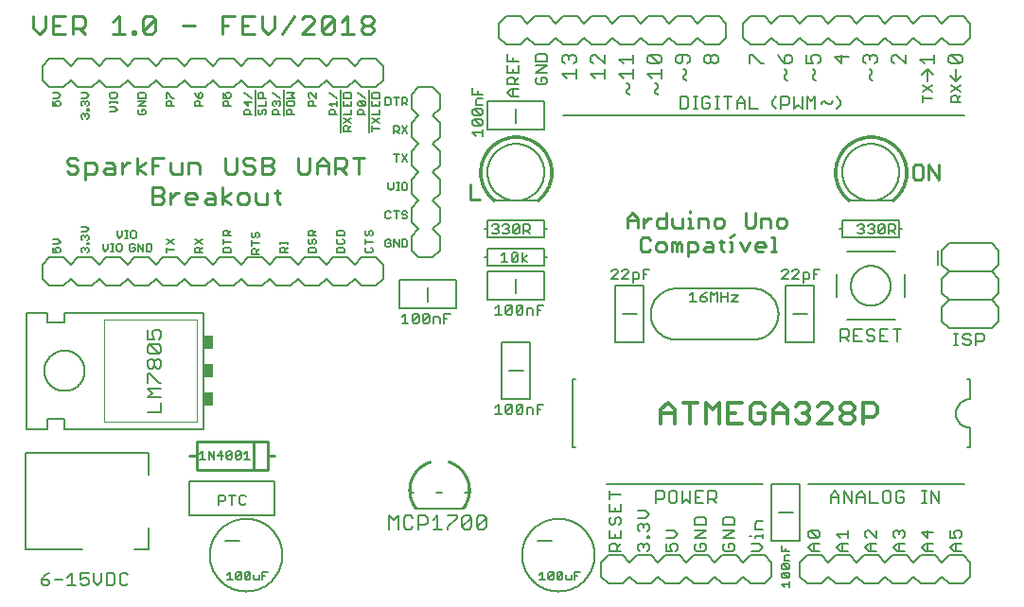
<source format=gbr>
G04 EAGLE Gerber X2 export*
%TF.Part,Single*%
%TF.FileFunction,Legend,Top,1*%
%TF.FilePolarity,Positive*%
%TF.GenerationSoftware,Autodesk,EAGLE,8.7.0*%
%TF.CreationDate,2018-03-15T14:00:46Z*%
G75*
%MOMM*%
%FSLAX34Y34*%
%LPD*%
%AMOC8*
5,1,8,0,0,1.08239X$1,22.5*%
G01*
%ADD10C,0.203200*%
%ADD11C,0.177800*%
%ADD12C,0.228600*%
%ADD13C,0.152400*%
%ADD14C,0.127000*%
%ADD15C,0.330200*%
%ADD16C,0.279400*%
%ADD17C,0.025400*%
%ADD18C,0.254000*%
%ADD19C,0.050800*%
%ADD20R,0.889000X1.270000*%
%ADD21C,0.020319*%


D10*
X640080Y101600D02*
X500380Y101600D01*
X680720Y101600D02*
X820420Y101600D01*
X812800Y462280D02*
X812800Y473710D01*
X817880Y467360D02*
X812800Y462280D01*
X807720Y467360D01*
X787400Y462280D02*
X787400Y473710D01*
X782320Y468630D01*
X787400Y473710D02*
X792480Y468630D01*
X820420Y431800D02*
X461010Y431800D01*
X520700Y450850D02*
X520596Y450866D01*
X520493Y450886D01*
X520391Y450910D01*
X520290Y450937D01*
X520190Y450968D01*
X520091Y451003D01*
X519993Y451042D01*
X519897Y451084D01*
X519803Y451130D01*
X519711Y451179D01*
X519620Y451232D01*
X519531Y451288D01*
X519445Y451347D01*
X519360Y451410D01*
X519278Y451475D01*
X519199Y451544D01*
X519122Y451615D01*
X519048Y451690D01*
X518977Y451767D01*
X518908Y451846D01*
X518843Y451928D01*
X518781Y452013D01*
X518722Y452099D01*
X518666Y452188D01*
X518613Y452279D01*
X518564Y452371D01*
X518519Y452466D01*
X518477Y452562D01*
X518438Y452660D01*
X518404Y452759D01*
X518373Y452859D01*
X518345Y452960D01*
X518322Y453062D01*
X518302Y453165D01*
X518286Y453269D01*
X518274Y453373D01*
X518266Y453478D01*
X518262Y453583D01*
X518261Y453687D01*
X518265Y453792D01*
X518272Y453897D01*
X518284Y454001D01*
X518299Y454105D01*
X518318Y454208D01*
X518341Y454310D01*
X518368Y454412D01*
X518398Y454512D01*
X518432Y454611D01*
X518470Y454709D01*
X518511Y454806D01*
X518556Y454900D01*
X518605Y454993D01*
X518657Y455085D01*
X518712Y455174D01*
X518770Y455261D01*
X518832Y455346D01*
X518897Y455428D01*
X518965Y455508D01*
X519036Y455585D01*
X519109Y455660D01*
X519186Y455732D01*
X519265Y455801D01*
X519346Y455867D01*
X519430Y455930D01*
X519514Y455993D01*
X519595Y456059D01*
X519674Y456128D01*
X519751Y456200D01*
X519824Y456275D01*
X519895Y456352D01*
X519963Y456432D01*
X520028Y456514D01*
X520090Y456599D01*
X520148Y456686D01*
X520203Y456775D01*
X520255Y456867D01*
X520304Y456960D01*
X520349Y457054D01*
X520390Y457151D01*
X520428Y457249D01*
X520462Y457348D01*
X520492Y457448D01*
X520519Y457550D01*
X520542Y457652D01*
X520561Y457755D01*
X520576Y457859D01*
X520588Y457963D01*
X520595Y458068D01*
X520599Y458173D01*
X520598Y458277D01*
X520594Y458382D01*
X520586Y458487D01*
X520574Y458591D01*
X520558Y458695D01*
X520538Y458798D01*
X520515Y458900D01*
X520487Y459001D01*
X520456Y459101D01*
X520422Y459200D01*
X520383Y459298D01*
X520341Y459394D01*
X520296Y459489D01*
X520247Y459581D01*
X520194Y459672D01*
X520138Y459761D01*
X520079Y459847D01*
X520017Y459932D01*
X519952Y460014D01*
X519883Y460093D01*
X519812Y460170D01*
X519738Y460245D01*
X519661Y460316D01*
X519582Y460385D01*
X519500Y460450D01*
X519415Y460513D01*
X519329Y460572D01*
X519240Y460628D01*
X519149Y460681D01*
X519057Y460730D01*
X518963Y460776D01*
X518867Y460818D01*
X518769Y460857D01*
X518670Y460892D01*
X518570Y460923D01*
X518469Y460950D01*
X518367Y460974D01*
X518264Y460994D01*
X518160Y461010D01*
X544830Y455930D02*
X544746Y455867D01*
X544665Y455801D01*
X544586Y455732D01*
X544509Y455660D01*
X544436Y455585D01*
X544365Y455508D01*
X544297Y455428D01*
X544232Y455346D01*
X544170Y455261D01*
X544112Y455174D01*
X544057Y455085D01*
X544005Y454993D01*
X543956Y454900D01*
X543911Y454806D01*
X543870Y454709D01*
X543832Y454611D01*
X543798Y454512D01*
X543768Y454412D01*
X543741Y454310D01*
X543718Y454208D01*
X543699Y454105D01*
X543684Y454001D01*
X543672Y453897D01*
X543665Y453792D01*
X543661Y453687D01*
X543662Y453583D01*
X543666Y453478D01*
X543674Y453373D01*
X543686Y453269D01*
X543702Y453165D01*
X543722Y453062D01*
X543745Y452960D01*
X543773Y452859D01*
X543804Y452759D01*
X543838Y452660D01*
X543877Y452562D01*
X543919Y452466D01*
X543964Y452371D01*
X544013Y452279D01*
X544066Y452188D01*
X544122Y452099D01*
X544181Y452013D01*
X544243Y451928D01*
X544308Y451846D01*
X544377Y451767D01*
X544448Y451690D01*
X544522Y451615D01*
X544599Y451544D01*
X544678Y451475D01*
X544760Y451410D01*
X544845Y451347D01*
X544931Y451288D01*
X545020Y451232D01*
X545111Y451179D01*
X545203Y451130D01*
X545297Y451084D01*
X545393Y451042D01*
X545491Y451003D01*
X545590Y450968D01*
X545690Y450937D01*
X545791Y450910D01*
X545893Y450886D01*
X545996Y450866D01*
X546100Y450850D01*
X544830Y455930D02*
X544914Y455993D01*
X544995Y456059D01*
X545074Y456128D01*
X545151Y456200D01*
X545224Y456275D01*
X545295Y456352D01*
X545363Y456432D01*
X545428Y456514D01*
X545490Y456599D01*
X545548Y456686D01*
X545603Y456775D01*
X545655Y456867D01*
X545704Y456960D01*
X545749Y457054D01*
X545790Y457151D01*
X545828Y457249D01*
X545862Y457348D01*
X545892Y457448D01*
X545919Y457550D01*
X545942Y457652D01*
X545961Y457755D01*
X545976Y457859D01*
X545988Y457963D01*
X545995Y458068D01*
X545999Y458173D01*
X545998Y458277D01*
X545994Y458382D01*
X545986Y458487D01*
X545974Y458591D01*
X545958Y458695D01*
X545938Y458798D01*
X545915Y458900D01*
X545887Y459001D01*
X545856Y459101D01*
X545822Y459200D01*
X545783Y459298D01*
X545741Y459394D01*
X545696Y459489D01*
X545647Y459581D01*
X545594Y459672D01*
X545538Y459761D01*
X545479Y459847D01*
X545417Y459932D01*
X545352Y460014D01*
X545283Y460093D01*
X545212Y460170D01*
X545138Y460245D01*
X545061Y460316D01*
X544982Y460385D01*
X544900Y460450D01*
X544815Y460513D01*
X544729Y460572D01*
X544640Y460628D01*
X544549Y460681D01*
X544457Y460730D01*
X544363Y460776D01*
X544267Y460818D01*
X544169Y460857D01*
X544070Y460892D01*
X543970Y460923D01*
X543869Y460950D01*
X543767Y460974D01*
X543664Y460994D01*
X543560Y461010D01*
X570230Y468630D02*
X570146Y468567D01*
X570065Y468501D01*
X569986Y468432D01*
X569909Y468360D01*
X569836Y468285D01*
X569765Y468208D01*
X569697Y468128D01*
X569632Y468046D01*
X569570Y467961D01*
X569512Y467874D01*
X569457Y467785D01*
X569405Y467693D01*
X569356Y467600D01*
X569311Y467506D01*
X569270Y467409D01*
X569232Y467311D01*
X569198Y467212D01*
X569168Y467112D01*
X569141Y467010D01*
X569118Y466908D01*
X569099Y466805D01*
X569084Y466701D01*
X569072Y466597D01*
X569065Y466492D01*
X569061Y466387D01*
X569062Y466283D01*
X569066Y466178D01*
X569074Y466073D01*
X569086Y465969D01*
X569102Y465865D01*
X569122Y465762D01*
X569145Y465660D01*
X569173Y465559D01*
X569204Y465459D01*
X569238Y465360D01*
X569277Y465262D01*
X569319Y465166D01*
X569364Y465071D01*
X569413Y464979D01*
X569466Y464888D01*
X569522Y464799D01*
X569581Y464713D01*
X569643Y464628D01*
X569708Y464546D01*
X569777Y464467D01*
X569848Y464390D01*
X569922Y464315D01*
X569999Y464244D01*
X570078Y464175D01*
X570160Y464110D01*
X570245Y464047D01*
X570331Y463988D01*
X570420Y463932D01*
X570511Y463879D01*
X570603Y463830D01*
X570697Y463784D01*
X570793Y463742D01*
X570891Y463703D01*
X570990Y463668D01*
X571090Y463637D01*
X571191Y463610D01*
X571293Y463586D01*
X571396Y463566D01*
X571500Y463550D01*
X570230Y468630D02*
X570314Y468693D01*
X570395Y468759D01*
X570474Y468828D01*
X570551Y468900D01*
X570624Y468975D01*
X570695Y469052D01*
X570763Y469132D01*
X570828Y469214D01*
X570890Y469299D01*
X570948Y469386D01*
X571003Y469475D01*
X571055Y469567D01*
X571104Y469660D01*
X571149Y469754D01*
X571190Y469851D01*
X571228Y469949D01*
X571262Y470048D01*
X571292Y470148D01*
X571319Y470250D01*
X571342Y470352D01*
X571361Y470455D01*
X571376Y470559D01*
X571388Y470663D01*
X571395Y470768D01*
X571399Y470873D01*
X571398Y470977D01*
X571394Y471082D01*
X571386Y471187D01*
X571374Y471291D01*
X571358Y471395D01*
X571338Y471498D01*
X571315Y471600D01*
X571287Y471701D01*
X571256Y471801D01*
X571222Y471900D01*
X571183Y471998D01*
X571141Y472094D01*
X571096Y472189D01*
X571047Y472281D01*
X570994Y472372D01*
X570938Y472461D01*
X570879Y472547D01*
X570817Y472632D01*
X570752Y472714D01*
X570683Y472793D01*
X570612Y472870D01*
X570538Y472945D01*
X570461Y473016D01*
X570382Y473085D01*
X570300Y473150D01*
X570215Y473213D01*
X570129Y473272D01*
X570040Y473328D01*
X569949Y473381D01*
X569857Y473430D01*
X569763Y473476D01*
X569667Y473518D01*
X569569Y473557D01*
X569470Y473592D01*
X569370Y473623D01*
X569269Y473650D01*
X569167Y473674D01*
X569064Y473694D01*
X568960Y473710D01*
X660400Y468630D02*
X660316Y468567D01*
X660235Y468501D01*
X660156Y468432D01*
X660079Y468360D01*
X660006Y468285D01*
X659935Y468208D01*
X659867Y468128D01*
X659802Y468046D01*
X659740Y467961D01*
X659682Y467874D01*
X659627Y467785D01*
X659575Y467693D01*
X659526Y467600D01*
X659481Y467506D01*
X659440Y467409D01*
X659402Y467311D01*
X659368Y467212D01*
X659338Y467112D01*
X659311Y467010D01*
X659288Y466908D01*
X659269Y466805D01*
X659254Y466701D01*
X659242Y466597D01*
X659235Y466492D01*
X659231Y466387D01*
X659232Y466283D01*
X659236Y466178D01*
X659244Y466073D01*
X659256Y465969D01*
X659272Y465865D01*
X659292Y465762D01*
X659315Y465660D01*
X659343Y465559D01*
X659374Y465459D01*
X659408Y465360D01*
X659447Y465262D01*
X659489Y465166D01*
X659534Y465071D01*
X659583Y464979D01*
X659636Y464888D01*
X659692Y464799D01*
X659751Y464713D01*
X659813Y464628D01*
X659878Y464546D01*
X659947Y464467D01*
X660018Y464390D01*
X660092Y464315D01*
X660169Y464244D01*
X660248Y464175D01*
X660330Y464110D01*
X660415Y464047D01*
X660501Y463988D01*
X660590Y463932D01*
X660681Y463879D01*
X660773Y463830D01*
X660867Y463784D01*
X660963Y463742D01*
X661061Y463703D01*
X661160Y463668D01*
X661260Y463637D01*
X661361Y463610D01*
X661463Y463586D01*
X661566Y463566D01*
X661670Y463550D01*
X660400Y468630D02*
X660484Y468693D01*
X660565Y468759D01*
X660644Y468828D01*
X660721Y468900D01*
X660794Y468975D01*
X660865Y469052D01*
X660933Y469132D01*
X660998Y469214D01*
X661060Y469299D01*
X661118Y469386D01*
X661173Y469475D01*
X661225Y469567D01*
X661274Y469660D01*
X661319Y469754D01*
X661360Y469851D01*
X661398Y469949D01*
X661432Y470048D01*
X661462Y470148D01*
X661489Y470250D01*
X661512Y470352D01*
X661531Y470455D01*
X661546Y470559D01*
X661558Y470663D01*
X661565Y470768D01*
X661569Y470873D01*
X661568Y470977D01*
X661564Y471082D01*
X661556Y471187D01*
X661544Y471291D01*
X661528Y471395D01*
X661508Y471498D01*
X661485Y471600D01*
X661457Y471701D01*
X661426Y471801D01*
X661392Y471900D01*
X661353Y471998D01*
X661311Y472094D01*
X661266Y472189D01*
X661217Y472281D01*
X661164Y472372D01*
X661108Y472461D01*
X661049Y472547D01*
X660987Y472632D01*
X660922Y472714D01*
X660853Y472793D01*
X660782Y472870D01*
X660708Y472945D01*
X660631Y473016D01*
X660552Y473085D01*
X660470Y473150D01*
X660385Y473213D01*
X660299Y473272D01*
X660210Y473328D01*
X660119Y473381D01*
X660027Y473430D01*
X659933Y473476D01*
X659837Y473518D01*
X659739Y473557D01*
X659640Y473592D01*
X659540Y473623D01*
X659439Y473650D01*
X659337Y473674D01*
X659234Y473694D01*
X659130Y473710D01*
X685800Y468630D02*
X685716Y468567D01*
X685635Y468501D01*
X685556Y468432D01*
X685479Y468360D01*
X685406Y468285D01*
X685335Y468208D01*
X685267Y468128D01*
X685202Y468046D01*
X685140Y467961D01*
X685082Y467874D01*
X685027Y467785D01*
X684975Y467693D01*
X684926Y467600D01*
X684881Y467506D01*
X684840Y467409D01*
X684802Y467311D01*
X684768Y467212D01*
X684738Y467112D01*
X684711Y467010D01*
X684688Y466908D01*
X684669Y466805D01*
X684654Y466701D01*
X684642Y466597D01*
X684635Y466492D01*
X684631Y466387D01*
X684632Y466283D01*
X684636Y466178D01*
X684644Y466073D01*
X684656Y465969D01*
X684672Y465865D01*
X684692Y465762D01*
X684715Y465660D01*
X684743Y465559D01*
X684774Y465459D01*
X684808Y465360D01*
X684847Y465262D01*
X684889Y465166D01*
X684934Y465071D01*
X684983Y464979D01*
X685036Y464888D01*
X685092Y464799D01*
X685151Y464713D01*
X685213Y464628D01*
X685278Y464546D01*
X685347Y464467D01*
X685418Y464390D01*
X685492Y464315D01*
X685569Y464244D01*
X685648Y464175D01*
X685730Y464110D01*
X685815Y464047D01*
X685901Y463988D01*
X685990Y463932D01*
X686081Y463879D01*
X686173Y463830D01*
X686267Y463784D01*
X686363Y463742D01*
X686461Y463703D01*
X686560Y463668D01*
X686660Y463637D01*
X686761Y463610D01*
X686863Y463586D01*
X686966Y463566D01*
X687070Y463550D01*
X685800Y468630D02*
X685884Y468693D01*
X685965Y468759D01*
X686044Y468828D01*
X686121Y468900D01*
X686194Y468975D01*
X686265Y469052D01*
X686333Y469132D01*
X686398Y469214D01*
X686460Y469299D01*
X686518Y469386D01*
X686573Y469475D01*
X686625Y469567D01*
X686674Y469660D01*
X686719Y469754D01*
X686760Y469851D01*
X686798Y469949D01*
X686832Y470048D01*
X686862Y470148D01*
X686889Y470250D01*
X686912Y470352D01*
X686931Y470455D01*
X686946Y470559D01*
X686958Y470663D01*
X686965Y470768D01*
X686969Y470873D01*
X686968Y470977D01*
X686964Y471082D01*
X686956Y471187D01*
X686944Y471291D01*
X686928Y471395D01*
X686908Y471498D01*
X686885Y471600D01*
X686857Y471701D01*
X686826Y471801D01*
X686792Y471900D01*
X686753Y471998D01*
X686711Y472094D01*
X686666Y472189D01*
X686617Y472281D01*
X686564Y472372D01*
X686508Y472461D01*
X686449Y472547D01*
X686387Y472632D01*
X686322Y472714D01*
X686253Y472793D01*
X686182Y472870D01*
X686108Y472945D01*
X686031Y473016D01*
X685952Y473085D01*
X685870Y473150D01*
X685785Y473213D01*
X685699Y473272D01*
X685610Y473328D01*
X685519Y473381D01*
X685427Y473430D01*
X685333Y473476D01*
X685237Y473518D01*
X685139Y473557D01*
X685040Y473592D01*
X684940Y473623D01*
X684839Y473650D01*
X684737Y473674D01*
X684634Y473694D01*
X684530Y473710D01*
X736600Y468630D02*
X736516Y468567D01*
X736435Y468501D01*
X736356Y468432D01*
X736279Y468360D01*
X736206Y468285D01*
X736135Y468208D01*
X736067Y468128D01*
X736002Y468046D01*
X735940Y467961D01*
X735882Y467874D01*
X735827Y467785D01*
X735775Y467693D01*
X735726Y467600D01*
X735681Y467506D01*
X735640Y467409D01*
X735602Y467311D01*
X735568Y467212D01*
X735538Y467112D01*
X735511Y467010D01*
X735488Y466908D01*
X735469Y466805D01*
X735454Y466701D01*
X735442Y466597D01*
X735435Y466492D01*
X735431Y466387D01*
X735432Y466283D01*
X735436Y466178D01*
X735444Y466073D01*
X735456Y465969D01*
X735472Y465865D01*
X735492Y465762D01*
X735515Y465660D01*
X735543Y465559D01*
X735574Y465459D01*
X735608Y465360D01*
X735647Y465262D01*
X735689Y465166D01*
X735734Y465071D01*
X735783Y464979D01*
X735836Y464888D01*
X735892Y464799D01*
X735951Y464713D01*
X736013Y464628D01*
X736078Y464546D01*
X736147Y464467D01*
X736218Y464390D01*
X736292Y464315D01*
X736369Y464244D01*
X736448Y464175D01*
X736530Y464110D01*
X736615Y464047D01*
X736701Y463988D01*
X736790Y463932D01*
X736881Y463879D01*
X736973Y463830D01*
X737067Y463784D01*
X737163Y463742D01*
X737261Y463703D01*
X737360Y463668D01*
X737460Y463637D01*
X737561Y463610D01*
X737663Y463586D01*
X737766Y463566D01*
X737870Y463550D01*
X736600Y468630D02*
X736684Y468693D01*
X736765Y468759D01*
X736844Y468828D01*
X736921Y468900D01*
X736994Y468975D01*
X737065Y469052D01*
X737133Y469132D01*
X737198Y469214D01*
X737260Y469299D01*
X737318Y469386D01*
X737373Y469475D01*
X737425Y469567D01*
X737474Y469660D01*
X737519Y469754D01*
X737560Y469851D01*
X737598Y469949D01*
X737632Y470048D01*
X737662Y470148D01*
X737689Y470250D01*
X737712Y470352D01*
X737731Y470455D01*
X737746Y470559D01*
X737758Y470663D01*
X737765Y470768D01*
X737769Y470873D01*
X737768Y470977D01*
X737764Y471082D01*
X737756Y471187D01*
X737744Y471291D01*
X737728Y471395D01*
X737708Y471498D01*
X737685Y471600D01*
X737657Y471701D01*
X737626Y471801D01*
X737592Y471900D01*
X737553Y471998D01*
X737511Y472094D01*
X737466Y472189D01*
X737417Y472281D01*
X737364Y472372D01*
X737308Y472461D01*
X737249Y472547D01*
X737187Y472632D01*
X737122Y472714D01*
X737053Y472793D01*
X736982Y472870D01*
X736908Y472945D01*
X736831Y473016D01*
X736752Y473085D01*
X736670Y473150D01*
X736585Y473213D01*
X736499Y473272D01*
X736410Y473328D01*
X736319Y473381D01*
X736227Y473430D01*
X736133Y473476D01*
X736037Y473518D01*
X735939Y473557D01*
X735840Y473592D01*
X735740Y473623D01*
X735639Y473650D01*
X735537Y473674D01*
X735434Y473694D01*
X735330Y473710D01*
X702310Y444500D02*
X702294Y444396D01*
X702274Y444293D01*
X702250Y444191D01*
X702223Y444090D01*
X702192Y443990D01*
X702157Y443891D01*
X702118Y443793D01*
X702076Y443697D01*
X702030Y443603D01*
X701981Y443511D01*
X701928Y443420D01*
X701872Y443331D01*
X701813Y443245D01*
X701750Y443160D01*
X701685Y443078D01*
X701616Y442999D01*
X701545Y442922D01*
X701470Y442848D01*
X701393Y442777D01*
X701314Y442708D01*
X701232Y442643D01*
X701147Y442581D01*
X701061Y442522D01*
X700972Y442466D01*
X700881Y442413D01*
X700789Y442364D01*
X700694Y442319D01*
X700598Y442277D01*
X700500Y442238D01*
X700401Y442204D01*
X700301Y442173D01*
X700200Y442145D01*
X700098Y442122D01*
X699995Y442102D01*
X699891Y442086D01*
X699787Y442074D01*
X699682Y442066D01*
X699577Y442062D01*
X699473Y442061D01*
X699368Y442065D01*
X699263Y442072D01*
X699159Y442084D01*
X699055Y442099D01*
X698952Y442118D01*
X698850Y442141D01*
X698748Y442168D01*
X698648Y442198D01*
X698549Y442232D01*
X698451Y442270D01*
X698354Y442311D01*
X698260Y442356D01*
X698167Y442405D01*
X698075Y442457D01*
X697986Y442512D01*
X697899Y442570D01*
X697814Y442632D01*
X697732Y442697D01*
X697652Y442765D01*
X697575Y442836D01*
X697500Y442909D01*
X697428Y442986D01*
X697359Y443065D01*
X697293Y443146D01*
X697230Y443230D01*
X697167Y443314D01*
X697101Y443395D01*
X697032Y443474D01*
X696960Y443551D01*
X696885Y443624D01*
X696808Y443695D01*
X696728Y443763D01*
X696646Y443828D01*
X696561Y443890D01*
X696474Y443948D01*
X696385Y444003D01*
X696293Y444055D01*
X696200Y444104D01*
X696106Y444149D01*
X696009Y444190D01*
X695911Y444228D01*
X695812Y444262D01*
X695712Y444292D01*
X695610Y444319D01*
X695508Y444342D01*
X695405Y444361D01*
X695301Y444376D01*
X695197Y444388D01*
X695092Y444395D01*
X694987Y444399D01*
X694883Y444398D01*
X694778Y444394D01*
X694673Y444386D01*
X694569Y444374D01*
X694465Y444358D01*
X694362Y444338D01*
X694260Y444315D01*
X694159Y444287D01*
X694059Y444256D01*
X693960Y444222D01*
X693862Y444183D01*
X693766Y444141D01*
X693671Y444096D01*
X693579Y444047D01*
X693488Y443994D01*
X693399Y443938D01*
X693313Y443879D01*
X693228Y443817D01*
X693146Y443752D01*
X693067Y443683D01*
X692990Y443612D01*
X692915Y443538D01*
X692844Y443461D01*
X692775Y443382D01*
X692710Y443300D01*
X692647Y443215D01*
X692588Y443129D01*
X692532Y443040D01*
X692479Y442949D01*
X692430Y442857D01*
X692384Y442763D01*
X692342Y442667D01*
X692303Y442569D01*
X692268Y442470D01*
X692237Y442370D01*
X692210Y442269D01*
X692186Y442167D01*
X692166Y442064D01*
X692150Y441960D01*
X464813Y465041D02*
X460746Y469109D01*
X472948Y469109D01*
X472948Y473176D02*
X472948Y465041D01*
X462779Y478139D02*
X460746Y480172D01*
X460746Y484240D01*
X462779Y486274D01*
X464813Y486274D01*
X466847Y484240D01*
X466847Y482206D01*
X466847Y484240D02*
X468881Y486274D01*
X470914Y486274D01*
X472948Y484240D01*
X472948Y480172D01*
X470914Y478139D01*
X486146Y469109D02*
X490213Y465041D01*
X486146Y469109D02*
X498348Y469109D01*
X498348Y473176D02*
X498348Y465041D01*
X498348Y478139D02*
X498348Y486274D01*
X498348Y478139D02*
X490213Y486274D01*
X488179Y486274D01*
X486146Y484240D01*
X486146Y480172D01*
X488179Y478139D01*
X511546Y469109D02*
X515613Y465041D01*
X511546Y469109D02*
X523748Y469109D01*
X523748Y473176D02*
X523748Y465041D01*
X515613Y478139D02*
X511546Y482206D01*
X523748Y482206D01*
X523748Y478139D02*
X523748Y486274D01*
X536946Y469109D02*
X541013Y465041D01*
X536946Y469109D02*
X549148Y469109D01*
X549148Y473176D02*
X549148Y465041D01*
X547114Y478139D02*
X538979Y478139D01*
X536946Y480172D01*
X536946Y484240D01*
X538979Y486274D01*
X547114Y486274D01*
X549148Y484240D01*
X549148Y480172D01*
X547114Y478139D01*
X538979Y486274D01*
X572514Y478139D02*
X574548Y480172D01*
X574548Y484240D01*
X572514Y486274D01*
X564379Y486274D01*
X562346Y484240D01*
X562346Y480172D01*
X564379Y478139D01*
X566413Y478139D01*
X568447Y480172D01*
X568447Y486274D01*
X587746Y480172D02*
X589779Y478139D01*
X587746Y480172D02*
X587746Y484240D01*
X589779Y486274D01*
X591813Y486274D01*
X593847Y484240D01*
X595881Y486274D01*
X597914Y486274D01*
X599948Y484240D01*
X599948Y480172D01*
X597914Y478139D01*
X595881Y478139D01*
X593847Y480172D01*
X591813Y478139D01*
X589779Y478139D01*
X593847Y480172D02*
X593847Y484240D01*
X628386Y486274D02*
X628386Y478139D01*
X628386Y486274D02*
X630419Y486274D01*
X638554Y478139D01*
X640588Y478139D01*
X653786Y486274D02*
X655819Y482206D01*
X659887Y478139D01*
X663954Y478139D01*
X665988Y480172D01*
X665988Y484240D01*
X663954Y486274D01*
X661921Y486274D01*
X659887Y484240D01*
X659887Y478139D01*
X679186Y478139D02*
X679186Y486274D01*
X679186Y478139D02*
X685287Y478139D01*
X683253Y482206D01*
X683253Y484240D01*
X685287Y486274D01*
X689354Y486274D01*
X691388Y484240D01*
X691388Y480172D01*
X689354Y478139D01*
X704586Y484240D02*
X716788Y484240D01*
X710687Y478139D02*
X704586Y484240D01*
X710687Y486274D02*
X710687Y478139D01*
X729986Y480172D02*
X732019Y478139D01*
X729986Y480172D02*
X729986Y484240D01*
X732019Y486274D01*
X734053Y486274D01*
X736087Y484240D01*
X736087Y482206D01*
X736087Y484240D02*
X738121Y486274D01*
X740154Y486274D01*
X742188Y484240D01*
X742188Y480172D01*
X740154Y478139D01*
X767588Y478139D02*
X767588Y486274D01*
X767588Y478139D02*
X759453Y486274D01*
X757419Y486274D01*
X755386Y484240D01*
X755386Y480172D01*
X757419Y478139D01*
X780786Y482206D02*
X784853Y478139D01*
X780786Y482206D02*
X792988Y482206D01*
X792988Y478139D02*
X792988Y486274D01*
X808219Y478139D02*
X816354Y478139D01*
X808219Y478139D02*
X806186Y480172D01*
X806186Y484240D01*
X808219Y486274D01*
X816354Y486274D01*
X818388Y484240D01*
X818388Y480172D01*
X816354Y478139D01*
X808219Y486274D01*
D11*
X438736Y465975D02*
X437126Y464365D01*
X437126Y461145D01*
X438736Y459535D01*
X445176Y459535D01*
X446786Y461145D01*
X446786Y464365D01*
X445176Y465975D01*
X441956Y465975D01*
X441956Y462755D01*
X446786Y470060D02*
X437126Y470060D01*
X446786Y476500D01*
X437126Y476500D01*
X437126Y480584D02*
X446786Y480584D01*
X446786Y485415D01*
X445176Y487025D01*
X438736Y487025D01*
X437126Y485415D01*
X437126Y480584D01*
X421386Y449011D02*
X414946Y449011D01*
X411726Y452231D01*
X414946Y455451D01*
X421386Y455451D01*
X416556Y455451D02*
X416556Y449011D01*
X421386Y459535D02*
X411726Y459535D01*
X411726Y464365D01*
X413336Y465975D01*
X416556Y465975D01*
X418166Y464365D01*
X418166Y459535D01*
X418166Y462755D02*
X421386Y465975D01*
X411726Y470060D02*
X411726Y476500D01*
X411726Y470060D02*
X421386Y470060D01*
X421386Y476500D01*
X416556Y473280D02*
X416556Y470060D01*
X421386Y480584D02*
X411726Y480584D01*
X411726Y487025D01*
X416556Y483804D02*
X416556Y480584D01*
D10*
X709803Y240293D02*
X709803Y229616D01*
X709803Y240293D02*
X715142Y240293D01*
X716921Y238514D01*
X716921Y234955D01*
X715142Y233175D01*
X709803Y233175D01*
X713362Y233175D02*
X716921Y229616D01*
X721497Y240293D02*
X728615Y240293D01*
X721497Y240293D02*
X721497Y229616D01*
X728615Y229616D01*
X725056Y234955D02*
X721497Y234955D01*
X738530Y240293D02*
X740309Y238514D01*
X738530Y240293D02*
X734970Y240293D01*
X733191Y238514D01*
X733191Y236734D01*
X734970Y234955D01*
X738530Y234955D01*
X740309Y233175D01*
X740309Y231396D01*
X738530Y229616D01*
X734970Y229616D01*
X733191Y231396D01*
X744885Y240293D02*
X752003Y240293D01*
X744885Y240293D02*
X744885Y229616D01*
X752003Y229616D01*
X748444Y234955D02*
X744885Y234955D01*
X760138Y229616D02*
X760138Y240293D01*
X756579Y240293D02*
X763697Y240293D01*
X811276Y225806D02*
X814835Y225806D01*
X813056Y225806D02*
X813056Y236483D01*
X814835Y236483D02*
X811276Y236483D01*
X824411Y236483D02*
X826190Y234704D01*
X824411Y236483D02*
X820851Y236483D01*
X819072Y234704D01*
X819072Y232924D01*
X820851Y231145D01*
X824411Y231145D01*
X826190Y229365D01*
X826190Y227586D01*
X824411Y225806D01*
X820851Y225806D01*
X819072Y227586D01*
X830766Y225806D02*
X830766Y236483D01*
X836105Y236483D01*
X837884Y234704D01*
X837884Y231145D01*
X836105Y229365D01*
X830766Y229365D01*
D12*
X781056Y387488D02*
X776734Y387488D01*
X774573Y385327D01*
X774573Y376684D01*
X776734Y374523D01*
X781056Y374523D01*
X783216Y376684D01*
X783216Y385327D01*
X781056Y387488D01*
X788606Y387488D02*
X788606Y374523D01*
X797249Y374523D02*
X788606Y387488D01*
X797249Y387488D02*
X797249Y374523D01*
D10*
X691134Y41656D02*
X684016Y41656D01*
X680457Y45215D01*
X684016Y48774D01*
X691134Y48774D01*
X685795Y48774D02*
X685795Y41656D01*
X689355Y53350D02*
X682236Y53350D01*
X680457Y55129D01*
X680457Y58689D01*
X682236Y60468D01*
X689355Y60468D01*
X691134Y58689D01*
X691134Y55129D01*
X689355Y53350D01*
X682236Y60468D01*
X709416Y41656D02*
X716534Y41656D01*
X709416Y41656D02*
X705857Y45215D01*
X709416Y48774D01*
X716534Y48774D01*
X711195Y48774D02*
X711195Y41656D01*
X709416Y53350D02*
X705857Y56909D01*
X716534Y56909D01*
X716534Y53350D02*
X716534Y60468D01*
X734816Y41656D02*
X741934Y41656D01*
X734816Y41656D02*
X731257Y45215D01*
X734816Y48774D01*
X741934Y48774D01*
X736595Y48774D02*
X736595Y41656D01*
X741934Y53350D02*
X741934Y60468D01*
X741934Y53350D02*
X734816Y60468D01*
X733036Y60468D01*
X731257Y58689D01*
X731257Y55129D01*
X733036Y53350D01*
X760216Y41656D02*
X767334Y41656D01*
X760216Y41656D02*
X756657Y45215D01*
X760216Y48774D01*
X767334Y48774D01*
X761995Y48774D02*
X761995Y41656D01*
X758436Y53350D02*
X756657Y55129D01*
X756657Y58689D01*
X758436Y60468D01*
X760216Y60468D01*
X761995Y58689D01*
X761995Y56909D01*
X761995Y58689D02*
X763775Y60468D01*
X765555Y60468D01*
X767334Y58689D01*
X767334Y55129D01*
X765555Y53350D01*
X785616Y41656D02*
X792734Y41656D01*
X785616Y41656D02*
X782057Y45215D01*
X785616Y48774D01*
X792734Y48774D01*
X787395Y48774D02*
X787395Y41656D01*
X782057Y58689D02*
X792734Y58689D01*
X787395Y53350D02*
X782057Y58689D01*
X787395Y60468D02*
X787395Y53350D01*
X811016Y41656D02*
X818134Y41656D01*
X811016Y41656D02*
X807457Y45215D01*
X811016Y48774D01*
X818134Y48774D01*
X812795Y48774D02*
X812795Y41656D01*
X807457Y53350D02*
X807457Y60468D01*
X807457Y53350D02*
X812795Y53350D01*
X811016Y56909D01*
X811016Y58689D01*
X812795Y60468D01*
X816355Y60468D01*
X818134Y58689D01*
X818134Y55129D01*
X816355Y53350D01*
X513334Y41656D02*
X502657Y41656D01*
X502657Y46995D01*
X504436Y48774D01*
X507995Y48774D01*
X509775Y46995D01*
X509775Y41656D01*
X509775Y45215D02*
X513334Y48774D01*
X502657Y53350D02*
X502657Y60468D01*
X502657Y53350D02*
X513334Y53350D01*
X513334Y60468D01*
X507995Y56909D02*
X507995Y53350D01*
X502657Y70383D02*
X504436Y72162D01*
X502657Y70383D02*
X502657Y66823D01*
X504436Y65044D01*
X506216Y65044D01*
X507995Y66823D01*
X507995Y70383D01*
X509775Y72162D01*
X511555Y72162D01*
X513334Y70383D01*
X513334Y66823D01*
X511555Y65044D01*
X502657Y76738D02*
X502657Y83856D01*
X502657Y76738D02*
X513334Y76738D01*
X513334Y83856D01*
X507995Y80297D02*
X507995Y76738D01*
X513334Y91991D02*
X502657Y91991D01*
X502657Y88432D02*
X502657Y95550D01*
X528057Y43436D02*
X529836Y41656D01*
X528057Y43436D02*
X528057Y46995D01*
X529836Y48774D01*
X531616Y48774D01*
X533395Y46995D01*
X533395Y45215D01*
X533395Y46995D02*
X535175Y48774D01*
X536955Y48774D01*
X538734Y46995D01*
X538734Y43436D01*
X536955Y41656D01*
X536955Y53350D02*
X538734Y53350D01*
X536955Y53350D02*
X536955Y55129D01*
X538734Y55129D01*
X538734Y53350D01*
X529836Y59197D02*
X528057Y60976D01*
X528057Y64536D01*
X529836Y66315D01*
X531616Y66315D01*
X533395Y64536D01*
X533395Y62756D01*
X533395Y64536D02*
X535175Y66315D01*
X536955Y66315D01*
X538734Y64536D01*
X538734Y60976D01*
X536955Y59197D01*
X535175Y70891D02*
X528057Y70891D01*
X535175Y70891D02*
X538734Y74450D01*
X535175Y78009D01*
X528057Y78009D01*
X553457Y48774D02*
X553457Y41656D01*
X558795Y41656D01*
X557016Y45215D01*
X557016Y46995D01*
X558795Y48774D01*
X562355Y48774D01*
X564134Y46995D01*
X564134Y43436D01*
X562355Y41656D01*
X560575Y53350D02*
X553457Y53350D01*
X560575Y53350D02*
X564134Y56909D01*
X560575Y60468D01*
X553457Y60468D01*
X578857Y46995D02*
X580636Y48774D01*
X578857Y46995D02*
X578857Y43436D01*
X580636Y41656D01*
X587755Y41656D01*
X589534Y43436D01*
X589534Y46995D01*
X587755Y48774D01*
X584195Y48774D01*
X584195Y45215D01*
X578857Y53350D02*
X589534Y53350D01*
X589534Y60468D02*
X578857Y53350D01*
X578857Y60468D02*
X589534Y60468D01*
X589534Y65044D02*
X578857Y65044D01*
X589534Y65044D02*
X589534Y70383D01*
X587755Y72162D01*
X580636Y72162D01*
X578857Y70383D01*
X578857Y65044D01*
X604257Y46995D02*
X606036Y48774D01*
X604257Y46995D02*
X604257Y43436D01*
X606036Y41656D01*
X613155Y41656D01*
X614934Y43436D01*
X614934Y46995D01*
X613155Y48774D01*
X609595Y48774D01*
X609595Y45215D01*
X604257Y53350D02*
X614934Y53350D01*
X614934Y60468D02*
X604257Y53350D01*
X604257Y60468D02*
X614934Y60468D01*
X614934Y65044D02*
X604257Y65044D01*
X614934Y65044D02*
X614934Y70383D01*
X613155Y72162D01*
X606036Y72162D01*
X604257Y70383D01*
X604257Y65044D01*
X629657Y41656D02*
X636775Y41656D01*
X640334Y45215D01*
X636775Y48774D01*
X629657Y48774D01*
X633216Y53350D02*
X633216Y55129D01*
X640334Y55129D01*
X640334Y53350D02*
X640334Y56909D01*
X629657Y55129D02*
X627877Y55129D01*
X633216Y61146D02*
X640334Y61146D01*
X633216Y61146D02*
X633216Y66485D01*
X634995Y68264D01*
X640334Y68264D01*
X544576Y84836D02*
X544576Y95513D01*
X549915Y95513D01*
X551694Y93734D01*
X551694Y90175D01*
X549915Y88395D01*
X544576Y88395D01*
X558049Y95513D02*
X561609Y95513D01*
X558049Y95513D02*
X556270Y93734D01*
X556270Y86616D01*
X558049Y84836D01*
X561609Y84836D01*
X563388Y86616D01*
X563388Y93734D01*
X561609Y95513D01*
X567964Y95513D02*
X567964Y84836D01*
X571523Y88395D01*
X575082Y84836D01*
X575082Y95513D01*
X579658Y95513D02*
X586776Y95513D01*
X579658Y95513D02*
X579658Y84836D01*
X586776Y84836D01*
X583217Y90175D02*
X579658Y90175D01*
X591352Y95513D02*
X591352Y84836D01*
X591352Y95513D02*
X596690Y95513D01*
X598470Y93734D01*
X598470Y90175D01*
X596690Y88395D01*
X591352Y88395D01*
X594911Y88395D02*
X598470Y84836D01*
X700786Y84836D02*
X700786Y91954D01*
X704345Y95513D01*
X707904Y91954D01*
X707904Y84836D01*
X707904Y90175D02*
X700786Y90175D01*
X712480Y95513D02*
X712480Y84836D01*
X719598Y84836D02*
X712480Y95513D01*
X719598Y95513D02*
X719598Y84836D01*
X724174Y84836D02*
X724174Y91954D01*
X727733Y95513D01*
X731292Y91954D01*
X731292Y84836D01*
X731292Y90175D02*
X724174Y90175D01*
X735868Y95513D02*
X735868Y84836D01*
X742986Y84836D01*
X749341Y95513D02*
X752900Y95513D01*
X749341Y95513D02*
X747562Y93734D01*
X747562Y86616D01*
X749341Y84836D01*
X752900Y84836D01*
X754680Y86616D01*
X754680Y93734D01*
X752900Y95513D01*
X764594Y95513D02*
X766374Y93734D01*
X764594Y95513D02*
X761035Y95513D01*
X759256Y93734D01*
X759256Y86616D01*
X761035Y84836D01*
X764594Y84836D01*
X766374Y86616D01*
X766374Y90175D01*
X762815Y90175D01*
X782644Y84836D02*
X786203Y84836D01*
X784423Y84836D02*
X784423Y95513D01*
X782644Y95513D02*
X786203Y95513D01*
X790440Y95513D02*
X790440Y84836D01*
X797558Y84836D02*
X790440Y95513D01*
X797558Y95513D02*
X797558Y84836D01*
D13*
X791718Y446873D02*
X783075Y446873D01*
X783075Y443992D02*
X783075Y449754D01*
X783075Y453347D02*
X791718Y459109D01*
X791718Y453347D02*
X783075Y459109D01*
X808475Y443992D02*
X817118Y443992D01*
X808475Y443992D02*
X808475Y448314D01*
X809915Y449754D01*
X812796Y449754D01*
X814237Y448314D01*
X814237Y443992D01*
X814237Y446873D02*
X817118Y449754D01*
X817118Y459109D02*
X808475Y453347D01*
X808475Y459109D02*
X817118Y453347D01*
D10*
X566166Y448573D02*
X566166Y437896D01*
X571505Y437896D01*
X573284Y439676D01*
X573284Y446794D01*
X571505Y448573D01*
X566166Y448573D01*
X577860Y437896D02*
X581419Y437896D01*
X579639Y437896D02*
X579639Y448573D01*
X577860Y448573D02*
X581419Y448573D01*
X590995Y448573D02*
X592774Y446794D01*
X590995Y448573D02*
X587435Y448573D01*
X585656Y446794D01*
X585656Y439676D01*
X587435Y437896D01*
X590995Y437896D01*
X592774Y439676D01*
X592774Y443235D01*
X589215Y443235D01*
X597350Y437896D02*
X600909Y437896D01*
X599129Y437896D02*
X599129Y448573D01*
X597350Y448573D02*
X600909Y448573D01*
X608705Y448573D02*
X608705Y437896D01*
X605146Y448573D02*
X612264Y448573D01*
X616840Y445014D02*
X616840Y437896D01*
X616840Y445014D02*
X620399Y448573D01*
X623958Y445014D01*
X623958Y437896D01*
X623958Y443235D02*
X616840Y443235D01*
X628534Y448573D02*
X628534Y437896D01*
X635652Y437896D01*
X648716Y441455D02*
X652275Y437896D01*
X648716Y441455D02*
X648716Y445014D01*
X652275Y448573D01*
X656512Y448573D02*
X656512Y437896D01*
X656512Y448573D02*
X661851Y448573D01*
X663630Y446794D01*
X663630Y443235D01*
X661851Y441455D01*
X656512Y441455D01*
X668206Y437896D02*
X668206Y448573D01*
X671765Y441455D02*
X668206Y437896D01*
X671765Y441455D02*
X675324Y437896D01*
X675324Y448573D01*
X679900Y448573D02*
X679900Y437896D01*
X683459Y445014D02*
X679900Y448573D01*
X683459Y445014D02*
X687018Y448573D01*
X687018Y437896D01*
X705866Y437896D02*
X709425Y441455D01*
X709425Y445014D01*
X705866Y448573D01*
X1784Y21853D02*
X-1775Y20074D01*
X-5334Y16515D01*
X-5334Y12956D01*
X-3555Y11176D01*
X5Y11176D01*
X1784Y12956D01*
X1784Y14735D01*
X5Y16515D01*
X-5334Y16515D01*
X6360Y16515D02*
X13478Y16515D01*
X18054Y18294D02*
X21613Y21853D01*
X21613Y11176D01*
X18054Y11176D02*
X25172Y11176D01*
X29748Y21853D02*
X36866Y21853D01*
X29748Y21853D02*
X29748Y16515D01*
X33307Y18294D01*
X35086Y18294D01*
X36866Y16515D01*
X36866Y12956D01*
X35086Y11176D01*
X31527Y11176D01*
X29748Y12956D01*
X41442Y14735D02*
X41442Y21853D01*
X41442Y14735D02*
X45001Y11176D01*
X48560Y14735D01*
X48560Y21853D01*
X53136Y21853D02*
X53136Y11176D01*
X58474Y11176D01*
X60254Y12956D01*
X60254Y20074D01*
X58474Y21853D01*
X53136Y21853D01*
X70168Y21853D02*
X71948Y20074D01*
X70168Y21853D02*
X66609Y21853D01*
X64830Y20074D01*
X64830Y12956D01*
X66609Y11176D01*
X70168Y11176D01*
X71948Y12956D01*
D12*
X519303Y331343D02*
X519303Y339986D01*
X523625Y344308D01*
X527946Y339986D01*
X527946Y331343D01*
X527946Y337826D02*
X519303Y337826D01*
X533336Y339986D02*
X533336Y331343D01*
X533336Y335665D02*
X537657Y339986D01*
X539818Y339986D01*
X553673Y344308D02*
X553673Y331343D01*
X547191Y331343D01*
X545030Y333504D01*
X545030Y337826D01*
X547191Y339986D01*
X553673Y339986D01*
X559063Y339986D02*
X559063Y333504D01*
X561223Y331343D01*
X567706Y331343D01*
X567706Y339986D01*
X573095Y339986D02*
X575256Y339986D01*
X575256Y331343D01*
X573095Y331343D02*
X577417Y331343D01*
X575256Y344308D02*
X575256Y346469D01*
X582451Y339986D02*
X582451Y331343D01*
X582451Y339986D02*
X588933Y339986D01*
X591094Y337826D01*
X591094Y331343D01*
X598644Y331343D02*
X602966Y331343D01*
X605127Y333504D01*
X605127Y337826D01*
X602966Y339986D01*
X598644Y339986D01*
X596483Y337826D01*
X596483Y333504D01*
X598644Y331343D01*
X624549Y333504D02*
X624549Y344308D01*
X624549Y333504D02*
X626710Y331343D01*
X631031Y331343D01*
X633192Y333504D01*
X633192Y344308D01*
X638582Y339986D02*
X638582Y331343D01*
X638582Y339986D02*
X645064Y339986D01*
X647225Y337826D01*
X647225Y331343D01*
X654775Y331343D02*
X659097Y331343D01*
X661258Y333504D01*
X661258Y337826D01*
X659097Y339986D01*
X654775Y339986D01*
X652614Y337826D01*
X652614Y333504D01*
X654775Y331343D01*
D13*
X153162Y91955D02*
X153162Y83312D01*
X153162Y91955D02*
X157484Y91955D01*
X158924Y90515D01*
X158924Y87634D01*
X157484Y86193D01*
X153162Y86193D01*
X165398Y83312D02*
X165398Y91955D01*
X162517Y91955D02*
X168279Y91955D01*
X176194Y91955D02*
X177635Y90515D01*
X176194Y91955D02*
X173313Y91955D01*
X171872Y90515D01*
X171872Y84753D01*
X173313Y83312D01*
X176194Y83312D01*
X177635Y84753D01*
D14*
X136525Y128740D02*
X138982Y131197D01*
X138982Y123825D01*
X136525Y123825D02*
X141440Y123825D01*
X144477Y123825D02*
X144477Y131197D01*
X149392Y123825D01*
X149392Y131197D01*
X156115Y131197D02*
X156115Y123825D01*
X152429Y127511D02*
X156115Y131197D01*
X157344Y127511D02*
X152429Y127511D01*
X160381Y125054D02*
X160381Y129969D01*
X161609Y131197D01*
X164067Y131197D01*
X165296Y129969D01*
X165296Y125054D01*
X164067Y123825D01*
X161609Y123825D01*
X160381Y125054D01*
X165296Y129969D01*
X168333Y129969D02*
X168333Y125054D01*
X168333Y129969D02*
X169561Y131197D01*
X172019Y131197D01*
X173247Y129969D01*
X173247Y125054D01*
X172019Y123825D01*
X169561Y123825D01*
X168333Y125054D01*
X173247Y129969D01*
X176285Y128740D02*
X178742Y131197D01*
X178742Y123825D01*
X176285Y123825D02*
X181199Y123825D01*
X163112Y23247D02*
X160655Y20790D01*
X163112Y23247D02*
X163112Y15875D01*
X160655Y15875D02*
X165570Y15875D01*
X168607Y17104D02*
X168607Y22019D01*
X169836Y23247D01*
X172293Y23247D01*
X173522Y22019D01*
X173522Y17104D01*
X172293Y15875D01*
X169836Y15875D01*
X168607Y17104D01*
X173522Y22019D01*
X176559Y22019D02*
X176559Y17104D01*
X176559Y22019D02*
X177788Y23247D01*
X180245Y23247D01*
X181474Y22019D01*
X181474Y17104D01*
X180245Y15875D01*
X177788Y15875D01*
X176559Y17104D01*
X181474Y22019D01*
X184511Y20790D02*
X184511Y17104D01*
X185739Y15875D01*
X189426Y15875D01*
X189426Y20790D01*
X192463Y23247D02*
X192463Y15875D01*
X192463Y23247D02*
X197377Y23247D01*
X194920Y19561D02*
X192463Y19561D01*
X440055Y20790D02*
X442512Y23247D01*
X442512Y15875D01*
X440055Y15875D02*
X444970Y15875D01*
X448007Y17104D02*
X448007Y22019D01*
X449236Y23247D01*
X451693Y23247D01*
X452922Y22019D01*
X452922Y17104D01*
X451693Y15875D01*
X449236Y15875D01*
X448007Y17104D01*
X452922Y22019D01*
X455959Y22019D02*
X455959Y17104D01*
X455959Y22019D02*
X457188Y23247D01*
X459645Y23247D01*
X460874Y22019D01*
X460874Y17104D01*
X459645Y15875D01*
X457188Y15875D01*
X455959Y17104D01*
X460874Y22019D01*
X463911Y20790D02*
X463911Y17104D01*
X465139Y15875D01*
X468826Y15875D01*
X468826Y20790D01*
X471863Y23247D02*
X471863Y15875D01*
X471863Y23247D02*
X476777Y23247D01*
X474320Y19561D02*
X471863Y19561D01*
D13*
X400812Y170354D02*
X403693Y173235D01*
X403693Y164592D01*
X400812Y164592D02*
X406574Y164592D01*
X410167Y166033D02*
X410167Y171795D01*
X411608Y173235D01*
X414489Y173235D01*
X415929Y171795D01*
X415929Y166033D01*
X414489Y164592D01*
X411608Y164592D01*
X410167Y166033D01*
X415929Y171795D01*
X419522Y171795D02*
X419522Y166033D01*
X419522Y171795D02*
X420963Y173235D01*
X423844Y173235D01*
X425285Y171795D01*
X425285Y166033D01*
X423844Y164592D01*
X420963Y164592D01*
X419522Y166033D01*
X425285Y171795D01*
X428878Y170354D02*
X428878Y164592D01*
X428878Y170354D02*
X433199Y170354D01*
X434640Y168914D01*
X434640Y164592D01*
X438233Y164592D02*
X438233Y173235D01*
X443995Y173235D01*
X441114Y168914D02*
X438233Y168914D01*
X320087Y254515D02*
X317206Y251634D01*
X320087Y254515D02*
X320087Y245872D01*
X317206Y245872D02*
X322968Y245872D01*
X326561Y247313D02*
X326561Y253075D01*
X328002Y254515D01*
X330883Y254515D01*
X332323Y253075D01*
X332323Y247313D01*
X330883Y245872D01*
X328002Y245872D01*
X326561Y247313D01*
X332323Y253075D01*
X335916Y253075D02*
X335916Y247313D01*
X335916Y253075D02*
X337357Y254515D01*
X340238Y254515D01*
X341679Y253075D01*
X341679Y247313D01*
X340238Y245872D01*
X337357Y245872D01*
X335916Y247313D01*
X341679Y253075D01*
X345272Y251634D02*
X345272Y245872D01*
X345272Y251634D02*
X349593Y251634D01*
X351034Y250194D01*
X351034Y245872D01*
X354627Y245872D02*
X354627Y254515D01*
X360389Y254515D01*
X357508Y250194D02*
X354627Y250194D01*
X400812Y259254D02*
X403693Y262135D01*
X403693Y253492D01*
X400812Y253492D02*
X406574Y253492D01*
X410167Y254933D02*
X410167Y260695D01*
X411608Y262135D01*
X414489Y262135D01*
X415929Y260695D01*
X415929Y254933D01*
X414489Y253492D01*
X411608Y253492D01*
X410167Y254933D01*
X415929Y260695D01*
X419522Y260695D02*
X419522Y254933D01*
X419522Y260695D02*
X420963Y262135D01*
X423844Y262135D01*
X425285Y260695D01*
X425285Y254933D01*
X423844Y253492D01*
X420963Y253492D01*
X419522Y254933D01*
X425285Y260695D01*
X428878Y259254D02*
X428878Y253492D01*
X428878Y259254D02*
X433199Y259254D01*
X434640Y257814D01*
X434640Y253492D01*
X438233Y253492D02*
X438233Y262135D01*
X443995Y262135D01*
X441114Y257814D02*
X438233Y257814D01*
D14*
X656711Y11982D02*
X659168Y9525D01*
X656711Y11982D02*
X664083Y11982D01*
X664083Y9525D02*
X664083Y14440D01*
X662854Y17477D02*
X657939Y17477D01*
X656711Y18706D01*
X656711Y21163D01*
X657939Y22392D01*
X662854Y22392D01*
X664083Y21163D01*
X664083Y18706D01*
X662854Y17477D01*
X657939Y22392D01*
X657939Y25429D02*
X662854Y25429D01*
X657939Y25429D02*
X656711Y26658D01*
X656711Y29115D01*
X657939Y30344D01*
X662854Y30344D01*
X664083Y29115D01*
X664083Y26658D01*
X662854Y25429D01*
X657939Y30344D01*
X659168Y33381D02*
X664083Y33381D01*
X659168Y33381D02*
X659168Y37067D01*
X660397Y38296D01*
X664083Y38296D01*
X664083Y41333D02*
X656711Y41333D01*
X656711Y46247D01*
X660397Y43790D02*
X660397Y41333D01*
D13*
X510714Y285242D02*
X504952Y285242D01*
X510714Y291004D01*
X510714Y292445D01*
X509274Y293885D01*
X506393Y293885D01*
X504952Y292445D01*
X514307Y285242D02*
X520069Y285242D01*
X514307Y285242D02*
X520069Y291004D01*
X520069Y292445D01*
X518629Y293885D01*
X515748Y293885D01*
X514307Y292445D01*
X523662Y291004D02*
X523662Y282361D01*
X523662Y291004D02*
X527984Y291004D01*
X529425Y289564D01*
X529425Y286683D01*
X527984Y285242D01*
X523662Y285242D01*
X533018Y285242D02*
X533018Y293885D01*
X538780Y293885D01*
X535899Y289564D02*
X533018Y289564D01*
X657352Y285242D02*
X663114Y285242D01*
X657352Y285242D02*
X663114Y291004D01*
X663114Y292445D01*
X661674Y293885D01*
X658793Y293885D01*
X657352Y292445D01*
X666707Y285242D02*
X672469Y285242D01*
X666707Y285242D02*
X672469Y291004D01*
X672469Y292445D01*
X671029Y293885D01*
X668148Y293885D01*
X666707Y292445D01*
X676062Y291004D02*
X676062Y282361D01*
X676062Y291004D02*
X680384Y291004D01*
X681825Y289564D01*
X681825Y286683D01*
X680384Y285242D01*
X676062Y285242D01*
X685418Y285242D02*
X685418Y293885D01*
X691180Y293885D01*
X688299Y289564D02*
X685418Y289564D01*
X577683Y273565D02*
X574802Y270684D01*
X577683Y273565D02*
X577683Y264922D01*
X574802Y264922D02*
X580564Y264922D01*
X587038Y272125D02*
X589919Y273565D01*
X587038Y272125D02*
X584157Y269244D01*
X584157Y266363D01*
X585598Y264922D01*
X588479Y264922D01*
X589919Y266363D01*
X589919Y267803D01*
X588479Y269244D01*
X584157Y269244D01*
X593512Y273565D02*
X593512Y264922D01*
X596394Y270684D02*
X593512Y273565D01*
X596394Y270684D02*
X599275Y273565D01*
X599275Y264922D01*
X602868Y264922D02*
X602868Y273565D01*
X602868Y269244D02*
X608630Y269244D01*
X608630Y273565D02*
X608630Y264922D01*
X612223Y270684D02*
X617985Y270684D01*
X612223Y264922D01*
X617985Y264922D01*
X383366Y413512D02*
X380485Y416393D01*
X389128Y416393D01*
X389128Y413512D02*
X389128Y419274D01*
X387687Y422867D02*
X381925Y422867D01*
X380485Y424308D01*
X380485Y427189D01*
X381925Y428629D01*
X387687Y428629D01*
X389128Y427189D01*
X389128Y424308D01*
X387687Y422867D01*
X381925Y428629D01*
X381925Y432222D02*
X387687Y432222D01*
X381925Y432222D02*
X380485Y433663D01*
X380485Y436544D01*
X381925Y437985D01*
X387687Y437985D01*
X389128Y436544D01*
X389128Y433663D01*
X387687Y432222D01*
X381925Y437985D01*
X383366Y441578D02*
X389128Y441578D01*
X383366Y441578D02*
X383366Y445899D01*
X384806Y447340D01*
X389128Y447340D01*
X389128Y450933D02*
X380485Y450933D01*
X380485Y456695D01*
X384806Y453814D02*
X384806Y450933D01*
D12*
X537216Y322718D02*
X539376Y320557D01*
X537216Y322718D02*
X532894Y322718D01*
X530733Y320557D01*
X530733Y311914D01*
X532894Y309753D01*
X537216Y309753D01*
X539376Y311914D01*
X546927Y309753D02*
X551248Y309753D01*
X553409Y311914D01*
X553409Y316236D01*
X551248Y318396D01*
X546927Y318396D01*
X544766Y316236D01*
X544766Y311914D01*
X546927Y309753D01*
X558799Y309753D02*
X558799Y318396D01*
X560959Y318396D01*
X563120Y316236D01*
X563120Y309753D01*
X563120Y316236D02*
X565281Y318396D01*
X567442Y316236D01*
X567442Y309753D01*
X572831Y305431D02*
X572831Y318396D01*
X579314Y318396D01*
X581475Y316236D01*
X581475Y311914D01*
X579314Y309753D01*
X572831Y309753D01*
X589025Y318396D02*
X593347Y318396D01*
X595508Y316236D01*
X595508Y309753D01*
X589025Y309753D01*
X586864Y311914D01*
X589025Y314075D01*
X595508Y314075D01*
X603058Y311914D02*
X603058Y320557D01*
X603058Y311914D02*
X605219Y309753D01*
X605219Y318396D02*
X600897Y318396D01*
X610252Y309753D02*
X612413Y309753D01*
X612413Y318396D01*
X610252Y318396D01*
X610252Y322718D02*
X614574Y324879D01*
X619607Y318396D02*
X623929Y309753D01*
X628251Y318396D01*
X635801Y309753D02*
X640123Y309753D01*
X635801Y309753D02*
X633640Y311914D01*
X633640Y316236D01*
X635801Y318396D01*
X640123Y318396D01*
X642283Y316236D01*
X642283Y314075D01*
X633640Y314075D01*
X647673Y322718D02*
X649834Y322718D01*
X649834Y309753D01*
X647673Y309753D02*
X651995Y309753D01*
D14*
X62284Y323979D02*
X62284Y328555D01*
X62284Y323979D02*
X64572Y321691D01*
X66860Y323979D01*
X66860Y328555D01*
X69768Y321691D02*
X72056Y321691D01*
X70912Y321691D02*
X70912Y328555D01*
X69768Y328555D02*
X72056Y328555D01*
X75902Y328555D02*
X78190Y328555D01*
X75902Y328555D02*
X74758Y327411D01*
X74758Y322835D01*
X75902Y321691D01*
X78190Y321691D01*
X79334Y322835D01*
X79334Y327411D01*
X78190Y328555D01*
X4693Y440073D02*
X4693Y444649D01*
X4693Y440073D02*
X8125Y440073D01*
X6981Y442361D01*
X6981Y443505D01*
X8125Y444649D01*
X10413Y444649D01*
X11557Y443505D01*
X11557Y441217D01*
X10413Y440073D01*
X9269Y447557D02*
X4693Y447557D01*
X9269Y447557D02*
X11557Y449845D01*
X9269Y452133D01*
X4693Y452133D01*
X30093Y429990D02*
X31237Y428846D01*
X30093Y429990D02*
X30093Y432278D01*
X31237Y433422D01*
X32381Y433422D01*
X33525Y432278D01*
X33525Y431134D01*
X33525Y432278D02*
X34669Y433422D01*
X35813Y433422D01*
X36957Y432278D01*
X36957Y429990D01*
X35813Y428846D01*
X35813Y436331D02*
X36957Y436331D01*
X35813Y436331D02*
X35813Y437475D01*
X36957Y437475D01*
X36957Y436331D01*
X31237Y440073D02*
X30093Y441217D01*
X30093Y443505D01*
X31237Y444649D01*
X32381Y444649D01*
X33525Y443505D01*
X33525Y442361D01*
X33525Y443505D02*
X34669Y444649D01*
X35813Y444649D01*
X36957Y443505D01*
X36957Y441217D01*
X35813Y440073D01*
X34669Y447557D02*
X30093Y447557D01*
X34669Y447557D02*
X36957Y449845D01*
X34669Y452133D01*
X30093Y452133D01*
X55493Y435083D02*
X60069Y435083D01*
X62357Y437371D01*
X60069Y439659D01*
X55493Y439659D01*
X62357Y442567D02*
X62357Y444855D01*
X62357Y443711D02*
X55493Y443711D01*
X55493Y442567D02*
X55493Y444855D01*
X55493Y448701D02*
X55493Y450989D01*
X55493Y448701D02*
X56637Y447557D01*
X61213Y447557D01*
X62357Y448701D01*
X62357Y450989D01*
X61213Y452133D01*
X56637Y452133D01*
X55493Y450989D01*
X80893Y436020D02*
X82037Y437164D01*
X80893Y436020D02*
X80893Y433733D01*
X82037Y432589D01*
X86613Y432589D01*
X87757Y433733D01*
X87757Y436020D01*
X86613Y437164D01*
X84325Y437164D01*
X84325Y434876D01*
X87757Y440073D02*
X80893Y440073D01*
X87757Y444649D01*
X80893Y444649D01*
X80893Y447557D02*
X87757Y447557D01*
X87757Y450989D01*
X86613Y452133D01*
X82037Y452133D01*
X80893Y450989D01*
X80893Y447557D01*
X106293Y440073D02*
X113157Y440073D01*
X106293Y440073D02*
X106293Y443505D01*
X107437Y444649D01*
X109725Y444649D01*
X110869Y443505D01*
X110869Y440073D01*
X106293Y447557D02*
X106293Y452133D01*
X107437Y452133D01*
X112013Y447557D01*
X113157Y447557D01*
X131693Y440073D02*
X138557Y440073D01*
X131693Y440073D02*
X131693Y443505D01*
X132837Y444649D01*
X135125Y444649D01*
X136269Y443505D01*
X136269Y440073D01*
X132837Y449845D02*
X131693Y452133D01*
X132837Y449845D02*
X135125Y447557D01*
X137413Y447557D01*
X138557Y448701D01*
X138557Y450989D01*
X137413Y452133D01*
X136269Y452133D01*
X135125Y450989D01*
X135125Y447557D01*
X287655Y454406D02*
X287655Y416985D01*
X284861Y432589D02*
X277997Y432589D01*
X277997Y436020D01*
X279141Y437164D01*
X281429Y437164D01*
X282573Y436020D01*
X282573Y432589D01*
X283717Y440073D02*
X279141Y440073D01*
X277997Y441217D01*
X277997Y443505D01*
X279141Y444649D01*
X283717Y444649D01*
X284861Y443505D01*
X284861Y441217D01*
X283717Y440073D01*
X279141Y444649D01*
X284861Y447557D02*
X277997Y452133D01*
X290189Y419908D02*
X297053Y419908D01*
X290189Y417620D02*
X290189Y422196D01*
X290189Y425104D02*
X297053Y429680D01*
X297053Y425104D02*
X290189Y429680D01*
X290189Y432589D02*
X297053Y432589D01*
X297053Y437164D01*
X290189Y440073D02*
X290189Y444649D01*
X290189Y440073D02*
X297053Y440073D01*
X297053Y444649D01*
X293621Y442361D02*
X293621Y440073D01*
X290189Y447557D02*
X297053Y447557D01*
X297053Y450989D01*
X295909Y452133D01*
X291333Y452133D01*
X290189Y450989D01*
X290189Y447557D01*
X163957Y440073D02*
X157093Y440073D01*
X157093Y443505D01*
X158237Y444649D01*
X160525Y444649D01*
X161669Y443505D01*
X161669Y440073D01*
X157093Y447557D02*
X157093Y452133D01*
X157093Y447557D02*
X160525Y447557D01*
X159381Y449845D01*
X159381Y450989D01*
X160525Y452133D01*
X162813Y452133D01*
X163957Y450989D01*
X163957Y448701D01*
X162813Y447557D01*
X186055Y454406D02*
X186055Y431954D01*
X183261Y432589D02*
X176397Y432589D01*
X176397Y436020D01*
X177541Y437164D01*
X179829Y437164D01*
X180973Y436020D01*
X180973Y432589D01*
X183261Y443505D02*
X176397Y443505D01*
X179829Y440073D01*
X179829Y444649D01*
X183261Y447557D02*
X176397Y452133D01*
X189733Y437164D02*
X188589Y436020D01*
X188589Y433733D01*
X189733Y432589D01*
X190877Y432589D01*
X192021Y433733D01*
X192021Y436020D01*
X193165Y437164D01*
X194309Y437164D01*
X195453Y436020D01*
X195453Y433733D01*
X194309Y432589D01*
X195453Y440073D02*
X188589Y440073D01*
X195453Y440073D02*
X195453Y444649D01*
X195453Y447557D02*
X188589Y447557D01*
X188589Y450989D01*
X189733Y452133D01*
X192021Y452133D01*
X193165Y450989D01*
X193165Y447557D01*
X211455Y454406D02*
X211455Y431954D01*
X208661Y432589D02*
X201797Y432589D01*
X201797Y436020D01*
X202941Y437164D01*
X205229Y437164D01*
X206373Y436020D01*
X206373Y432589D01*
X202941Y440073D02*
X201797Y441217D01*
X201797Y443505D01*
X202941Y444649D01*
X204085Y444649D01*
X205229Y443505D01*
X205229Y442361D01*
X205229Y443505D02*
X206373Y444649D01*
X207517Y444649D01*
X208661Y443505D01*
X208661Y441217D01*
X207517Y440073D01*
X208661Y447557D02*
X201797Y452133D01*
X213989Y432589D02*
X220853Y432589D01*
X213989Y432589D02*
X213989Y436020D01*
X215133Y437164D01*
X217421Y437164D01*
X218565Y436020D01*
X218565Y432589D01*
X213989Y441217D02*
X213989Y443505D01*
X213989Y441217D02*
X215133Y440073D01*
X219709Y440073D01*
X220853Y441217D01*
X220853Y443505D01*
X219709Y444649D01*
X215133Y444649D01*
X213989Y443505D01*
X213989Y447557D02*
X220853Y447557D01*
X218565Y449845D01*
X220853Y452133D01*
X213989Y452133D01*
X233293Y440073D02*
X240157Y440073D01*
X233293Y440073D02*
X233293Y443505D01*
X234437Y444649D01*
X236725Y444649D01*
X237869Y443505D01*
X237869Y440073D01*
X240157Y447557D02*
X240157Y452133D01*
X240157Y447557D02*
X235581Y452133D01*
X234437Y452133D01*
X233293Y450989D01*
X233293Y448701D01*
X234437Y447557D01*
X262255Y454406D02*
X262255Y416985D01*
X259461Y432589D02*
X252597Y432589D01*
X252597Y436020D01*
X253741Y437164D01*
X256029Y437164D01*
X257173Y436020D01*
X257173Y432589D01*
X254885Y440073D02*
X252597Y442361D01*
X259461Y442361D01*
X259461Y440073D02*
X259461Y444649D01*
X259461Y447557D02*
X252597Y452133D01*
X264789Y417620D02*
X271653Y417620D01*
X264789Y417620D02*
X264789Y421052D01*
X265933Y422196D01*
X268221Y422196D01*
X269365Y421052D01*
X269365Y417620D01*
X269365Y419908D02*
X271653Y422196D01*
X264789Y425104D02*
X271653Y429680D01*
X271653Y425104D02*
X264789Y429680D01*
X264789Y432589D02*
X271653Y432589D01*
X271653Y437164D01*
X264789Y440073D02*
X264789Y444649D01*
X264789Y440073D02*
X271653Y440073D01*
X271653Y444649D01*
X268221Y442361D02*
X268221Y440073D01*
X264789Y447557D02*
X271653Y447557D01*
X271653Y450989D01*
X270509Y452133D01*
X265933Y452133D01*
X264789Y450989D01*
X264789Y447557D01*
X302541Y447681D02*
X302541Y440817D01*
X305972Y440817D01*
X307116Y441961D01*
X307116Y446537D01*
X305972Y447681D01*
X302541Y447681D01*
X312313Y447681D02*
X312313Y440817D01*
X310025Y447681D02*
X314601Y447681D01*
X317509Y447681D02*
X317509Y440817D01*
X317509Y447681D02*
X320941Y447681D01*
X322085Y446537D01*
X322085Y444249D01*
X320941Y443105D01*
X317509Y443105D01*
X319797Y443105D02*
X322085Y440817D01*
X310025Y422281D02*
X310025Y415417D01*
X310025Y422281D02*
X313457Y422281D01*
X314601Y421137D01*
X314601Y418849D01*
X313457Y417705D01*
X310025Y417705D01*
X312313Y417705D02*
X314601Y415417D01*
X317509Y422281D02*
X322085Y415417D01*
X317509Y415417D02*
X322085Y422281D01*
X312313Y396881D02*
X312313Y390017D01*
X310025Y396881D02*
X314601Y396881D01*
X317509Y396881D02*
X322085Y390017D01*
X317509Y390017D02*
X322085Y396881D01*
X305035Y371481D02*
X305035Y366905D01*
X307323Y364617D01*
X309611Y366905D01*
X309611Y371481D01*
X312519Y364617D02*
X314807Y364617D01*
X313663Y364617D02*
X313663Y371481D01*
X312519Y371481D02*
X314807Y371481D01*
X318653Y371481D02*
X320941Y371481D01*
X318653Y371481D02*
X317509Y370337D01*
X317509Y365761D01*
X318653Y364617D01*
X320941Y364617D01*
X322085Y365761D01*
X322085Y370337D01*
X320941Y371481D01*
X305972Y346081D02*
X307116Y344937D01*
X305972Y346081D02*
X303685Y346081D01*
X302541Y344937D01*
X302541Y340361D01*
X303685Y339217D01*
X305972Y339217D01*
X307116Y340361D01*
X312313Y339217D02*
X312313Y346081D01*
X310025Y346081D02*
X314601Y346081D01*
X320941Y346081D02*
X322085Y344937D01*
X320941Y346081D02*
X318653Y346081D01*
X317509Y344937D01*
X317509Y343793D01*
X318653Y342649D01*
X320941Y342649D01*
X322085Y341505D01*
X322085Y340361D01*
X320941Y339217D01*
X318653Y339217D01*
X317509Y340361D01*
X305972Y320681D02*
X307116Y319537D01*
X305972Y320681D02*
X303685Y320681D01*
X302541Y319537D01*
X302541Y314961D01*
X303685Y313817D01*
X305972Y313817D01*
X307116Y314961D01*
X307116Y317249D01*
X304828Y317249D01*
X310025Y313817D02*
X310025Y320681D01*
X314601Y313817D01*
X314601Y320681D01*
X317509Y320681D02*
X317509Y313817D01*
X320941Y313817D01*
X322085Y314961D01*
X322085Y319537D01*
X320941Y320681D01*
X317509Y320681D01*
X285237Y313567D02*
X284093Y312423D01*
X284093Y310135D01*
X285237Y308991D01*
X289813Y308991D01*
X290957Y310135D01*
X290957Y312423D01*
X289813Y313567D01*
X290957Y318763D02*
X284093Y318763D01*
X284093Y316475D02*
X284093Y321051D01*
X284093Y327391D02*
X285237Y328535D01*
X284093Y327391D02*
X284093Y325103D01*
X285237Y323959D01*
X286381Y323959D01*
X287525Y325103D01*
X287525Y327391D01*
X288669Y328535D01*
X289813Y328535D01*
X290957Y327391D01*
X290957Y325103D01*
X289813Y323959D01*
X265557Y308991D02*
X258693Y308991D01*
X265557Y308991D02*
X265557Y312423D01*
X264413Y313567D01*
X259837Y313567D01*
X258693Y312423D01*
X258693Y308991D01*
X258693Y319907D02*
X259837Y321051D01*
X258693Y319907D02*
X258693Y317619D01*
X259837Y316475D01*
X264413Y316475D01*
X265557Y317619D01*
X265557Y319907D01*
X264413Y321051D01*
X265557Y323959D02*
X258693Y323959D01*
X265557Y323959D02*
X265557Y327391D01*
X264413Y328535D01*
X259837Y328535D01*
X258693Y327391D01*
X258693Y323959D01*
X240157Y308991D02*
X233293Y308991D01*
X240157Y308991D02*
X240157Y312423D01*
X239013Y313567D01*
X234437Y313567D01*
X233293Y312423D01*
X233293Y308991D01*
X233293Y319907D02*
X234437Y321051D01*
X233293Y319907D02*
X233293Y317619D01*
X234437Y316475D01*
X235581Y316475D01*
X236725Y317619D01*
X236725Y319907D01*
X237869Y321051D01*
X239013Y321051D01*
X240157Y319907D01*
X240157Y317619D01*
X239013Y316475D01*
X240157Y323959D02*
X233293Y323959D01*
X233293Y327391D01*
X234437Y328535D01*
X236725Y328535D01*
X237869Y327391D01*
X237869Y323959D01*
X237869Y326247D02*
X240157Y328535D01*
X214757Y308991D02*
X207893Y308991D01*
X207893Y312423D01*
X209037Y313567D01*
X211325Y313567D01*
X212469Y312423D01*
X212469Y308991D01*
X212469Y311279D02*
X214757Y313567D01*
X214757Y316475D02*
X214757Y318763D01*
X214757Y317619D02*
X207893Y317619D01*
X207893Y316475D02*
X207893Y318763D01*
X189357Y307721D02*
X182493Y307721D01*
X182493Y311153D01*
X183637Y312297D01*
X185925Y312297D01*
X187069Y311153D01*
X187069Y307721D01*
X187069Y310009D02*
X189357Y312297D01*
X189357Y317493D02*
X182493Y317493D01*
X182493Y315205D02*
X182493Y319781D01*
X182493Y326121D02*
X183637Y327265D01*
X182493Y326121D02*
X182493Y323833D01*
X183637Y322689D01*
X184781Y322689D01*
X185925Y323833D01*
X185925Y326121D01*
X187069Y327265D01*
X188213Y327265D01*
X189357Y326121D01*
X189357Y323833D01*
X188213Y322689D01*
X163957Y308991D02*
X157093Y308991D01*
X163957Y308991D02*
X163957Y312423D01*
X162813Y313567D01*
X158237Y313567D01*
X157093Y312423D01*
X157093Y308991D01*
X157093Y318763D02*
X163957Y318763D01*
X157093Y316475D02*
X157093Y321051D01*
X157093Y323959D02*
X163957Y323959D01*
X157093Y323959D02*
X157093Y327391D01*
X158237Y328535D01*
X160525Y328535D01*
X161669Y327391D01*
X161669Y323959D01*
X161669Y326247D02*
X163957Y328535D01*
X138557Y308991D02*
X131693Y308991D01*
X131693Y312423D01*
X132837Y313567D01*
X135125Y313567D01*
X136269Y312423D01*
X136269Y308991D01*
X136269Y311279D02*
X138557Y313567D01*
X131693Y316475D02*
X138557Y321051D01*
X138557Y316475D02*
X131693Y321051D01*
X113157Y311279D02*
X106293Y311279D01*
X106293Y308991D02*
X106293Y313567D01*
X106293Y316475D02*
X113157Y321051D01*
X113157Y316475D02*
X106293Y321051D01*
X31237Y308991D02*
X30093Y310135D01*
X30093Y312423D01*
X31237Y313567D01*
X32381Y313567D01*
X33525Y312423D01*
X33525Y311279D01*
X33525Y312423D02*
X34669Y313567D01*
X35813Y313567D01*
X36957Y312423D01*
X36957Y310135D01*
X35813Y308991D01*
X35813Y316475D02*
X36957Y316475D01*
X35813Y316475D02*
X35813Y317619D01*
X36957Y317619D01*
X36957Y316475D01*
X31237Y320217D02*
X30093Y321361D01*
X30093Y323649D01*
X31237Y324793D01*
X32381Y324793D01*
X33525Y323649D01*
X33525Y322505D01*
X33525Y323649D02*
X34669Y324793D01*
X35813Y324793D01*
X36957Y323649D01*
X36957Y321361D01*
X35813Y320217D01*
X34669Y327701D02*
X30093Y327701D01*
X34669Y327701D02*
X36957Y329989D01*
X34669Y332277D01*
X30093Y332277D01*
X4693Y313567D02*
X4693Y308991D01*
X8125Y308991D01*
X6981Y311279D01*
X6981Y312423D01*
X8125Y313567D01*
X10413Y313567D01*
X11557Y312423D01*
X11557Y310135D01*
X10413Y308991D01*
X9269Y316475D02*
X4693Y316475D01*
X9269Y316475D02*
X11557Y318763D01*
X9269Y321051D01*
X4693Y321051D01*
X49584Y317125D02*
X49584Y312549D01*
X51872Y310261D01*
X54160Y312549D01*
X54160Y317125D01*
X57068Y310261D02*
X59356Y310261D01*
X58212Y310261D02*
X58212Y317125D01*
X57068Y317125D02*
X59356Y317125D01*
X63202Y317125D02*
X65490Y317125D01*
X63202Y317125D02*
X62058Y315981D01*
X62058Y311405D01*
X63202Y310261D01*
X65490Y310261D01*
X66634Y311405D01*
X66634Y315981D01*
X65490Y317125D01*
X77169Y317125D02*
X78313Y315981D01*
X77169Y317125D02*
X74881Y317125D01*
X73737Y315981D01*
X73737Y311405D01*
X74881Y310261D01*
X77169Y310261D01*
X78313Y311405D01*
X78313Y313693D01*
X76025Y313693D01*
X81221Y310261D02*
X81221Y317125D01*
X85797Y310261D01*
X85797Y317125D01*
X88705Y317125D02*
X88705Y310261D01*
X92137Y310261D01*
X93281Y311405D01*
X93281Y315981D01*
X92137Y317125D01*
X88705Y317125D01*
D10*
X89652Y166116D02*
X101854Y166116D01*
X101854Y174251D01*
X101854Y179213D02*
X89652Y179213D01*
X93719Y183281D01*
X89652Y187348D01*
X101854Y187348D01*
X89652Y192311D02*
X89652Y200445D01*
X91685Y200445D01*
X99820Y192311D01*
X101854Y192311D01*
X91685Y205408D02*
X89652Y207441D01*
X89652Y211509D01*
X91685Y213543D01*
X93719Y213543D01*
X95753Y211509D01*
X97787Y213543D01*
X99820Y213543D01*
X101854Y211509D01*
X101854Y207441D01*
X99820Y205408D01*
X97787Y205408D01*
X95753Y207441D01*
X93719Y205408D01*
X91685Y205408D01*
X95753Y207441D02*
X95753Y211509D01*
X99820Y218505D02*
X91685Y218505D01*
X89652Y220539D01*
X89652Y224606D01*
X91685Y226640D01*
X99820Y226640D01*
X101854Y224606D01*
X101854Y220539D01*
X99820Y218505D01*
X91685Y226640D01*
X89652Y231602D02*
X89652Y239737D01*
X89652Y231602D02*
X95753Y231602D01*
X93719Y235670D01*
X93719Y237703D01*
X95753Y239737D01*
X99820Y239737D01*
X101854Y237703D01*
X101854Y233636D01*
X99820Y231602D01*
X305696Y73416D02*
X305696Y61214D01*
X309763Y69349D02*
X305696Y73416D01*
X309763Y69349D02*
X313831Y73416D01*
X313831Y61214D01*
X324894Y73416D02*
X326928Y71383D01*
X324894Y73416D02*
X320827Y73416D01*
X318793Y71383D01*
X318793Y63248D01*
X320827Y61214D01*
X324894Y61214D01*
X326928Y63248D01*
X331890Y61214D02*
X331890Y73416D01*
X337991Y73416D01*
X340025Y71383D01*
X340025Y67315D01*
X337991Y65281D01*
X331890Y65281D01*
X344987Y69349D02*
X349055Y73416D01*
X349055Y61214D01*
X353122Y61214D02*
X344987Y61214D01*
X358085Y73416D02*
X366220Y73416D01*
X366220Y71383D01*
X358085Y63248D01*
X358085Y61214D01*
X371182Y63248D02*
X371182Y71383D01*
X373216Y73416D01*
X377283Y73416D01*
X379317Y71383D01*
X379317Y63248D01*
X377283Y61214D01*
X373216Y61214D01*
X371182Y63248D01*
X379317Y71383D01*
X384279Y71383D02*
X384279Y63248D01*
X384279Y71383D02*
X386313Y73416D01*
X390380Y73416D01*
X392414Y71383D01*
X392414Y63248D01*
X390380Y61214D01*
X386313Y61214D01*
X384279Y63248D01*
X392414Y71383D01*
D15*
X548783Y155829D02*
X548783Y168201D01*
X554969Y174387D01*
X561155Y168201D01*
X561155Y155829D01*
X561155Y165108D02*
X548783Y165108D01*
X575082Y155829D02*
X575082Y174387D01*
X568896Y174387D02*
X581268Y174387D01*
X589010Y174387D02*
X589010Y155829D01*
X595196Y168201D02*
X589010Y174387D01*
X595196Y168201D02*
X601382Y174387D01*
X601382Y155829D01*
X609124Y174387D02*
X621496Y174387D01*
X609124Y174387D02*
X609124Y155829D01*
X621496Y155829D01*
X615310Y165108D02*
X609124Y165108D01*
X638516Y174387D02*
X641609Y171294D01*
X638516Y174387D02*
X632330Y174387D01*
X629237Y171294D01*
X629237Y158922D01*
X632330Y155829D01*
X638516Y155829D01*
X641609Y158922D01*
X641609Y165108D01*
X635423Y165108D01*
X649351Y168201D02*
X649351Y155829D01*
X649351Y168201D02*
X655537Y174387D01*
X661723Y168201D01*
X661723Y155829D01*
X661723Y165108D02*
X649351Y165108D01*
X669465Y171294D02*
X672558Y174387D01*
X678744Y174387D01*
X681837Y171294D01*
X681837Y168201D01*
X678744Y165108D01*
X675651Y165108D01*
X678744Y165108D02*
X681837Y162015D01*
X681837Y158922D01*
X678744Y155829D01*
X672558Y155829D01*
X669465Y158922D01*
X689578Y155829D02*
X701950Y155829D01*
X689578Y155829D02*
X701950Y168201D01*
X701950Y171294D01*
X698857Y174387D01*
X692671Y174387D01*
X689578Y171294D01*
X709692Y171294D02*
X712785Y174387D01*
X718971Y174387D01*
X722064Y171294D01*
X722064Y168201D01*
X718971Y165108D01*
X722064Y162015D01*
X722064Y158922D01*
X718971Y155829D01*
X712785Y155829D01*
X709692Y158922D01*
X709692Y162015D01*
X712785Y165108D01*
X709692Y168201D01*
X709692Y171294D01*
X712785Y165108D02*
X718971Y165108D01*
X729806Y155829D02*
X729806Y174387D01*
X739084Y174387D01*
X742177Y171294D01*
X742177Y165108D01*
X739084Y162015D01*
X729806Y162015D01*
D16*
X-12573Y509825D02*
X-12573Y520841D01*
X-12573Y509825D02*
X-7065Y504317D01*
X-1557Y509825D01*
X-1557Y520841D01*
X5202Y520841D02*
X16218Y520841D01*
X5202Y520841D02*
X5202Y504317D01*
X16218Y504317D01*
X10710Y512579D02*
X5202Y512579D01*
X22977Y504317D02*
X22977Y520841D01*
X31239Y520841D01*
X33993Y518087D01*
X33993Y512579D01*
X31239Y509825D01*
X22977Y509825D01*
X28485Y509825D02*
X33993Y504317D01*
X58526Y515333D02*
X64034Y520841D01*
X64034Y504317D01*
X58526Y504317D02*
X69542Y504317D01*
X76301Y504317D02*
X76301Y507071D01*
X79055Y507071D01*
X79055Y504317D01*
X76301Y504317D01*
X85189Y507071D02*
X85189Y518087D01*
X87943Y520841D01*
X93451Y520841D01*
X96205Y518087D01*
X96205Y507071D01*
X93451Y504317D01*
X87943Y504317D01*
X85189Y507071D01*
X96205Y518087D01*
X120738Y512579D02*
X131754Y512579D01*
X156288Y504317D02*
X156288Y520841D01*
X167304Y520841D01*
X161796Y512579D02*
X156288Y512579D01*
X174063Y520841D02*
X185079Y520841D01*
X174063Y520841D02*
X174063Y504317D01*
X185079Y504317D01*
X179571Y512579D02*
X174063Y512579D01*
X191838Y509825D02*
X191838Y520841D01*
X191838Y509825D02*
X197346Y504317D01*
X202854Y509825D01*
X202854Y520841D01*
X220629Y520841D02*
X209613Y504317D01*
X227387Y504317D02*
X238403Y504317D01*
X227387Y504317D02*
X238403Y515333D01*
X238403Y518087D01*
X235649Y520841D01*
X230141Y520841D01*
X227387Y518087D01*
X245162Y518087D02*
X245162Y507071D01*
X245162Y518087D02*
X247916Y520841D01*
X253424Y520841D01*
X256178Y518087D01*
X256178Y507071D01*
X253424Y504317D01*
X247916Y504317D01*
X245162Y507071D01*
X256178Y518087D01*
X262937Y515333D02*
X268445Y520841D01*
X268445Y504317D01*
X262937Y504317D02*
X273953Y504317D01*
X280712Y518087D02*
X283466Y520841D01*
X288974Y520841D01*
X291728Y518087D01*
X291728Y515333D01*
X288974Y512579D01*
X291728Y509825D01*
X291728Y507071D01*
X288974Y504317D01*
X283466Y504317D01*
X280712Y507071D01*
X280712Y509825D01*
X283466Y512579D01*
X280712Y515333D01*
X280712Y518087D01*
X283466Y512579D02*
X288974Y512579D01*
D12*
X378333Y369708D02*
X378333Y356743D01*
X386976Y356743D01*
D16*
X27366Y391721D02*
X24866Y394221D01*
X19867Y394221D01*
X17367Y391721D01*
X17367Y389221D01*
X19867Y386721D01*
X24866Y386721D01*
X27366Y384222D01*
X27366Y381722D01*
X24866Y379222D01*
X19867Y379222D01*
X17367Y381722D01*
X33739Y389221D02*
X33739Y374222D01*
X33739Y389221D02*
X41238Y389221D01*
X43738Y386721D01*
X43738Y381722D01*
X41238Y379222D01*
X33739Y379222D01*
X52610Y389221D02*
X57610Y389221D01*
X60109Y386721D01*
X60109Y379222D01*
X52610Y379222D01*
X50110Y381722D01*
X52610Y384222D01*
X60109Y384222D01*
X66482Y389221D02*
X66482Y379222D01*
X66482Y384222D02*
X71481Y389221D01*
X73981Y389221D01*
X80125Y394221D02*
X80125Y379222D01*
X80125Y384222D02*
X87624Y379222D01*
X80125Y384222D02*
X87624Y389221D01*
X93768Y394221D02*
X93768Y379222D01*
X93768Y394221D02*
X103767Y394221D01*
X98767Y386721D02*
X93768Y386721D01*
X110139Y389221D02*
X110139Y381722D01*
X112639Y379222D01*
X120138Y379222D01*
X120138Y389221D01*
X126511Y389221D02*
X126511Y379222D01*
X126511Y389221D02*
X134010Y389221D01*
X136510Y386721D01*
X136510Y379222D01*
X159254Y381722D02*
X159254Y394221D01*
X159254Y381722D02*
X161754Y379222D01*
X166753Y379222D01*
X169253Y381722D01*
X169253Y394221D01*
X183125Y394221D02*
X185625Y391721D01*
X183125Y394221D02*
X178125Y394221D01*
X175626Y391721D01*
X175626Y389221D01*
X178125Y386721D01*
X183125Y386721D01*
X185625Y384222D01*
X185625Y381722D01*
X183125Y379222D01*
X178125Y379222D01*
X175626Y381722D01*
X191997Y379222D02*
X191997Y394221D01*
X199496Y394221D01*
X201996Y391721D01*
X201996Y389221D01*
X199496Y386721D01*
X201996Y384222D01*
X201996Y381722D01*
X199496Y379222D01*
X191997Y379222D01*
X191997Y386721D02*
X199496Y386721D01*
X224740Y381722D02*
X224740Y394221D01*
X224740Y381722D02*
X227240Y379222D01*
X232240Y379222D01*
X234739Y381722D01*
X234739Y394221D01*
X241112Y389221D02*
X241112Y379222D01*
X241112Y389221D02*
X246111Y394221D01*
X251111Y389221D01*
X251111Y379222D01*
X251111Y386721D02*
X241112Y386721D01*
X257483Y379222D02*
X257483Y394221D01*
X264983Y394221D01*
X267483Y391721D01*
X267483Y386721D01*
X264983Y384222D01*
X257483Y384222D01*
X262483Y384222D02*
X267483Y379222D01*
X278854Y379222D02*
X278854Y394221D01*
X273855Y394221D02*
X283854Y394221D01*
X93768Y367551D02*
X93768Y352552D01*
X93768Y367551D02*
X101267Y367551D01*
X103767Y365051D01*
X103767Y362551D01*
X101267Y360051D01*
X103767Y357552D01*
X103767Y355052D01*
X101267Y352552D01*
X93768Y352552D01*
X93768Y360051D02*
X101267Y360051D01*
X110139Y362551D02*
X110139Y352552D01*
X110139Y357552D02*
X115139Y362551D01*
X117639Y362551D01*
X126282Y352552D02*
X131282Y352552D01*
X126282Y352552D02*
X123782Y355052D01*
X123782Y360051D01*
X126282Y362551D01*
X131282Y362551D01*
X133782Y360051D01*
X133782Y357552D01*
X123782Y357552D01*
X142654Y362551D02*
X147653Y362551D01*
X150153Y360051D01*
X150153Y352552D01*
X142654Y352552D01*
X140154Y355052D01*
X142654Y357552D01*
X150153Y357552D01*
X156525Y352552D02*
X156525Y367551D01*
X156525Y357552D02*
X164025Y352552D01*
X156525Y357552D02*
X164025Y362551D01*
X172668Y352552D02*
X177668Y352552D01*
X180168Y355052D01*
X180168Y360051D01*
X177668Y362551D01*
X172668Y362551D01*
X170168Y360051D01*
X170168Y355052D01*
X172668Y352552D01*
X186540Y355052D02*
X186540Y362551D01*
X186540Y355052D02*
X189040Y352552D01*
X196539Y352552D01*
X196539Y362551D01*
X205411Y365051D02*
X205411Y355052D01*
X207911Y352552D01*
X207911Y362551D02*
X202912Y362551D01*
D10*
X800100Y31750D02*
X806450Y38100D01*
X819150Y38100D01*
X825500Y31750D01*
X825500Y19050D02*
X819150Y12700D01*
X806450Y12700D01*
X800100Y19050D01*
X768350Y38100D02*
X755650Y38100D01*
X768350Y38100D02*
X774700Y31750D01*
X774700Y19050D02*
X768350Y12700D01*
X774700Y31750D02*
X781050Y38100D01*
X793750Y38100D01*
X800100Y31750D01*
X800100Y19050D02*
X793750Y12700D01*
X781050Y12700D01*
X774700Y19050D01*
X730250Y38100D02*
X723900Y31750D01*
X730250Y38100D02*
X742950Y38100D01*
X749300Y31750D01*
X749300Y19050D02*
X742950Y12700D01*
X730250Y12700D01*
X723900Y19050D01*
X749300Y31750D02*
X755650Y38100D01*
X749300Y19050D02*
X755650Y12700D01*
X768350Y12700D01*
X692150Y38100D02*
X679450Y38100D01*
X692150Y38100D02*
X698500Y31750D01*
X698500Y19050D02*
X692150Y12700D01*
X698500Y31750D02*
X704850Y38100D01*
X717550Y38100D01*
X723900Y31750D01*
X723900Y19050D02*
X717550Y12700D01*
X704850Y12700D01*
X698500Y19050D01*
X673100Y19050D02*
X673100Y31750D01*
X679450Y38100D01*
X673100Y19050D02*
X679450Y12700D01*
X692150Y12700D01*
X825500Y19050D02*
X825500Y31750D01*
X666750Y495300D02*
X654050Y495300D01*
X647700Y501650D01*
X647700Y514350D02*
X654050Y520700D01*
X692150Y495300D02*
X698500Y501650D01*
X692150Y495300D02*
X679450Y495300D01*
X673100Y501650D01*
X673100Y514350D02*
X679450Y520700D01*
X692150Y520700D01*
X698500Y514350D01*
X673100Y501650D02*
X666750Y495300D01*
X673100Y514350D02*
X666750Y520700D01*
X654050Y520700D01*
X730250Y495300D02*
X742950Y495300D01*
X730250Y495300D02*
X723900Y501650D01*
X723900Y514350D02*
X730250Y520700D01*
X723900Y501650D02*
X717550Y495300D01*
X704850Y495300D01*
X698500Y501650D01*
X698500Y514350D02*
X704850Y520700D01*
X717550Y520700D01*
X723900Y514350D01*
X768350Y495300D02*
X774700Y501650D01*
X768350Y495300D02*
X755650Y495300D01*
X749300Y501650D01*
X749300Y514350D02*
X755650Y520700D01*
X768350Y520700D01*
X774700Y514350D01*
X749300Y501650D02*
X742950Y495300D01*
X749300Y514350D02*
X742950Y520700D01*
X730250Y520700D01*
X806450Y495300D02*
X819150Y495300D01*
X806450Y495300D02*
X800100Y501650D01*
X800100Y514350D02*
X806450Y520700D01*
X800100Y501650D02*
X793750Y495300D01*
X781050Y495300D01*
X774700Y501650D01*
X774700Y514350D02*
X781050Y520700D01*
X793750Y520700D01*
X800100Y514350D01*
X825500Y514350D02*
X825500Y501650D01*
X819150Y495300D01*
X825500Y514350D02*
X819150Y520700D01*
X806450Y520700D01*
X641350Y495300D02*
X628650Y495300D01*
X622300Y501650D01*
X622300Y514350D01*
X628650Y520700D01*
X647700Y501650D02*
X641350Y495300D01*
X647700Y514350D02*
X641350Y520700D01*
X628650Y520700D01*
X448310Y495300D02*
X435610Y495300D01*
X429260Y501650D01*
X429260Y514350D02*
X435610Y520700D01*
X473710Y495300D02*
X480060Y501650D01*
X473710Y495300D02*
X461010Y495300D01*
X454660Y501650D01*
X454660Y514350D02*
X461010Y520700D01*
X473710Y520700D01*
X480060Y514350D01*
X454660Y501650D02*
X448310Y495300D01*
X454660Y514350D02*
X448310Y520700D01*
X435610Y520700D01*
X511810Y495300D02*
X524510Y495300D01*
X511810Y495300D02*
X505460Y501650D01*
X505460Y514350D02*
X511810Y520700D01*
X505460Y501650D02*
X499110Y495300D01*
X486410Y495300D01*
X480060Y501650D01*
X480060Y514350D02*
X486410Y520700D01*
X499110Y520700D01*
X505460Y514350D01*
X549910Y495300D02*
X556260Y501650D01*
X549910Y495300D02*
X537210Y495300D01*
X530860Y501650D01*
X530860Y514350D02*
X537210Y520700D01*
X549910Y520700D01*
X556260Y514350D01*
X530860Y501650D02*
X524510Y495300D01*
X530860Y514350D02*
X524510Y520700D01*
X511810Y520700D01*
X588010Y495300D02*
X600710Y495300D01*
X588010Y495300D02*
X581660Y501650D01*
X581660Y514350D02*
X588010Y520700D01*
X581660Y501650D02*
X575310Y495300D01*
X562610Y495300D01*
X556260Y501650D01*
X556260Y514350D02*
X562610Y520700D01*
X575310Y520700D01*
X581660Y514350D01*
X607060Y514350D02*
X607060Y501650D01*
X600710Y495300D01*
X607060Y514350D02*
X600710Y520700D01*
X588010Y520700D01*
X422910Y495300D02*
X410210Y495300D01*
X403860Y501650D01*
X403860Y514350D01*
X410210Y520700D01*
X429260Y501650D02*
X422910Y495300D01*
X429260Y514350D02*
X422910Y520700D01*
X410210Y520700D01*
X800100Y311150D02*
X806450Y317500D01*
X800100Y298450D02*
X806450Y292100D01*
X800100Y285750D01*
X800100Y273050D02*
X806450Y266700D01*
X800100Y260350D01*
X800100Y247650D02*
X806450Y241300D01*
X806450Y317500D02*
X844550Y317500D01*
X850900Y311150D01*
X850900Y298450D01*
X844550Y292100D01*
X850900Y285750D01*
X850900Y273050D01*
X844550Y266700D01*
X850900Y260350D01*
X850900Y247650D01*
X844550Y241300D01*
X844550Y292100D02*
X806450Y292100D01*
X806450Y266700D02*
X844550Y266700D01*
X844550Y241300D02*
X806450Y241300D01*
X800100Y247650D02*
X800100Y260350D01*
X800100Y273050D02*
X800100Y285750D01*
X800100Y298450D02*
X800100Y311150D01*
X796750Y311150D02*
X796750Y298450D01*
X419100Y425450D02*
X419100Y438150D01*
X444500Y419100D02*
X393700Y419100D01*
X393700Y444500D01*
X444500Y444500D01*
X444500Y419100D01*
X628650Y38100D02*
X622300Y31750D01*
X628650Y38100D02*
X641350Y38100D01*
X647700Y31750D01*
X647700Y19050D02*
X641350Y12700D01*
X628650Y12700D01*
X622300Y19050D01*
X590550Y38100D02*
X577850Y38100D01*
X590550Y38100D02*
X596900Y31750D01*
X596900Y19050D02*
X590550Y12700D01*
X596900Y31750D02*
X603250Y38100D01*
X615950Y38100D01*
X622300Y31750D01*
X622300Y19050D02*
X615950Y12700D01*
X603250Y12700D01*
X596900Y19050D01*
X552450Y38100D02*
X546100Y31750D01*
X552450Y38100D02*
X565150Y38100D01*
X571500Y31750D01*
X571500Y19050D02*
X565150Y12700D01*
X552450Y12700D01*
X546100Y19050D01*
X571500Y31750D02*
X577850Y38100D01*
X571500Y19050D02*
X577850Y12700D01*
X590550Y12700D01*
X514350Y38100D02*
X501650Y38100D01*
X514350Y38100D02*
X520700Y31750D01*
X520700Y19050D02*
X514350Y12700D01*
X520700Y31750D02*
X527050Y38100D01*
X539750Y38100D01*
X546100Y31750D01*
X546100Y19050D02*
X539750Y12700D01*
X527050Y12700D01*
X520700Y19050D01*
X495300Y19050D02*
X495300Y31750D01*
X501650Y38100D01*
X495300Y19050D02*
X501650Y12700D01*
X514350Y12700D01*
X647700Y19050D02*
X647700Y31750D01*
X444500Y322580D02*
X393700Y322580D01*
X393700Y330200D01*
X393700Y337820D01*
X444500Y337820D01*
X444500Y330200D01*
X444500Y322580D01*
X393700Y330200D02*
X391160Y330200D01*
X444500Y330200D02*
X447040Y330200D01*
D13*
X399122Y334525D02*
X397681Y333085D01*
X399122Y334525D02*
X402003Y334525D01*
X403443Y333085D01*
X403443Y331644D01*
X402003Y330204D01*
X400562Y330204D01*
X402003Y330204D02*
X403443Y328763D01*
X403443Y327323D01*
X402003Y325882D01*
X399122Y325882D01*
X397681Y327323D01*
X407036Y333085D02*
X408477Y334525D01*
X411358Y334525D01*
X412799Y333085D01*
X412799Y331644D01*
X411358Y330204D01*
X409918Y330204D01*
X411358Y330204D02*
X412799Y328763D01*
X412799Y327323D01*
X411358Y325882D01*
X408477Y325882D01*
X407036Y327323D01*
X416392Y327323D02*
X416392Y333085D01*
X417832Y334525D01*
X420713Y334525D01*
X422154Y333085D01*
X422154Y327323D01*
X420713Y325882D01*
X417832Y325882D01*
X416392Y327323D01*
X422154Y333085D01*
X425747Y334525D02*
X425747Y325882D01*
X425747Y334525D02*
X430068Y334525D01*
X431509Y333085D01*
X431509Y330204D01*
X430068Y328763D01*
X425747Y328763D01*
X428628Y328763D02*
X431509Y325882D01*
D10*
X438150Y355600D02*
X400050Y355600D01*
D17*
X438937Y354762D02*
X437565Y356591D01*
X437566Y356591D02*
X438157Y357050D01*
X438737Y357523D01*
X439305Y358010D01*
X439861Y358511D01*
X440404Y359025D01*
X440935Y359552D01*
X441453Y360092D01*
X441958Y360645D01*
X442448Y361210D01*
X442925Y361787D01*
X443388Y362375D01*
X443836Y362974D01*
X444269Y363585D01*
X444688Y364205D01*
X445090Y364836D01*
X445478Y365476D01*
X445850Y366125D01*
X446205Y366784D01*
X446545Y367451D01*
X446868Y368126D01*
X447174Y368809D01*
X447464Y369499D01*
X447737Y370195D01*
X447992Y370899D01*
X448230Y371608D01*
X448451Y372323D01*
X448655Y373043D01*
X448840Y373768D01*
X449008Y374497D01*
X449158Y375231D01*
X449290Y375967D01*
X449404Y376707D01*
X449500Y377449D01*
X449578Y378193D01*
X449638Y378939D01*
X449679Y379686D01*
X449702Y380434D01*
X449706Y381183D01*
X449693Y381931D01*
X449661Y382679D01*
X449611Y383425D01*
X449542Y384170D01*
X449456Y384914D01*
X449351Y385655D01*
X449228Y386393D01*
X449087Y387128D01*
X448929Y387859D01*
X448752Y388586D01*
X448558Y389309D01*
X448346Y390027D01*
X448116Y390739D01*
X447869Y391445D01*
X447605Y392146D01*
X447324Y392839D01*
X447027Y393526D01*
X446712Y394205D01*
X446381Y394876D01*
X446034Y395539D01*
X445670Y396193D01*
X445291Y396838D01*
X444896Y397473D01*
X444485Y398099D01*
X444060Y398715D01*
X443619Y399320D01*
X443164Y399914D01*
X442694Y400496D01*
X442210Y401067D01*
X441713Y401626D01*
X441202Y402173D01*
X440678Y402707D01*
X440141Y403228D01*
X439591Y403736D01*
X439029Y404230D01*
X438455Y404710D01*
X437870Y405176D01*
X437273Y405628D01*
X436665Y406065D01*
X436047Y406487D01*
X435419Y406894D01*
X434781Y407285D01*
X434134Y407660D01*
X433478Y408020D01*
X432813Y408363D01*
X432140Y408690D01*
X431459Y409001D01*
X430771Y409295D01*
X430075Y409571D01*
X429374Y409831D01*
X428666Y410074D01*
X427952Y410299D01*
X427233Y410507D01*
X426509Y410697D01*
X425781Y410869D01*
X425049Y411023D01*
X424313Y411160D01*
X423574Y411278D01*
X422832Y411379D01*
X422089Y411461D01*
X421343Y411525D01*
X420596Y411570D01*
X419848Y411598D01*
X419100Y411607D01*
X418352Y411598D01*
X417604Y411570D01*
X416857Y411525D01*
X416111Y411461D01*
X415368Y411379D01*
X414626Y411278D01*
X413887Y411160D01*
X413151Y411023D01*
X412419Y410869D01*
X411691Y410697D01*
X410967Y410507D01*
X410248Y410299D01*
X409534Y410074D01*
X408826Y409831D01*
X408125Y409571D01*
X407429Y409295D01*
X406741Y409001D01*
X406060Y408690D01*
X405387Y408363D01*
X404722Y408020D01*
X404066Y407660D01*
X403419Y407285D01*
X402781Y406894D01*
X402153Y406487D01*
X401535Y406065D01*
X400927Y405628D01*
X400330Y405176D01*
X399745Y404710D01*
X399171Y404230D01*
X398609Y403736D01*
X398059Y403228D01*
X397522Y402707D01*
X396998Y402173D01*
X396487Y401626D01*
X395990Y401067D01*
X395506Y400496D01*
X395036Y399914D01*
X394581Y399320D01*
X394140Y398715D01*
X393715Y398099D01*
X393304Y397473D01*
X392909Y396838D01*
X392530Y396193D01*
X392166Y395539D01*
X391819Y394876D01*
X391488Y394205D01*
X391173Y393526D01*
X390876Y392839D01*
X390595Y392146D01*
X390331Y391445D01*
X390084Y390739D01*
X389854Y390027D01*
X389642Y389309D01*
X389448Y388586D01*
X389271Y387859D01*
X389113Y387128D01*
X388972Y386393D01*
X388849Y385655D01*
X388744Y384914D01*
X388658Y384170D01*
X388589Y383425D01*
X388539Y382679D01*
X388507Y381931D01*
X388494Y381183D01*
X388498Y380434D01*
X388521Y379686D01*
X388562Y378939D01*
X388622Y378193D01*
X388700Y377449D01*
X388796Y376707D01*
X388910Y375967D01*
X389042Y375231D01*
X389192Y374497D01*
X389360Y373768D01*
X389545Y373043D01*
X389749Y372323D01*
X389970Y371608D01*
X390208Y370899D01*
X390463Y370195D01*
X390736Y369499D01*
X391026Y368809D01*
X391332Y368126D01*
X391655Y367451D01*
X391995Y366784D01*
X392350Y366125D01*
X392722Y365476D01*
X393110Y364836D01*
X393512Y364205D01*
X393931Y363585D01*
X394364Y362974D01*
X394812Y362375D01*
X395275Y361787D01*
X395752Y361210D01*
X396242Y360645D01*
X396747Y360092D01*
X397265Y359552D01*
X397796Y359025D01*
X398339Y358511D01*
X398895Y358010D01*
X399463Y357523D01*
X400043Y357050D01*
X400634Y356591D01*
X399263Y354762D01*
X398627Y355255D01*
X398004Y355763D01*
X397393Y356287D01*
X396795Y356825D01*
X396211Y357377D01*
X395640Y357944D01*
X395083Y358524D01*
X394541Y359118D01*
X394013Y359725D01*
X393501Y360345D01*
X393003Y360977D01*
X392521Y361621D01*
X392056Y362277D01*
X391606Y362944D01*
X391173Y363622D01*
X390756Y364310D01*
X390356Y365008D01*
X389974Y365715D01*
X389609Y366432D01*
X389262Y367157D01*
X388932Y367891D01*
X388621Y368633D01*
X388327Y369382D01*
X388052Y370137D01*
X387796Y370900D01*
X387558Y371668D01*
X387340Y372442D01*
X387140Y373221D01*
X386959Y374005D01*
X386798Y374793D01*
X386656Y375585D01*
X386533Y376380D01*
X386430Y377177D01*
X386346Y377977D01*
X386282Y378779D01*
X386238Y379582D01*
X386213Y380386D01*
X386208Y381190D01*
X386222Y381995D01*
X386256Y382798D01*
X386310Y383601D01*
X386383Y384402D01*
X386476Y385201D01*
X386589Y385997D01*
X386721Y386790D01*
X386872Y387580D01*
X387042Y388366D01*
X387232Y389148D01*
X387441Y389925D01*
X387669Y390696D01*
X387915Y391462D01*
X388180Y392221D01*
X388464Y392974D01*
X388766Y393719D01*
X389086Y394457D01*
X389424Y395187D01*
X389780Y395909D01*
X390153Y396621D01*
X390544Y397324D01*
X390951Y398017D01*
X391376Y398701D01*
X391817Y399373D01*
X392274Y400035D01*
X392748Y400685D01*
X393237Y401323D01*
X393741Y401950D01*
X394261Y402564D01*
X394796Y403164D01*
X395345Y403752D01*
X395909Y404326D01*
X396486Y404886D01*
X397077Y405432D01*
X397681Y405963D01*
X398297Y406479D01*
X398927Y406980D01*
X399568Y407466D01*
X400221Y407936D01*
X400885Y408389D01*
X401560Y408826D01*
X402246Y409247D01*
X402941Y409651D01*
X403647Y410037D01*
X404361Y410406D01*
X405085Y410758D01*
X405817Y411092D01*
X406556Y411407D01*
X407304Y411705D01*
X408058Y411984D01*
X408819Y412245D01*
X409586Y412487D01*
X410359Y412710D01*
X411137Y412914D01*
X411919Y413100D01*
X412706Y413266D01*
X413497Y413412D01*
X414291Y413540D01*
X415088Y413647D01*
X415888Y413736D01*
X416689Y413805D01*
X417492Y413854D01*
X418296Y413883D01*
X419100Y413893D01*
X419904Y413883D01*
X420708Y413854D01*
X421511Y413805D01*
X422312Y413736D01*
X423112Y413647D01*
X423909Y413540D01*
X424703Y413412D01*
X425494Y413266D01*
X426281Y413100D01*
X427063Y412914D01*
X427841Y412710D01*
X428614Y412487D01*
X429381Y412245D01*
X430142Y411984D01*
X430896Y411705D01*
X431644Y411407D01*
X432383Y411092D01*
X433115Y410758D01*
X433839Y410406D01*
X434553Y410037D01*
X435259Y409651D01*
X435954Y409247D01*
X436640Y408826D01*
X437315Y408389D01*
X437979Y407936D01*
X438632Y407466D01*
X439273Y406980D01*
X439903Y406479D01*
X440519Y405963D01*
X441123Y405432D01*
X441714Y404886D01*
X442291Y404326D01*
X442855Y403752D01*
X443404Y403164D01*
X443939Y402564D01*
X444459Y401950D01*
X444963Y401323D01*
X445452Y400685D01*
X445926Y400035D01*
X446383Y399373D01*
X446824Y398701D01*
X447249Y398017D01*
X447656Y397324D01*
X448047Y396621D01*
X448420Y395909D01*
X448776Y395187D01*
X449114Y394457D01*
X449434Y393719D01*
X449736Y392974D01*
X450020Y392221D01*
X450285Y391462D01*
X450531Y390696D01*
X450759Y389925D01*
X450968Y389148D01*
X451158Y388366D01*
X451328Y387580D01*
X451479Y386790D01*
X451611Y385997D01*
X451724Y385201D01*
X451817Y384402D01*
X451890Y383601D01*
X451944Y382798D01*
X451978Y381995D01*
X451992Y381190D01*
X451987Y380386D01*
X451962Y379582D01*
X451918Y378779D01*
X451854Y377977D01*
X451770Y377177D01*
X451667Y376380D01*
X451544Y375585D01*
X451402Y374793D01*
X451241Y374005D01*
X451060Y373221D01*
X450860Y372442D01*
X450642Y371668D01*
X450404Y370900D01*
X450148Y370137D01*
X449873Y369382D01*
X449579Y368633D01*
X449268Y367891D01*
X448938Y367157D01*
X448591Y366432D01*
X448226Y365715D01*
X447844Y365008D01*
X447444Y364310D01*
X447027Y363622D01*
X446594Y362944D01*
X446144Y362277D01*
X445679Y361621D01*
X445197Y360977D01*
X444699Y360345D01*
X444187Y359725D01*
X443659Y359118D01*
X443117Y358524D01*
X442560Y357944D01*
X441989Y357377D01*
X441405Y356825D01*
X440807Y356287D01*
X440196Y355763D01*
X439573Y355255D01*
X438937Y354762D01*
X438793Y354954D01*
X439424Y355443D01*
X440043Y355948D01*
X440649Y356467D01*
X441243Y357002D01*
X441823Y357550D01*
X442389Y358113D01*
X442942Y358689D01*
X443480Y359279D01*
X444004Y359881D01*
X444513Y360497D01*
X445007Y361124D01*
X445485Y361763D01*
X445948Y362414D01*
X446394Y363076D01*
X446824Y363749D01*
X447238Y364432D01*
X447634Y365125D01*
X448014Y365827D01*
X448376Y366539D01*
X448721Y367259D01*
X449048Y367987D01*
X449357Y368724D01*
X449648Y369467D01*
X449921Y370217D01*
X450176Y370974D01*
X450412Y371737D01*
X450629Y372505D01*
X450827Y373279D01*
X451006Y374057D01*
X451167Y374839D01*
X451308Y375625D01*
X451429Y376414D01*
X451532Y377206D01*
X451615Y378000D01*
X451679Y378796D01*
X451723Y379593D01*
X451747Y380391D01*
X451752Y381190D01*
X451738Y381988D01*
X451704Y382786D01*
X451651Y383582D01*
X451578Y384377D01*
X451486Y385170D01*
X451374Y385961D01*
X451243Y386749D01*
X451093Y387533D01*
X450924Y388313D01*
X450735Y389089D01*
X450528Y389860D01*
X450302Y390626D01*
X450057Y391386D01*
X449794Y392140D01*
X449512Y392887D01*
X449213Y393627D01*
X448895Y394360D01*
X448559Y395084D01*
X448206Y395800D01*
X447836Y396507D01*
X447448Y397205D01*
X447043Y397894D01*
X446622Y398572D01*
X446184Y399239D01*
X445730Y399896D01*
X445260Y400542D01*
X444774Y401175D01*
X444273Y401797D01*
X443757Y402406D01*
X443227Y403003D01*
X442681Y403586D01*
X442122Y404156D01*
X441549Y404712D01*
X440962Y405254D01*
X440363Y405781D01*
X439751Y406294D01*
X439126Y406791D01*
X438489Y407273D01*
X437841Y407739D01*
X437182Y408189D01*
X436512Y408623D01*
X435831Y409041D01*
X435140Y409442D01*
X434440Y409825D01*
X433731Y410192D01*
X433013Y410541D01*
X432286Y410872D01*
X431552Y411186D01*
X430810Y411481D01*
X430061Y411758D01*
X429306Y412017D01*
X428545Y412257D01*
X427778Y412479D01*
X427005Y412682D01*
X426228Y412865D01*
X425447Y413030D01*
X424662Y413176D01*
X423874Y413302D01*
X423082Y413409D01*
X422289Y413497D01*
X421493Y413565D01*
X420696Y413614D01*
X419898Y413643D01*
X419100Y413653D01*
X418302Y413643D01*
X417504Y413614D01*
X416707Y413565D01*
X415911Y413497D01*
X415118Y413409D01*
X414326Y413302D01*
X413538Y413176D01*
X412753Y413030D01*
X411972Y412865D01*
X411195Y412682D01*
X410422Y412479D01*
X409655Y412257D01*
X408894Y412017D01*
X408139Y411758D01*
X407390Y411481D01*
X406648Y411186D01*
X405914Y410872D01*
X405187Y410541D01*
X404469Y410192D01*
X403760Y409825D01*
X403060Y409442D01*
X402369Y409041D01*
X401688Y408623D01*
X401018Y408189D01*
X400359Y407739D01*
X399711Y407273D01*
X399074Y406791D01*
X398449Y406294D01*
X397837Y405781D01*
X397238Y405254D01*
X396651Y404712D01*
X396078Y404156D01*
X395519Y403586D01*
X394973Y403003D01*
X394443Y402406D01*
X393927Y401797D01*
X393426Y401175D01*
X392940Y400542D01*
X392470Y399896D01*
X392016Y399239D01*
X391578Y398572D01*
X391157Y397894D01*
X390752Y397205D01*
X390364Y396507D01*
X389994Y395800D01*
X389641Y395084D01*
X389305Y394360D01*
X388987Y393627D01*
X388688Y392887D01*
X388406Y392140D01*
X388143Y391386D01*
X387898Y390626D01*
X387672Y389860D01*
X387465Y389089D01*
X387276Y388313D01*
X387107Y387533D01*
X386957Y386749D01*
X386826Y385961D01*
X386714Y385170D01*
X386622Y384377D01*
X386549Y383582D01*
X386496Y382786D01*
X386462Y381988D01*
X386448Y381190D01*
X386453Y380391D01*
X386477Y379593D01*
X386521Y378796D01*
X386585Y378000D01*
X386668Y377206D01*
X386771Y376414D01*
X386892Y375625D01*
X387033Y374839D01*
X387194Y374057D01*
X387373Y373279D01*
X387571Y372505D01*
X387788Y371737D01*
X388024Y370974D01*
X388279Y370217D01*
X388552Y369467D01*
X388843Y368724D01*
X389152Y367987D01*
X389479Y367259D01*
X389824Y366539D01*
X390186Y365827D01*
X390566Y365125D01*
X390962Y364432D01*
X391376Y363749D01*
X391806Y363076D01*
X392252Y362414D01*
X392715Y361763D01*
X393193Y361124D01*
X393687Y360497D01*
X394196Y359881D01*
X394720Y359279D01*
X395258Y358689D01*
X395811Y358113D01*
X396377Y357550D01*
X396957Y357002D01*
X397551Y356467D01*
X398157Y355948D01*
X398776Y355443D01*
X399407Y354954D01*
X399551Y355146D01*
X398924Y355632D01*
X398310Y356133D01*
X397708Y356648D01*
X397119Y357179D01*
X396544Y357723D01*
X395981Y358282D01*
X395433Y358854D01*
X394898Y359439D01*
X394378Y360037D01*
X393873Y360648D01*
X393383Y361271D01*
X392908Y361905D01*
X392449Y362552D01*
X392006Y363209D01*
X391579Y363876D01*
X391169Y364555D01*
X390775Y365242D01*
X390398Y365940D01*
X390039Y366646D01*
X389696Y367361D01*
X389372Y368084D01*
X389065Y368814D01*
X388776Y369552D01*
X388505Y370297D01*
X388252Y371049D01*
X388018Y371806D01*
X387803Y372568D01*
X387606Y373336D01*
X387428Y374109D01*
X387269Y374885D01*
X387129Y375665D01*
X387008Y376448D01*
X386906Y377234D01*
X386824Y378023D01*
X386761Y378813D01*
X386717Y379604D01*
X386693Y380396D01*
X386688Y381189D01*
X386702Y381981D01*
X386736Y382773D01*
X386789Y383564D01*
X386861Y384353D01*
X386953Y385140D01*
X387063Y385925D01*
X387193Y386707D01*
X387342Y387485D01*
X387511Y388260D01*
X387697Y389030D01*
X387903Y389796D01*
X388128Y390556D01*
X388370Y391310D01*
X388632Y392058D01*
X388911Y392800D01*
X389209Y393535D01*
X389524Y394262D01*
X389857Y394981D01*
X390208Y395692D01*
X390576Y396394D01*
X390961Y397087D01*
X391362Y397770D01*
X391781Y398443D01*
X392215Y399106D01*
X392666Y399758D01*
X393133Y400398D01*
X393615Y401027D01*
X394112Y401645D01*
X394624Y402249D01*
X395151Y402841D01*
X395692Y403420D01*
X396247Y403986D01*
X396816Y404538D01*
X397398Y405076D01*
X397994Y405599D01*
X398601Y406108D01*
X399221Y406602D01*
X399853Y407080D01*
X400497Y407543D01*
X401151Y407990D01*
X401816Y408420D01*
X402492Y408835D01*
X403178Y409233D01*
X403873Y409613D01*
X404577Y409977D01*
X405290Y410324D01*
X406011Y410653D01*
X406740Y410964D01*
X407476Y411257D01*
X408219Y411532D01*
X408969Y411789D01*
X409725Y412028D01*
X410486Y412248D01*
X411253Y412449D01*
X412024Y412631D01*
X412800Y412795D01*
X413579Y412939D01*
X414362Y413065D01*
X415147Y413171D01*
X415935Y413258D01*
X416724Y413326D01*
X417515Y413374D01*
X418307Y413403D01*
X419100Y413413D01*
X419893Y413403D01*
X420685Y413374D01*
X421476Y413326D01*
X422265Y413258D01*
X423053Y413171D01*
X423838Y413065D01*
X424621Y412939D01*
X425400Y412795D01*
X426176Y412631D01*
X426947Y412449D01*
X427714Y412248D01*
X428475Y412028D01*
X429231Y411789D01*
X429981Y411532D01*
X430724Y411257D01*
X431460Y410964D01*
X432189Y410653D01*
X432910Y410324D01*
X433623Y409977D01*
X434327Y409613D01*
X435022Y409233D01*
X435708Y408835D01*
X436384Y408420D01*
X437049Y407990D01*
X437703Y407543D01*
X438347Y407080D01*
X438979Y406602D01*
X439599Y406108D01*
X440206Y405599D01*
X440802Y405076D01*
X441384Y404538D01*
X441953Y403986D01*
X442508Y403420D01*
X443049Y402841D01*
X443576Y402249D01*
X444088Y401645D01*
X444585Y401027D01*
X445067Y400398D01*
X445534Y399758D01*
X445985Y399106D01*
X446419Y398443D01*
X446838Y397770D01*
X447239Y397087D01*
X447624Y396394D01*
X447992Y395692D01*
X448343Y394981D01*
X448676Y394262D01*
X448991Y393535D01*
X449289Y392800D01*
X449568Y392058D01*
X449830Y391310D01*
X450072Y390556D01*
X450297Y389796D01*
X450503Y389030D01*
X450689Y388260D01*
X450858Y387485D01*
X451007Y386707D01*
X451137Y385925D01*
X451247Y385140D01*
X451339Y384353D01*
X451411Y383564D01*
X451464Y382773D01*
X451498Y381981D01*
X451512Y381189D01*
X451507Y380396D01*
X451483Y379604D01*
X451439Y378813D01*
X451376Y378023D01*
X451294Y377234D01*
X451192Y376448D01*
X451071Y375665D01*
X450931Y374885D01*
X450772Y374109D01*
X450594Y373336D01*
X450397Y372568D01*
X450182Y371806D01*
X449948Y371049D01*
X449695Y370297D01*
X449424Y369552D01*
X449135Y368814D01*
X448828Y368084D01*
X448504Y367361D01*
X448161Y366646D01*
X447802Y365940D01*
X447425Y365242D01*
X447031Y364555D01*
X446621Y363876D01*
X446194Y363209D01*
X445751Y362552D01*
X445292Y361905D01*
X444817Y361271D01*
X444327Y360648D01*
X443822Y360037D01*
X443302Y359439D01*
X442767Y358854D01*
X442219Y358282D01*
X441656Y357723D01*
X441081Y357179D01*
X440492Y356648D01*
X439890Y356133D01*
X439276Y355632D01*
X438649Y355146D01*
X438505Y355338D01*
X439127Y355820D01*
X439737Y356317D01*
X440334Y356829D01*
X440918Y357356D01*
X441490Y357896D01*
X442048Y358451D01*
X442593Y359018D01*
X443123Y359599D01*
X443639Y360193D01*
X444141Y360799D01*
X444627Y361418D01*
X445098Y362048D01*
X445554Y362689D01*
X445994Y363341D01*
X446417Y364004D01*
X446825Y364677D01*
X447216Y365360D01*
X447590Y366052D01*
X447946Y366753D01*
X448286Y367462D01*
X448608Y368180D01*
X448913Y368905D01*
X449200Y369638D01*
X449469Y370377D01*
X449719Y371123D01*
X449952Y371875D01*
X450166Y372632D01*
X450361Y373394D01*
X450538Y374160D01*
X450695Y374931D01*
X450834Y375705D01*
X450954Y376483D01*
X451055Y377263D01*
X451137Y378045D01*
X451200Y378830D01*
X451243Y379615D01*
X451267Y380401D01*
X451272Y381188D01*
X451258Y381975D01*
X451225Y382761D01*
X451172Y383545D01*
X451100Y384329D01*
X451009Y385110D01*
X450899Y385889D01*
X450770Y386665D01*
X450622Y387438D01*
X450455Y388207D01*
X450270Y388971D01*
X450066Y389731D01*
X449843Y390485D01*
X449602Y391234D01*
X449343Y391977D01*
X449065Y392713D01*
X448770Y393442D01*
X448457Y394164D01*
X448126Y394878D01*
X447778Y395583D01*
X447413Y396280D01*
X447031Y396968D01*
X446632Y397646D01*
X446217Y398314D01*
X445785Y398972D01*
X445338Y399619D01*
X444875Y400255D01*
X444396Y400879D01*
X443903Y401492D01*
X443394Y402092D01*
X442871Y402680D01*
X442334Y403255D01*
X441783Y403816D01*
X441219Y404364D01*
X440641Y404898D01*
X440050Y405417D01*
X439447Y405922D01*
X438831Y406412D01*
X438204Y406887D01*
X437565Y407346D01*
X436916Y407790D01*
X436255Y408218D01*
X435585Y408629D01*
X434904Y409024D01*
X434214Y409402D01*
X433515Y409763D01*
X432808Y410107D01*
X432092Y410433D01*
X431369Y410742D01*
X430638Y411033D01*
X429900Y411306D01*
X429156Y411561D01*
X428406Y411798D01*
X427650Y412016D01*
X426889Y412216D01*
X426123Y412397D01*
X425354Y412559D01*
X424580Y412703D01*
X423803Y412827D01*
X423024Y412933D01*
X422242Y413019D01*
X421458Y413086D01*
X420673Y413135D01*
X419887Y413163D01*
X419100Y413173D01*
X418313Y413163D01*
X417527Y413135D01*
X416742Y413086D01*
X415958Y413019D01*
X415176Y412933D01*
X414397Y412827D01*
X413620Y412703D01*
X412846Y412559D01*
X412077Y412397D01*
X411311Y412216D01*
X410550Y412016D01*
X409794Y411798D01*
X409044Y411561D01*
X408300Y411306D01*
X407562Y411033D01*
X406831Y410742D01*
X406108Y410433D01*
X405392Y410107D01*
X404685Y409763D01*
X403986Y409402D01*
X403296Y409024D01*
X402615Y408629D01*
X401945Y408218D01*
X401284Y407790D01*
X400635Y407346D01*
X399996Y406887D01*
X399369Y406412D01*
X398753Y405922D01*
X398150Y405417D01*
X397559Y404898D01*
X396981Y404364D01*
X396417Y403816D01*
X395866Y403255D01*
X395329Y402680D01*
X394806Y402092D01*
X394297Y401492D01*
X393804Y400879D01*
X393325Y400255D01*
X392862Y399619D01*
X392415Y398972D01*
X391983Y398314D01*
X391568Y397646D01*
X391169Y396968D01*
X390787Y396280D01*
X390422Y395583D01*
X390074Y394878D01*
X389743Y394164D01*
X389430Y393442D01*
X389135Y392713D01*
X388857Y391977D01*
X388598Y391234D01*
X388357Y390485D01*
X388134Y389731D01*
X387930Y388971D01*
X387745Y388207D01*
X387578Y387438D01*
X387430Y386665D01*
X387301Y385889D01*
X387191Y385110D01*
X387100Y384329D01*
X387028Y383545D01*
X386975Y382761D01*
X386942Y381975D01*
X386928Y381188D01*
X386933Y380401D01*
X386957Y379615D01*
X387000Y378830D01*
X387063Y378045D01*
X387145Y377263D01*
X387246Y376483D01*
X387366Y375705D01*
X387505Y374931D01*
X387662Y374160D01*
X387839Y373394D01*
X388034Y372632D01*
X388248Y371875D01*
X388481Y371123D01*
X388731Y370377D01*
X389000Y369638D01*
X389287Y368905D01*
X389592Y368180D01*
X389914Y367462D01*
X390254Y366753D01*
X390610Y366052D01*
X390984Y365360D01*
X391375Y364677D01*
X391783Y364004D01*
X392206Y363341D01*
X392646Y362689D01*
X393102Y362048D01*
X393573Y361418D01*
X394059Y360799D01*
X394561Y360193D01*
X395077Y359599D01*
X395607Y359018D01*
X396152Y358451D01*
X396710Y357896D01*
X397282Y357356D01*
X397866Y356829D01*
X398463Y356317D01*
X399073Y355820D01*
X399695Y355338D01*
X399839Y355530D01*
X399222Y356009D01*
X398617Y356502D01*
X398024Y357010D01*
X397444Y357533D01*
X396876Y358069D01*
X396322Y358619D01*
X395782Y359183D01*
X395255Y359760D01*
X394743Y360349D01*
X394246Y360951D01*
X393763Y361564D01*
X393295Y362190D01*
X392843Y362826D01*
X392407Y363474D01*
X391986Y364131D01*
X391582Y364799D01*
X391194Y365477D01*
X390823Y366164D01*
X390468Y366860D01*
X390131Y367564D01*
X389811Y368276D01*
X389509Y368996D01*
X389224Y369723D01*
X388958Y370457D01*
X388709Y371197D01*
X388478Y371943D01*
X388266Y372695D01*
X388072Y373451D01*
X387897Y374212D01*
X387740Y374977D01*
X387602Y375745D01*
X387483Y376517D01*
X387383Y377291D01*
X387302Y378068D01*
X387240Y378846D01*
X387197Y379626D01*
X387173Y380406D01*
X387168Y381187D01*
X387182Y381968D01*
X387215Y382748D01*
X387267Y383527D01*
X387338Y384305D01*
X387429Y385080D01*
X387538Y385853D01*
X387666Y386624D01*
X387813Y387390D01*
X387979Y388153D01*
X388163Y388912D01*
X388365Y389666D01*
X388587Y390415D01*
X388826Y391158D01*
X389083Y391895D01*
X389359Y392626D01*
X389652Y393350D01*
X389963Y394066D01*
X390291Y394775D01*
X390636Y395475D01*
X390999Y396166D01*
X391378Y396849D01*
X391774Y397522D01*
X392186Y398185D01*
X392614Y398838D01*
X393058Y399480D01*
X393518Y400112D01*
X393992Y400731D01*
X394482Y401339D01*
X394987Y401935D01*
X395506Y402518D01*
X396039Y403089D01*
X396586Y403646D01*
X397147Y404190D01*
X397720Y404720D01*
X398307Y405235D01*
X398905Y405736D01*
X399516Y406223D01*
X400139Y406694D01*
X400773Y407150D01*
X401417Y407590D01*
X402073Y408015D01*
X402738Y408423D01*
X403414Y408815D01*
X404099Y409190D01*
X404792Y409548D01*
X405494Y409890D01*
X406205Y410214D01*
X406923Y410520D01*
X407648Y410809D01*
X408381Y411080D01*
X409119Y411333D01*
X409864Y411568D01*
X410614Y411785D01*
X411369Y411983D01*
X412129Y412163D01*
X412893Y412324D01*
X413661Y412466D01*
X414432Y412590D01*
X415206Y412695D01*
X415982Y412780D01*
X416760Y412847D01*
X417539Y412895D01*
X418319Y412923D01*
X419100Y412933D01*
X419881Y412923D01*
X420661Y412895D01*
X421440Y412847D01*
X422218Y412780D01*
X422994Y412695D01*
X423768Y412590D01*
X424539Y412466D01*
X425307Y412324D01*
X426071Y412163D01*
X426831Y411983D01*
X427586Y411785D01*
X428336Y411568D01*
X429081Y411333D01*
X429819Y411080D01*
X430552Y410809D01*
X431277Y410520D01*
X431995Y410214D01*
X432706Y409890D01*
X433408Y409548D01*
X434101Y409190D01*
X434786Y408815D01*
X435462Y408423D01*
X436127Y408015D01*
X436783Y407590D01*
X437427Y407150D01*
X438061Y406694D01*
X438684Y406223D01*
X439295Y405736D01*
X439893Y405235D01*
X440480Y404720D01*
X441053Y404190D01*
X441614Y403646D01*
X442161Y403089D01*
X442694Y402518D01*
X443213Y401935D01*
X443718Y401339D01*
X444208Y400731D01*
X444682Y400112D01*
X445142Y399480D01*
X445586Y398838D01*
X446014Y398185D01*
X446426Y397522D01*
X446822Y396849D01*
X447201Y396166D01*
X447564Y395475D01*
X447909Y394775D01*
X448237Y394066D01*
X448548Y393350D01*
X448841Y392626D01*
X449117Y391895D01*
X449374Y391158D01*
X449613Y390415D01*
X449835Y389666D01*
X450037Y388912D01*
X450221Y388153D01*
X450387Y387390D01*
X450534Y386624D01*
X450662Y385853D01*
X450771Y385080D01*
X450862Y384305D01*
X450933Y383527D01*
X450985Y382748D01*
X451018Y381968D01*
X451032Y381187D01*
X451027Y380406D01*
X451003Y379626D01*
X450960Y378846D01*
X450898Y378068D01*
X450817Y377291D01*
X450717Y376517D01*
X450598Y375745D01*
X450460Y374977D01*
X450303Y374212D01*
X450128Y373451D01*
X449934Y372695D01*
X449722Y371943D01*
X449491Y371197D01*
X449242Y370457D01*
X448976Y369723D01*
X448691Y368996D01*
X448389Y368276D01*
X448069Y367564D01*
X447732Y366860D01*
X447377Y366164D01*
X447006Y365477D01*
X446618Y364799D01*
X446214Y364131D01*
X445793Y363474D01*
X445357Y362826D01*
X444905Y362190D01*
X444437Y361564D01*
X443954Y360951D01*
X443457Y360349D01*
X442945Y359760D01*
X442418Y359183D01*
X441878Y358619D01*
X441324Y358069D01*
X440756Y357533D01*
X440176Y357010D01*
X439583Y356502D01*
X438978Y356009D01*
X438361Y355530D01*
X438217Y355722D01*
X438830Y356197D01*
X439430Y356687D01*
X440018Y357191D01*
X440594Y357710D01*
X441157Y358242D01*
X441707Y358788D01*
X442243Y359348D01*
X442766Y359920D01*
X443274Y360505D01*
X443768Y361102D01*
X444247Y361711D01*
X444711Y362332D01*
X445160Y362963D01*
X445593Y363606D01*
X446011Y364259D01*
X446412Y364922D01*
X446797Y365594D01*
X447165Y366276D01*
X447517Y366967D01*
X447851Y367666D01*
X448169Y368373D01*
X448469Y369087D01*
X448751Y369809D01*
X449016Y370537D01*
X449263Y371272D01*
X449492Y372012D01*
X449702Y372758D01*
X449895Y373508D01*
X450069Y374264D01*
X450224Y375023D01*
X450361Y375786D01*
X450479Y376551D01*
X450579Y377320D01*
X450659Y378091D01*
X450721Y378863D01*
X450764Y379637D01*
X450788Y380411D01*
X450792Y381186D01*
X450778Y381961D01*
X450745Y382735D01*
X450694Y383509D01*
X450623Y384280D01*
X450533Y385050D01*
X450425Y385817D01*
X450298Y386582D01*
X450152Y387343D01*
X449987Y388100D01*
X449805Y388853D01*
X449603Y389602D01*
X449384Y390345D01*
X449146Y391082D01*
X448891Y391814D01*
X448618Y392539D01*
X448327Y393257D01*
X448018Y393968D01*
X447693Y394671D01*
X447350Y395366D01*
X446990Y396053D01*
X446614Y396730D01*
X446221Y397398D01*
X445812Y398056D01*
X445387Y398704D01*
X444946Y399342D01*
X444490Y399968D01*
X444019Y400583D01*
X443532Y401187D01*
X443032Y401778D01*
X442516Y402357D01*
X441987Y402923D01*
X441444Y403476D01*
X440888Y404016D01*
X440319Y404542D01*
X439737Y405053D01*
X439143Y405551D01*
X438536Y406033D01*
X437919Y406501D01*
X437290Y406954D01*
X436650Y407391D01*
X435999Y407812D01*
X435338Y408217D01*
X434668Y408606D01*
X433989Y408978D01*
X433300Y409334D01*
X432603Y409673D01*
X431898Y409994D01*
X431185Y410298D01*
X430465Y410585D01*
X429739Y410854D01*
X429006Y411105D01*
X428267Y411338D01*
X427522Y411553D01*
X426773Y411750D01*
X426018Y411929D01*
X425260Y412089D01*
X424498Y412230D01*
X423733Y412353D01*
X422965Y412456D01*
X422195Y412542D01*
X421423Y412608D01*
X420649Y412655D01*
X419875Y412684D01*
X419100Y412693D01*
X418325Y412684D01*
X417551Y412655D01*
X416777Y412608D01*
X416005Y412542D01*
X415235Y412456D01*
X414467Y412353D01*
X413702Y412230D01*
X412940Y412089D01*
X412182Y411929D01*
X411427Y411750D01*
X410678Y411553D01*
X409933Y411338D01*
X409194Y411105D01*
X408461Y410854D01*
X407735Y410585D01*
X407015Y410298D01*
X406302Y409994D01*
X405597Y409673D01*
X404900Y409334D01*
X404211Y408978D01*
X403532Y408606D01*
X402862Y408217D01*
X402201Y407812D01*
X401550Y407391D01*
X400910Y406954D01*
X400281Y406501D01*
X399664Y406033D01*
X399057Y405551D01*
X398463Y405053D01*
X397881Y404542D01*
X397312Y404016D01*
X396756Y403476D01*
X396213Y402923D01*
X395684Y402357D01*
X395168Y401778D01*
X394668Y401187D01*
X394181Y400583D01*
X393710Y399968D01*
X393254Y399342D01*
X392813Y398704D01*
X392388Y398056D01*
X391979Y397398D01*
X391586Y396730D01*
X391210Y396053D01*
X390850Y395366D01*
X390507Y394671D01*
X390182Y393968D01*
X389873Y393257D01*
X389582Y392539D01*
X389309Y391814D01*
X389054Y391082D01*
X388816Y390345D01*
X388597Y389602D01*
X388395Y388853D01*
X388213Y388100D01*
X388048Y387343D01*
X387902Y386582D01*
X387775Y385817D01*
X387667Y385050D01*
X387577Y384280D01*
X387506Y383509D01*
X387455Y382735D01*
X387422Y381961D01*
X387408Y381186D01*
X387412Y380411D01*
X387436Y379637D01*
X387479Y378863D01*
X387541Y378091D01*
X387621Y377320D01*
X387721Y376551D01*
X387839Y375786D01*
X387976Y375023D01*
X388131Y374264D01*
X388305Y373508D01*
X388498Y372758D01*
X388708Y372012D01*
X388937Y371272D01*
X389184Y370537D01*
X389449Y369809D01*
X389731Y369087D01*
X390031Y368373D01*
X390349Y367666D01*
X390683Y366967D01*
X391035Y366276D01*
X391403Y365594D01*
X391788Y364922D01*
X392189Y364259D01*
X392607Y363606D01*
X393040Y362963D01*
X393489Y362332D01*
X393953Y361711D01*
X394432Y361102D01*
X394926Y360505D01*
X395434Y359920D01*
X395957Y359348D01*
X396493Y358788D01*
X397043Y358242D01*
X397606Y357710D01*
X398182Y357191D01*
X398770Y356687D01*
X399370Y356197D01*
X399983Y355722D01*
X400127Y355914D01*
X399519Y356385D01*
X398923Y356871D01*
X398339Y357372D01*
X397768Y357887D01*
X397209Y358415D01*
X396663Y358957D01*
X396131Y359512D01*
X395613Y360080D01*
X395108Y360661D01*
X394618Y361253D01*
X394143Y361858D01*
X393682Y362474D01*
X393237Y363101D01*
X392807Y363738D01*
X392393Y364386D01*
X391995Y365044D01*
X391613Y365712D01*
X391247Y366388D01*
X390898Y367074D01*
X390566Y367767D01*
X390251Y368469D01*
X389953Y369178D01*
X389673Y369894D01*
X389410Y370617D01*
X389165Y371346D01*
X388938Y372081D01*
X388729Y372821D01*
X388538Y373566D01*
X388366Y374315D01*
X388211Y375069D01*
X388076Y375826D01*
X387958Y376586D01*
X387860Y377348D01*
X387780Y378113D01*
X387719Y378880D01*
X387676Y379648D01*
X387652Y380417D01*
X387648Y381186D01*
X387661Y381954D01*
X387694Y382723D01*
X387746Y383490D01*
X387816Y384256D01*
X387905Y385020D01*
X388013Y385781D01*
X388139Y386540D01*
X388283Y387295D01*
X388447Y388047D01*
X388628Y388794D01*
X388828Y389537D01*
X389045Y390274D01*
X389281Y391007D01*
X389535Y391733D01*
X389806Y392452D01*
X390095Y393165D01*
X390401Y393871D01*
X390724Y394568D01*
X391064Y395258D01*
X391421Y395939D01*
X391795Y396611D01*
X392185Y397274D01*
X392591Y397928D01*
X393012Y398571D01*
X393450Y399203D01*
X393903Y399825D01*
X394370Y400435D01*
X394853Y401034D01*
X395350Y401621D01*
X395861Y402195D01*
X396386Y402757D01*
X396925Y403306D01*
X397477Y403842D01*
X398042Y404363D01*
X398619Y404871D01*
X399209Y405365D01*
X399811Y405844D01*
X400424Y406308D01*
X401048Y406757D01*
X401684Y407191D01*
X402329Y407609D01*
X402985Y408011D01*
X403650Y408397D01*
X404324Y408766D01*
X405008Y409119D01*
X405699Y409455D01*
X406399Y409775D01*
X407106Y410077D01*
X407821Y410361D01*
X408542Y410628D01*
X409270Y410877D01*
X410003Y411109D01*
X410742Y411322D01*
X411486Y411517D01*
X412234Y411694D01*
X412987Y411853D01*
X413743Y411993D01*
X414502Y412115D01*
X415264Y412218D01*
X416029Y412303D01*
X416795Y412368D01*
X417562Y412415D01*
X418331Y412444D01*
X419100Y412453D01*
X419869Y412444D01*
X420638Y412415D01*
X421405Y412368D01*
X422171Y412303D01*
X422936Y412218D01*
X423698Y412115D01*
X424457Y411993D01*
X425213Y411853D01*
X425966Y411694D01*
X426714Y411517D01*
X427458Y411322D01*
X428197Y411109D01*
X428930Y410877D01*
X429658Y410628D01*
X430379Y410361D01*
X431094Y410077D01*
X431801Y409775D01*
X432501Y409455D01*
X433192Y409119D01*
X433876Y408766D01*
X434550Y408397D01*
X435215Y408011D01*
X435871Y407609D01*
X436516Y407191D01*
X437152Y406757D01*
X437776Y406308D01*
X438389Y405844D01*
X438991Y405365D01*
X439581Y404871D01*
X440158Y404363D01*
X440723Y403842D01*
X441275Y403306D01*
X441814Y402757D01*
X442339Y402195D01*
X442850Y401621D01*
X443347Y401034D01*
X443830Y400435D01*
X444297Y399825D01*
X444750Y399203D01*
X445188Y398571D01*
X445609Y397928D01*
X446015Y397274D01*
X446405Y396611D01*
X446779Y395939D01*
X447136Y395258D01*
X447476Y394568D01*
X447799Y393871D01*
X448105Y393165D01*
X448394Y392452D01*
X448665Y391733D01*
X448919Y391007D01*
X449155Y390274D01*
X449372Y389537D01*
X449572Y388794D01*
X449753Y388047D01*
X449917Y387295D01*
X450061Y386540D01*
X450187Y385781D01*
X450295Y385020D01*
X450384Y384256D01*
X450454Y383490D01*
X450506Y382723D01*
X450539Y381954D01*
X450552Y381186D01*
X450548Y380417D01*
X450524Y379648D01*
X450481Y378880D01*
X450420Y378113D01*
X450340Y377348D01*
X450242Y376586D01*
X450124Y375826D01*
X449989Y375069D01*
X449834Y374315D01*
X449662Y373566D01*
X449471Y372821D01*
X449262Y372081D01*
X449035Y371346D01*
X448790Y370617D01*
X448527Y369894D01*
X448247Y369178D01*
X447949Y368469D01*
X447634Y367767D01*
X447302Y367074D01*
X446953Y366388D01*
X446587Y365712D01*
X446205Y365044D01*
X445807Y364386D01*
X445393Y363738D01*
X444963Y363101D01*
X444518Y362474D01*
X444057Y361858D01*
X443582Y361253D01*
X443092Y360661D01*
X442587Y360080D01*
X442069Y359512D01*
X441537Y358957D01*
X440991Y358415D01*
X440432Y357887D01*
X439861Y357372D01*
X439277Y356871D01*
X438681Y356385D01*
X438073Y355914D01*
X437929Y356106D01*
X438532Y356574D01*
X439124Y357056D01*
X439703Y357553D01*
X440270Y358064D01*
X440825Y358588D01*
X441366Y359126D01*
X441894Y359677D01*
X442409Y360240D01*
X442909Y360817D01*
X443396Y361405D01*
X443867Y362005D01*
X444324Y362616D01*
X444766Y363238D01*
X445193Y363871D01*
X445604Y364514D01*
X445999Y365167D01*
X446378Y365829D01*
X446741Y366501D01*
X447087Y367181D01*
X447417Y367869D01*
X447729Y368565D01*
X448025Y369269D01*
X448303Y369980D01*
X448564Y370697D01*
X448807Y371420D01*
X449032Y372150D01*
X449239Y372884D01*
X449429Y373623D01*
X449600Y374367D01*
X449753Y375115D01*
X449888Y375866D01*
X450004Y376620D01*
X450102Y377377D01*
X450181Y378136D01*
X450242Y378897D01*
X450284Y379659D01*
X450308Y380422D01*
X450312Y381185D01*
X450299Y381948D01*
X450266Y382710D01*
X450215Y383472D01*
X450145Y384232D01*
X450057Y384990D01*
X449950Y385745D01*
X449825Y386498D01*
X449681Y387248D01*
X449519Y387994D01*
X449339Y388735D01*
X449141Y389472D01*
X448925Y390204D01*
X448691Y390931D01*
X448439Y391651D01*
X448170Y392365D01*
X447884Y393073D01*
X447580Y393773D01*
X447259Y394465D01*
X446922Y395150D01*
X446567Y395826D01*
X446197Y396493D01*
X445810Y397151D01*
X445407Y397799D01*
X444988Y398437D01*
X444554Y399065D01*
X444105Y399682D01*
X443641Y400287D01*
X443162Y400882D01*
X442669Y401464D01*
X442161Y402034D01*
X441640Y402592D01*
X441106Y403136D01*
X440558Y403668D01*
X439997Y404185D01*
X439424Y404689D01*
X438839Y405179D01*
X438242Y405655D01*
X437633Y406115D01*
X437014Y406561D01*
X436383Y406991D01*
X435743Y407406D01*
X435092Y407805D01*
X434432Y408188D01*
X433763Y408555D01*
X433085Y408905D01*
X432398Y409238D01*
X431704Y409555D01*
X431002Y409855D01*
X430293Y410137D01*
X429577Y410402D01*
X428855Y410649D01*
X428127Y410879D01*
X427394Y411091D01*
X426656Y411285D01*
X425913Y411460D01*
X425167Y411618D01*
X424416Y411757D01*
X423663Y411878D01*
X422906Y411980D01*
X422148Y412064D01*
X421388Y412129D01*
X420626Y412176D01*
X419863Y412204D01*
X419100Y412213D01*
X418337Y412204D01*
X417574Y412176D01*
X416812Y412129D01*
X416052Y412064D01*
X415294Y411980D01*
X414537Y411878D01*
X413784Y411757D01*
X413033Y411618D01*
X412287Y411460D01*
X411544Y411285D01*
X410806Y411091D01*
X410073Y410879D01*
X409345Y410649D01*
X408623Y410402D01*
X407907Y410137D01*
X407198Y409855D01*
X406496Y409555D01*
X405802Y409238D01*
X405115Y408905D01*
X404437Y408555D01*
X403768Y408188D01*
X403108Y407805D01*
X402457Y407406D01*
X401817Y406991D01*
X401186Y406561D01*
X400567Y406115D01*
X399958Y405655D01*
X399361Y405179D01*
X398776Y404689D01*
X398203Y404185D01*
X397642Y403668D01*
X397094Y403136D01*
X396560Y402592D01*
X396039Y402034D01*
X395531Y401464D01*
X395038Y400882D01*
X394559Y400287D01*
X394095Y399682D01*
X393646Y399065D01*
X393212Y398437D01*
X392793Y397799D01*
X392390Y397151D01*
X392003Y396493D01*
X391633Y395826D01*
X391278Y395150D01*
X390941Y394465D01*
X390620Y393773D01*
X390316Y393073D01*
X390030Y392365D01*
X389761Y391651D01*
X389509Y390931D01*
X389275Y390204D01*
X389059Y389472D01*
X388861Y388735D01*
X388681Y387994D01*
X388519Y387248D01*
X388375Y386498D01*
X388250Y385745D01*
X388143Y384990D01*
X388055Y384232D01*
X387985Y383472D01*
X387934Y382710D01*
X387901Y381948D01*
X387888Y381185D01*
X387892Y380422D01*
X387916Y379659D01*
X387958Y378897D01*
X388019Y378136D01*
X388098Y377377D01*
X388196Y376620D01*
X388312Y375866D01*
X388447Y375115D01*
X388600Y374367D01*
X388771Y373623D01*
X388961Y372884D01*
X389168Y372150D01*
X389393Y371420D01*
X389636Y370697D01*
X389897Y369980D01*
X390175Y369269D01*
X390471Y368565D01*
X390783Y367869D01*
X391113Y367181D01*
X391459Y366501D01*
X391822Y365829D01*
X392201Y365167D01*
X392596Y364514D01*
X393007Y363871D01*
X393434Y363238D01*
X393876Y362616D01*
X394333Y362005D01*
X394804Y361405D01*
X395291Y360817D01*
X395791Y360240D01*
X396306Y359677D01*
X396834Y359126D01*
X397375Y358588D01*
X397930Y358064D01*
X398497Y357553D01*
X399076Y357056D01*
X399668Y356574D01*
X400271Y356106D01*
X400415Y356298D01*
X399816Y356762D01*
X399230Y357241D01*
X398655Y357734D01*
X398092Y358241D01*
X397542Y358761D01*
X397005Y359295D01*
X396480Y359841D01*
X395970Y360401D01*
X395473Y360972D01*
X394991Y361556D01*
X394523Y362151D01*
X394069Y362758D01*
X393631Y363375D01*
X393207Y364003D01*
X392799Y364641D01*
X392407Y365289D01*
X392031Y365947D01*
X391671Y366613D01*
X391328Y367288D01*
X391001Y367971D01*
X390691Y368662D01*
X390397Y369360D01*
X390121Y370065D01*
X389863Y370777D01*
X389622Y371495D01*
X389398Y372218D01*
X389192Y372947D01*
X389004Y373681D01*
X388834Y374419D01*
X388682Y375161D01*
X388549Y375906D01*
X388433Y376654D01*
X388336Y377405D01*
X388258Y378159D01*
X388197Y378914D01*
X388156Y379670D01*
X388132Y380427D01*
X388128Y381184D01*
X388141Y381941D01*
X388174Y382698D01*
X388224Y383453D01*
X388294Y384207D01*
X388381Y384960D01*
X388487Y385710D01*
X388611Y386457D01*
X388754Y387200D01*
X388915Y387940D01*
X389093Y388676D01*
X389290Y389408D01*
X389504Y390134D01*
X389737Y390855D01*
X389986Y391570D01*
X390253Y392278D01*
X390538Y392980D01*
X390839Y393675D01*
X391158Y394362D01*
X391493Y395041D01*
X391844Y395712D01*
X392212Y396374D01*
X392596Y397027D01*
X392996Y397670D01*
X393411Y398303D01*
X393842Y398926D01*
X394287Y399538D01*
X394748Y400139D01*
X395223Y400729D01*
X395713Y401307D01*
X396216Y401873D01*
X396733Y402426D01*
X397264Y402966D01*
X397807Y403493D01*
X398364Y404007D01*
X398932Y404507D01*
X399513Y404993D01*
X400106Y405465D01*
X400709Y405922D01*
X401324Y406364D01*
X401950Y406791D01*
X402585Y407203D01*
X403231Y407599D01*
X403886Y407979D01*
X404550Y408343D01*
X405223Y408690D01*
X405904Y409021D01*
X406593Y409336D01*
X407290Y409633D01*
X407993Y409913D01*
X408703Y410176D01*
X409420Y410421D01*
X410142Y410649D01*
X410870Y410859D01*
X411602Y411052D01*
X412339Y411226D01*
X413080Y411382D01*
X413825Y411520D01*
X414572Y411640D01*
X415323Y411742D01*
X416076Y411825D01*
X416830Y411890D01*
X417586Y411936D01*
X418343Y411964D01*
X419100Y411973D01*
X419857Y411964D01*
X420614Y411936D01*
X421370Y411890D01*
X422124Y411825D01*
X422877Y411742D01*
X423628Y411640D01*
X424375Y411520D01*
X425120Y411382D01*
X425861Y411226D01*
X426598Y411052D01*
X427330Y410859D01*
X428058Y410649D01*
X428780Y410421D01*
X429497Y410176D01*
X430207Y409913D01*
X430910Y409633D01*
X431607Y409336D01*
X432296Y409021D01*
X432977Y408690D01*
X433650Y408343D01*
X434314Y407979D01*
X434969Y407599D01*
X435615Y407203D01*
X436250Y406791D01*
X436876Y406364D01*
X437491Y405922D01*
X438094Y405465D01*
X438687Y404993D01*
X439268Y404507D01*
X439836Y404007D01*
X440393Y403493D01*
X440936Y402966D01*
X441467Y402426D01*
X441984Y401873D01*
X442487Y401307D01*
X442977Y400729D01*
X443452Y400139D01*
X443913Y399538D01*
X444358Y398926D01*
X444789Y398303D01*
X445204Y397670D01*
X445604Y397027D01*
X445988Y396374D01*
X446356Y395712D01*
X446707Y395041D01*
X447042Y394362D01*
X447361Y393675D01*
X447662Y392980D01*
X447947Y392278D01*
X448214Y391570D01*
X448463Y390855D01*
X448696Y390134D01*
X448910Y389408D01*
X449107Y388676D01*
X449285Y387940D01*
X449446Y387200D01*
X449589Y386457D01*
X449713Y385710D01*
X449819Y384960D01*
X449906Y384207D01*
X449976Y383453D01*
X450026Y382698D01*
X450059Y381941D01*
X450072Y381184D01*
X450068Y380427D01*
X450044Y379670D01*
X450003Y378914D01*
X449942Y378159D01*
X449864Y377405D01*
X449767Y376654D01*
X449651Y375906D01*
X449518Y375161D01*
X449366Y374419D01*
X449196Y373681D01*
X449008Y372947D01*
X448802Y372218D01*
X448578Y371495D01*
X448337Y370777D01*
X448079Y370065D01*
X447803Y369360D01*
X447509Y368662D01*
X447199Y367971D01*
X446872Y367288D01*
X446529Y366613D01*
X446169Y365947D01*
X445793Y365289D01*
X445401Y364641D01*
X444993Y364003D01*
X444569Y363375D01*
X444131Y362758D01*
X443677Y362151D01*
X443209Y361556D01*
X442727Y360972D01*
X442230Y360401D01*
X441720Y359841D01*
X441195Y359295D01*
X440658Y358761D01*
X440108Y358241D01*
X439545Y357734D01*
X438970Y357241D01*
X438384Y356762D01*
X437785Y356298D01*
X437641Y356490D01*
X438235Y356951D01*
X438817Y357426D01*
X439388Y357915D01*
X439946Y358418D01*
X440492Y358934D01*
X441025Y359464D01*
X441545Y360006D01*
X442051Y360561D01*
X442544Y361128D01*
X443023Y361707D01*
X443488Y362298D01*
X443938Y362900D01*
X444373Y363513D01*
X444793Y364136D01*
X445197Y364769D01*
X445586Y365412D01*
X445959Y366064D01*
X446317Y366725D01*
X446657Y367395D01*
X446982Y368072D01*
X447290Y368758D01*
X447580Y369451D01*
X447854Y370151D01*
X448111Y370857D01*
X448350Y371569D01*
X448572Y372287D01*
X448776Y373010D01*
X448963Y373738D01*
X449131Y374470D01*
X449282Y375207D01*
X449415Y375946D01*
X449529Y376689D01*
X449625Y377434D01*
X449703Y378181D01*
X449763Y378930D01*
X449805Y379681D01*
X449828Y380432D01*
X449832Y381183D01*
X449819Y381934D01*
X449787Y382685D01*
X449736Y383435D01*
X449668Y384183D01*
X449581Y384930D01*
X449476Y385674D01*
X449352Y386415D01*
X449211Y387153D01*
X449051Y387887D01*
X448874Y388617D01*
X448679Y389343D01*
X448466Y390064D01*
X448236Y390779D01*
X447988Y391488D01*
X447723Y392191D01*
X447441Y392888D01*
X447142Y393577D01*
X446826Y394259D01*
X446493Y394933D01*
X446145Y395598D01*
X445780Y396255D01*
X445399Y396903D01*
X445002Y397541D01*
X444590Y398169D01*
X444162Y398787D01*
X443720Y399395D01*
X443263Y399991D01*
X442791Y400576D01*
X442306Y401150D01*
X441806Y401711D01*
X441293Y402260D01*
X440767Y402796D01*
X440227Y403319D01*
X439675Y403829D01*
X439111Y404325D01*
X438535Y404808D01*
X437947Y405276D01*
X437348Y405729D01*
X436738Y406168D01*
X436117Y406592D01*
X435486Y407000D01*
X434846Y407393D01*
X434196Y407770D01*
X433537Y408131D01*
X432869Y408476D01*
X432193Y408804D01*
X431510Y409116D01*
X430819Y409411D01*
X430121Y409689D01*
X429416Y409950D01*
X428705Y410193D01*
X427988Y410420D01*
X427267Y410628D01*
X426540Y410819D01*
X425809Y410992D01*
X425073Y411147D01*
X424334Y411284D01*
X423592Y411403D01*
X422848Y411504D01*
X422101Y411586D01*
X421352Y411650D01*
X420602Y411696D01*
X419851Y411724D01*
X419100Y411733D01*
X418349Y411724D01*
X417598Y411696D01*
X416848Y411650D01*
X416099Y411586D01*
X415352Y411504D01*
X414608Y411403D01*
X413866Y411284D01*
X413127Y411147D01*
X412391Y410992D01*
X411660Y410819D01*
X410933Y410628D01*
X410212Y410420D01*
X409495Y410193D01*
X408784Y409950D01*
X408079Y409689D01*
X407381Y409411D01*
X406690Y409116D01*
X406007Y408804D01*
X405331Y408476D01*
X404663Y408131D01*
X404004Y407770D01*
X403354Y407393D01*
X402714Y407000D01*
X402083Y406592D01*
X401462Y406168D01*
X400852Y405729D01*
X400253Y405276D01*
X399665Y404808D01*
X399089Y404325D01*
X398525Y403829D01*
X397973Y403319D01*
X397433Y402796D01*
X396907Y402260D01*
X396394Y401711D01*
X395894Y401150D01*
X395409Y400576D01*
X394937Y399991D01*
X394480Y399395D01*
X394038Y398787D01*
X393610Y398169D01*
X393198Y397541D01*
X392801Y396903D01*
X392420Y396255D01*
X392055Y395598D01*
X391707Y394933D01*
X391374Y394259D01*
X391058Y393577D01*
X390759Y392888D01*
X390477Y392191D01*
X390212Y391488D01*
X389964Y390779D01*
X389734Y390064D01*
X389521Y389343D01*
X389326Y388617D01*
X389149Y387887D01*
X388989Y387153D01*
X388848Y386415D01*
X388724Y385674D01*
X388619Y384930D01*
X388532Y384183D01*
X388464Y383435D01*
X388413Y382685D01*
X388381Y381934D01*
X388368Y381183D01*
X388372Y380432D01*
X388395Y379681D01*
X388437Y378930D01*
X388497Y378181D01*
X388575Y377434D01*
X388671Y376689D01*
X388785Y375946D01*
X388918Y375207D01*
X389069Y374470D01*
X389237Y373738D01*
X389424Y373010D01*
X389628Y372287D01*
X389850Y371569D01*
X390089Y370857D01*
X390346Y370151D01*
X390620Y369451D01*
X390910Y368758D01*
X391218Y368072D01*
X391543Y367395D01*
X391883Y366725D01*
X392241Y366064D01*
X392614Y365412D01*
X393003Y364769D01*
X393407Y364136D01*
X393827Y363513D01*
X394262Y362900D01*
X394712Y362298D01*
X395177Y361707D01*
X395656Y361128D01*
X396149Y360561D01*
X396655Y360006D01*
X397175Y359464D01*
X397708Y358934D01*
X398254Y358418D01*
X398812Y357915D01*
X399383Y357426D01*
X399965Y356951D01*
X400559Y356490D01*
D13*
X393700Y381000D02*
X393708Y381623D01*
X393731Y382246D01*
X393769Y382869D01*
X393822Y383490D01*
X393891Y384109D01*
X393975Y384727D01*
X394074Y385342D01*
X394188Y385955D01*
X394317Y386565D01*
X394461Y387172D01*
X394620Y387775D01*
X394794Y388373D01*
X394982Y388968D01*
X395185Y389557D01*
X395402Y390141D01*
X395633Y390720D01*
X395879Y391293D01*
X396139Y391860D01*
X396412Y392420D01*
X396699Y392973D01*
X397000Y393520D01*
X397314Y394058D01*
X397641Y394589D01*
X397981Y395111D01*
X398333Y395626D01*
X398699Y396131D01*
X399076Y396627D01*
X399466Y397114D01*
X399867Y397591D01*
X400280Y398058D01*
X400704Y398514D01*
X401139Y398961D01*
X401586Y399396D01*
X402042Y399820D01*
X402509Y400233D01*
X402986Y400634D01*
X403473Y401024D01*
X403969Y401401D01*
X404474Y401767D01*
X404989Y402119D01*
X405511Y402459D01*
X406042Y402786D01*
X406580Y403100D01*
X407127Y403401D01*
X407680Y403688D01*
X408240Y403961D01*
X408807Y404221D01*
X409380Y404467D01*
X409959Y404698D01*
X410543Y404915D01*
X411132Y405118D01*
X411727Y405306D01*
X412325Y405480D01*
X412928Y405639D01*
X413535Y405783D01*
X414145Y405912D01*
X414758Y406026D01*
X415373Y406125D01*
X415991Y406209D01*
X416610Y406278D01*
X417231Y406331D01*
X417854Y406369D01*
X418477Y406392D01*
X419100Y406400D01*
X419723Y406392D01*
X420346Y406369D01*
X420969Y406331D01*
X421590Y406278D01*
X422209Y406209D01*
X422827Y406125D01*
X423442Y406026D01*
X424055Y405912D01*
X424665Y405783D01*
X425272Y405639D01*
X425875Y405480D01*
X426473Y405306D01*
X427068Y405118D01*
X427657Y404915D01*
X428241Y404698D01*
X428820Y404467D01*
X429393Y404221D01*
X429960Y403961D01*
X430520Y403688D01*
X431073Y403401D01*
X431620Y403100D01*
X432158Y402786D01*
X432689Y402459D01*
X433211Y402119D01*
X433726Y401767D01*
X434231Y401401D01*
X434727Y401024D01*
X435214Y400634D01*
X435691Y400233D01*
X436158Y399820D01*
X436614Y399396D01*
X437061Y398961D01*
X437496Y398514D01*
X437920Y398058D01*
X438333Y397591D01*
X438734Y397114D01*
X439124Y396627D01*
X439501Y396131D01*
X439867Y395626D01*
X440219Y395111D01*
X440559Y394589D01*
X440886Y394058D01*
X441200Y393520D01*
X441501Y392973D01*
X441788Y392420D01*
X442061Y391860D01*
X442321Y391293D01*
X442567Y390720D01*
X442798Y390141D01*
X443015Y389557D01*
X443218Y388968D01*
X443406Y388373D01*
X443580Y387775D01*
X443739Y387172D01*
X443883Y386565D01*
X444012Y385955D01*
X444126Y385342D01*
X444225Y384727D01*
X444309Y384109D01*
X444378Y383490D01*
X444431Y382869D01*
X444469Y382246D01*
X444492Y381623D01*
X444500Y381000D01*
X444492Y380377D01*
X444469Y379754D01*
X444431Y379131D01*
X444378Y378510D01*
X444309Y377891D01*
X444225Y377273D01*
X444126Y376658D01*
X444012Y376045D01*
X443883Y375435D01*
X443739Y374828D01*
X443580Y374225D01*
X443406Y373627D01*
X443218Y373032D01*
X443015Y372443D01*
X442798Y371859D01*
X442567Y371280D01*
X442321Y370707D01*
X442061Y370140D01*
X441788Y369580D01*
X441501Y369027D01*
X441200Y368480D01*
X440886Y367942D01*
X440559Y367411D01*
X440219Y366889D01*
X439867Y366374D01*
X439501Y365869D01*
X439124Y365373D01*
X438734Y364886D01*
X438333Y364409D01*
X437920Y363942D01*
X437496Y363486D01*
X437061Y363039D01*
X436614Y362604D01*
X436158Y362180D01*
X435691Y361767D01*
X435214Y361366D01*
X434727Y360976D01*
X434231Y360599D01*
X433726Y360233D01*
X433211Y359881D01*
X432689Y359541D01*
X432158Y359214D01*
X431620Y358900D01*
X431073Y358599D01*
X430520Y358312D01*
X429960Y358039D01*
X429393Y357779D01*
X428820Y357533D01*
X428241Y357302D01*
X427657Y357085D01*
X427068Y356882D01*
X426473Y356694D01*
X425875Y356520D01*
X425272Y356361D01*
X424665Y356217D01*
X424055Y356088D01*
X423442Y355974D01*
X422827Y355875D01*
X422209Y355791D01*
X421590Y355722D01*
X420969Y355669D01*
X420346Y355631D01*
X419723Y355608D01*
X419100Y355600D01*
X418477Y355608D01*
X417854Y355631D01*
X417231Y355669D01*
X416610Y355722D01*
X415991Y355791D01*
X415373Y355875D01*
X414758Y355974D01*
X414145Y356088D01*
X413535Y356217D01*
X412928Y356361D01*
X412325Y356520D01*
X411727Y356694D01*
X411132Y356882D01*
X410543Y357085D01*
X409959Y357302D01*
X409380Y357533D01*
X408807Y357779D01*
X408240Y358039D01*
X407680Y358312D01*
X407127Y358599D01*
X406580Y358900D01*
X406042Y359214D01*
X405511Y359541D01*
X404989Y359881D01*
X404474Y360233D01*
X403969Y360599D01*
X403473Y360976D01*
X402986Y361366D01*
X402509Y361767D01*
X402042Y362180D01*
X401586Y362604D01*
X401139Y363039D01*
X400704Y363486D01*
X400280Y363942D01*
X399867Y364409D01*
X399466Y364886D01*
X399076Y365373D01*
X398699Y365869D01*
X398333Y366374D01*
X397981Y366889D01*
X397641Y367411D01*
X397314Y367942D01*
X397000Y368480D01*
X396699Y369027D01*
X396412Y369580D01*
X396139Y370140D01*
X395879Y370707D01*
X395633Y371280D01*
X395402Y371859D01*
X395185Y372443D01*
X394982Y373032D01*
X394794Y373627D01*
X394620Y374225D01*
X394461Y374828D01*
X394317Y375435D01*
X394188Y376045D01*
X394074Y376658D01*
X393975Y377273D01*
X393891Y377891D01*
X393822Y378510D01*
X393769Y379131D01*
X393731Y379754D01*
X393708Y380377D01*
X393700Y381000D01*
D10*
X717550Y355600D02*
X755650Y355600D01*
D17*
X756437Y354762D02*
X755065Y356591D01*
X755066Y356591D02*
X755657Y357050D01*
X756237Y357523D01*
X756805Y358010D01*
X757361Y358511D01*
X757904Y359025D01*
X758435Y359552D01*
X758953Y360092D01*
X759458Y360645D01*
X759948Y361210D01*
X760425Y361787D01*
X760888Y362375D01*
X761336Y362974D01*
X761769Y363585D01*
X762188Y364205D01*
X762590Y364836D01*
X762978Y365476D01*
X763350Y366125D01*
X763705Y366784D01*
X764045Y367451D01*
X764368Y368126D01*
X764674Y368809D01*
X764964Y369499D01*
X765237Y370195D01*
X765492Y370899D01*
X765730Y371608D01*
X765951Y372323D01*
X766155Y373043D01*
X766340Y373768D01*
X766508Y374497D01*
X766658Y375231D01*
X766790Y375967D01*
X766904Y376707D01*
X767000Y377449D01*
X767078Y378193D01*
X767138Y378939D01*
X767179Y379686D01*
X767202Y380434D01*
X767206Y381183D01*
X767193Y381931D01*
X767161Y382679D01*
X767111Y383425D01*
X767042Y384170D01*
X766956Y384914D01*
X766851Y385655D01*
X766728Y386393D01*
X766587Y387128D01*
X766429Y387859D01*
X766252Y388586D01*
X766058Y389309D01*
X765846Y390027D01*
X765616Y390739D01*
X765369Y391445D01*
X765105Y392146D01*
X764824Y392839D01*
X764527Y393526D01*
X764212Y394205D01*
X763881Y394876D01*
X763534Y395539D01*
X763170Y396193D01*
X762791Y396838D01*
X762396Y397473D01*
X761985Y398099D01*
X761560Y398715D01*
X761119Y399320D01*
X760664Y399914D01*
X760194Y400496D01*
X759710Y401067D01*
X759213Y401626D01*
X758702Y402173D01*
X758178Y402707D01*
X757641Y403228D01*
X757091Y403736D01*
X756529Y404230D01*
X755955Y404710D01*
X755370Y405176D01*
X754773Y405628D01*
X754165Y406065D01*
X753547Y406487D01*
X752919Y406894D01*
X752281Y407285D01*
X751634Y407660D01*
X750978Y408020D01*
X750313Y408363D01*
X749640Y408690D01*
X748959Y409001D01*
X748271Y409295D01*
X747575Y409571D01*
X746874Y409831D01*
X746166Y410074D01*
X745452Y410299D01*
X744733Y410507D01*
X744009Y410697D01*
X743281Y410869D01*
X742549Y411023D01*
X741813Y411160D01*
X741074Y411278D01*
X740332Y411379D01*
X739589Y411461D01*
X738843Y411525D01*
X738096Y411570D01*
X737348Y411598D01*
X736600Y411607D01*
X735852Y411598D01*
X735104Y411570D01*
X734357Y411525D01*
X733611Y411461D01*
X732868Y411379D01*
X732126Y411278D01*
X731387Y411160D01*
X730651Y411023D01*
X729919Y410869D01*
X729191Y410697D01*
X728467Y410507D01*
X727748Y410299D01*
X727034Y410074D01*
X726326Y409831D01*
X725625Y409571D01*
X724929Y409295D01*
X724241Y409001D01*
X723560Y408690D01*
X722887Y408363D01*
X722222Y408020D01*
X721566Y407660D01*
X720919Y407285D01*
X720281Y406894D01*
X719653Y406487D01*
X719035Y406065D01*
X718427Y405628D01*
X717830Y405176D01*
X717245Y404710D01*
X716671Y404230D01*
X716109Y403736D01*
X715559Y403228D01*
X715022Y402707D01*
X714498Y402173D01*
X713987Y401626D01*
X713490Y401067D01*
X713006Y400496D01*
X712536Y399914D01*
X712081Y399320D01*
X711640Y398715D01*
X711215Y398099D01*
X710804Y397473D01*
X710409Y396838D01*
X710030Y396193D01*
X709666Y395539D01*
X709319Y394876D01*
X708988Y394205D01*
X708673Y393526D01*
X708376Y392839D01*
X708095Y392146D01*
X707831Y391445D01*
X707584Y390739D01*
X707354Y390027D01*
X707142Y389309D01*
X706948Y388586D01*
X706771Y387859D01*
X706613Y387128D01*
X706472Y386393D01*
X706349Y385655D01*
X706244Y384914D01*
X706158Y384170D01*
X706089Y383425D01*
X706039Y382679D01*
X706007Y381931D01*
X705994Y381183D01*
X705998Y380434D01*
X706021Y379686D01*
X706062Y378939D01*
X706122Y378193D01*
X706200Y377449D01*
X706296Y376707D01*
X706410Y375967D01*
X706542Y375231D01*
X706692Y374497D01*
X706860Y373768D01*
X707045Y373043D01*
X707249Y372323D01*
X707470Y371608D01*
X707708Y370899D01*
X707963Y370195D01*
X708236Y369499D01*
X708526Y368809D01*
X708832Y368126D01*
X709155Y367451D01*
X709495Y366784D01*
X709850Y366125D01*
X710222Y365476D01*
X710610Y364836D01*
X711012Y364205D01*
X711431Y363585D01*
X711864Y362974D01*
X712312Y362375D01*
X712775Y361787D01*
X713252Y361210D01*
X713742Y360645D01*
X714247Y360092D01*
X714765Y359552D01*
X715296Y359025D01*
X715839Y358511D01*
X716395Y358010D01*
X716963Y357523D01*
X717543Y357050D01*
X718134Y356591D01*
X716763Y354762D01*
X716127Y355255D01*
X715504Y355763D01*
X714893Y356287D01*
X714295Y356825D01*
X713711Y357377D01*
X713140Y357944D01*
X712583Y358524D01*
X712041Y359118D01*
X711513Y359725D01*
X711001Y360345D01*
X710503Y360977D01*
X710021Y361621D01*
X709556Y362277D01*
X709106Y362944D01*
X708673Y363622D01*
X708256Y364310D01*
X707856Y365008D01*
X707474Y365715D01*
X707109Y366432D01*
X706762Y367157D01*
X706432Y367891D01*
X706121Y368633D01*
X705827Y369382D01*
X705552Y370137D01*
X705296Y370900D01*
X705058Y371668D01*
X704840Y372442D01*
X704640Y373221D01*
X704459Y374005D01*
X704298Y374793D01*
X704156Y375585D01*
X704033Y376380D01*
X703930Y377177D01*
X703846Y377977D01*
X703782Y378779D01*
X703738Y379582D01*
X703713Y380386D01*
X703708Y381190D01*
X703722Y381995D01*
X703756Y382798D01*
X703810Y383601D01*
X703883Y384402D01*
X703976Y385201D01*
X704089Y385997D01*
X704221Y386790D01*
X704372Y387580D01*
X704542Y388366D01*
X704732Y389148D01*
X704941Y389925D01*
X705169Y390696D01*
X705415Y391462D01*
X705680Y392221D01*
X705964Y392974D01*
X706266Y393719D01*
X706586Y394457D01*
X706924Y395187D01*
X707280Y395909D01*
X707653Y396621D01*
X708044Y397324D01*
X708451Y398017D01*
X708876Y398701D01*
X709317Y399373D01*
X709774Y400035D01*
X710248Y400685D01*
X710737Y401323D01*
X711241Y401950D01*
X711761Y402564D01*
X712296Y403164D01*
X712845Y403752D01*
X713409Y404326D01*
X713986Y404886D01*
X714577Y405432D01*
X715181Y405963D01*
X715797Y406479D01*
X716427Y406980D01*
X717068Y407466D01*
X717721Y407936D01*
X718385Y408389D01*
X719060Y408826D01*
X719746Y409247D01*
X720441Y409651D01*
X721147Y410037D01*
X721861Y410406D01*
X722585Y410758D01*
X723317Y411092D01*
X724056Y411407D01*
X724804Y411705D01*
X725558Y411984D01*
X726319Y412245D01*
X727086Y412487D01*
X727859Y412710D01*
X728637Y412914D01*
X729419Y413100D01*
X730206Y413266D01*
X730997Y413412D01*
X731791Y413540D01*
X732588Y413647D01*
X733388Y413736D01*
X734189Y413805D01*
X734992Y413854D01*
X735796Y413883D01*
X736600Y413893D01*
X737404Y413883D01*
X738208Y413854D01*
X739011Y413805D01*
X739812Y413736D01*
X740612Y413647D01*
X741409Y413540D01*
X742203Y413412D01*
X742994Y413266D01*
X743781Y413100D01*
X744563Y412914D01*
X745341Y412710D01*
X746114Y412487D01*
X746881Y412245D01*
X747642Y411984D01*
X748396Y411705D01*
X749144Y411407D01*
X749883Y411092D01*
X750615Y410758D01*
X751339Y410406D01*
X752053Y410037D01*
X752759Y409651D01*
X753454Y409247D01*
X754140Y408826D01*
X754815Y408389D01*
X755479Y407936D01*
X756132Y407466D01*
X756773Y406980D01*
X757403Y406479D01*
X758019Y405963D01*
X758623Y405432D01*
X759214Y404886D01*
X759791Y404326D01*
X760355Y403752D01*
X760904Y403164D01*
X761439Y402564D01*
X761959Y401950D01*
X762463Y401323D01*
X762952Y400685D01*
X763426Y400035D01*
X763883Y399373D01*
X764324Y398701D01*
X764749Y398017D01*
X765156Y397324D01*
X765547Y396621D01*
X765920Y395909D01*
X766276Y395187D01*
X766614Y394457D01*
X766934Y393719D01*
X767236Y392974D01*
X767520Y392221D01*
X767785Y391462D01*
X768031Y390696D01*
X768259Y389925D01*
X768468Y389148D01*
X768658Y388366D01*
X768828Y387580D01*
X768979Y386790D01*
X769111Y385997D01*
X769224Y385201D01*
X769317Y384402D01*
X769390Y383601D01*
X769444Y382798D01*
X769478Y381995D01*
X769492Y381190D01*
X769487Y380386D01*
X769462Y379582D01*
X769418Y378779D01*
X769354Y377977D01*
X769270Y377177D01*
X769167Y376380D01*
X769044Y375585D01*
X768902Y374793D01*
X768741Y374005D01*
X768560Y373221D01*
X768360Y372442D01*
X768142Y371668D01*
X767904Y370900D01*
X767648Y370137D01*
X767373Y369382D01*
X767079Y368633D01*
X766768Y367891D01*
X766438Y367157D01*
X766091Y366432D01*
X765726Y365715D01*
X765344Y365008D01*
X764944Y364310D01*
X764527Y363622D01*
X764094Y362944D01*
X763644Y362277D01*
X763179Y361621D01*
X762697Y360977D01*
X762199Y360345D01*
X761687Y359725D01*
X761159Y359118D01*
X760617Y358524D01*
X760060Y357944D01*
X759489Y357377D01*
X758905Y356825D01*
X758307Y356287D01*
X757696Y355763D01*
X757073Y355255D01*
X756437Y354762D01*
X756293Y354954D01*
X756924Y355443D01*
X757543Y355948D01*
X758149Y356467D01*
X758743Y357002D01*
X759323Y357550D01*
X759889Y358113D01*
X760442Y358689D01*
X760980Y359279D01*
X761504Y359881D01*
X762013Y360497D01*
X762507Y361124D01*
X762985Y361763D01*
X763448Y362414D01*
X763894Y363076D01*
X764324Y363749D01*
X764738Y364432D01*
X765134Y365125D01*
X765514Y365827D01*
X765876Y366539D01*
X766221Y367259D01*
X766548Y367987D01*
X766857Y368724D01*
X767148Y369467D01*
X767421Y370217D01*
X767676Y370974D01*
X767912Y371737D01*
X768129Y372505D01*
X768327Y373279D01*
X768506Y374057D01*
X768667Y374839D01*
X768808Y375625D01*
X768929Y376414D01*
X769032Y377206D01*
X769115Y378000D01*
X769179Y378796D01*
X769223Y379593D01*
X769247Y380391D01*
X769252Y381190D01*
X769238Y381988D01*
X769204Y382786D01*
X769151Y383582D01*
X769078Y384377D01*
X768986Y385170D01*
X768874Y385961D01*
X768743Y386749D01*
X768593Y387533D01*
X768424Y388313D01*
X768235Y389089D01*
X768028Y389860D01*
X767802Y390626D01*
X767557Y391386D01*
X767294Y392140D01*
X767012Y392887D01*
X766713Y393627D01*
X766395Y394360D01*
X766059Y395084D01*
X765706Y395800D01*
X765336Y396507D01*
X764948Y397205D01*
X764543Y397894D01*
X764122Y398572D01*
X763684Y399239D01*
X763230Y399896D01*
X762760Y400542D01*
X762274Y401175D01*
X761773Y401797D01*
X761257Y402406D01*
X760727Y403003D01*
X760181Y403586D01*
X759622Y404156D01*
X759049Y404712D01*
X758462Y405254D01*
X757863Y405781D01*
X757251Y406294D01*
X756626Y406791D01*
X755989Y407273D01*
X755341Y407739D01*
X754682Y408189D01*
X754012Y408623D01*
X753331Y409041D01*
X752640Y409442D01*
X751940Y409825D01*
X751231Y410192D01*
X750513Y410541D01*
X749786Y410872D01*
X749052Y411186D01*
X748310Y411481D01*
X747561Y411758D01*
X746806Y412017D01*
X746045Y412257D01*
X745278Y412479D01*
X744505Y412682D01*
X743728Y412865D01*
X742947Y413030D01*
X742162Y413176D01*
X741374Y413302D01*
X740582Y413409D01*
X739789Y413497D01*
X738993Y413565D01*
X738196Y413614D01*
X737398Y413643D01*
X736600Y413653D01*
X735802Y413643D01*
X735004Y413614D01*
X734207Y413565D01*
X733411Y413497D01*
X732618Y413409D01*
X731826Y413302D01*
X731038Y413176D01*
X730253Y413030D01*
X729472Y412865D01*
X728695Y412682D01*
X727922Y412479D01*
X727155Y412257D01*
X726394Y412017D01*
X725639Y411758D01*
X724890Y411481D01*
X724148Y411186D01*
X723414Y410872D01*
X722687Y410541D01*
X721969Y410192D01*
X721260Y409825D01*
X720560Y409442D01*
X719869Y409041D01*
X719188Y408623D01*
X718518Y408189D01*
X717859Y407739D01*
X717211Y407273D01*
X716574Y406791D01*
X715949Y406294D01*
X715337Y405781D01*
X714738Y405254D01*
X714151Y404712D01*
X713578Y404156D01*
X713019Y403586D01*
X712473Y403003D01*
X711943Y402406D01*
X711427Y401797D01*
X710926Y401175D01*
X710440Y400542D01*
X709970Y399896D01*
X709516Y399239D01*
X709078Y398572D01*
X708657Y397894D01*
X708252Y397205D01*
X707864Y396507D01*
X707494Y395800D01*
X707141Y395084D01*
X706805Y394360D01*
X706487Y393627D01*
X706188Y392887D01*
X705906Y392140D01*
X705643Y391386D01*
X705398Y390626D01*
X705172Y389860D01*
X704965Y389089D01*
X704776Y388313D01*
X704607Y387533D01*
X704457Y386749D01*
X704326Y385961D01*
X704214Y385170D01*
X704122Y384377D01*
X704049Y383582D01*
X703996Y382786D01*
X703962Y381988D01*
X703948Y381190D01*
X703953Y380391D01*
X703977Y379593D01*
X704021Y378796D01*
X704085Y378000D01*
X704168Y377206D01*
X704271Y376414D01*
X704392Y375625D01*
X704533Y374839D01*
X704694Y374057D01*
X704873Y373279D01*
X705071Y372505D01*
X705288Y371737D01*
X705524Y370974D01*
X705779Y370217D01*
X706052Y369467D01*
X706343Y368724D01*
X706652Y367987D01*
X706979Y367259D01*
X707324Y366539D01*
X707686Y365827D01*
X708066Y365125D01*
X708462Y364432D01*
X708876Y363749D01*
X709306Y363076D01*
X709752Y362414D01*
X710215Y361763D01*
X710693Y361124D01*
X711187Y360497D01*
X711696Y359881D01*
X712220Y359279D01*
X712758Y358689D01*
X713311Y358113D01*
X713877Y357550D01*
X714457Y357002D01*
X715051Y356467D01*
X715657Y355948D01*
X716276Y355443D01*
X716907Y354954D01*
X717051Y355146D01*
X716424Y355632D01*
X715810Y356133D01*
X715208Y356648D01*
X714619Y357179D01*
X714044Y357723D01*
X713481Y358282D01*
X712933Y358854D01*
X712398Y359439D01*
X711878Y360037D01*
X711373Y360648D01*
X710883Y361271D01*
X710408Y361905D01*
X709949Y362552D01*
X709506Y363209D01*
X709079Y363876D01*
X708669Y364555D01*
X708275Y365242D01*
X707898Y365940D01*
X707539Y366646D01*
X707196Y367361D01*
X706872Y368084D01*
X706565Y368814D01*
X706276Y369552D01*
X706005Y370297D01*
X705752Y371049D01*
X705518Y371806D01*
X705303Y372568D01*
X705106Y373336D01*
X704928Y374109D01*
X704769Y374885D01*
X704629Y375665D01*
X704508Y376448D01*
X704406Y377234D01*
X704324Y378023D01*
X704261Y378813D01*
X704217Y379604D01*
X704193Y380396D01*
X704188Y381189D01*
X704202Y381981D01*
X704236Y382773D01*
X704289Y383564D01*
X704361Y384353D01*
X704453Y385140D01*
X704563Y385925D01*
X704693Y386707D01*
X704842Y387485D01*
X705011Y388260D01*
X705197Y389030D01*
X705403Y389796D01*
X705628Y390556D01*
X705870Y391310D01*
X706132Y392058D01*
X706411Y392800D01*
X706709Y393535D01*
X707024Y394262D01*
X707357Y394981D01*
X707708Y395692D01*
X708076Y396394D01*
X708461Y397087D01*
X708862Y397770D01*
X709281Y398443D01*
X709715Y399106D01*
X710166Y399758D01*
X710633Y400398D01*
X711115Y401027D01*
X711612Y401645D01*
X712124Y402249D01*
X712651Y402841D01*
X713192Y403420D01*
X713747Y403986D01*
X714316Y404538D01*
X714898Y405076D01*
X715494Y405599D01*
X716101Y406108D01*
X716721Y406602D01*
X717353Y407080D01*
X717997Y407543D01*
X718651Y407990D01*
X719316Y408420D01*
X719992Y408835D01*
X720678Y409233D01*
X721373Y409613D01*
X722077Y409977D01*
X722790Y410324D01*
X723511Y410653D01*
X724240Y410964D01*
X724976Y411257D01*
X725719Y411532D01*
X726469Y411789D01*
X727225Y412028D01*
X727986Y412248D01*
X728753Y412449D01*
X729524Y412631D01*
X730300Y412795D01*
X731079Y412939D01*
X731862Y413065D01*
X732647Y413171D01*
X733435Y413258D01*
X734224Y413326D01*
X735015Y413374D01*
X735807Y413403D01*
X736600Y413413D01*
X737393Y413403D01*
X738185Y413374D01*
X738976Y413326D01*
X739765Y413258D01*
X740553Y413171D01*
X741338Y413065D01*
X742121Y412939D01*
X742900Y412795D01*
X743676Y412631D01*
X744447Y412449D01*
X745214Y412248D01*
X745975Y412028D01*
X746731Y411789D01*
X747481Y411532D01*
X748224Y411257D01*
X748960Y410964D01*
X749689Y410653D01*
X750410Y410324D01*
X751123Y409977D01*
X751827Y409613D01*
X752522Y409233D01*
X753208Y408835D01*
X753884Y408420D01*
X754549Y407990D01*
X755203Y407543D01*
X755847Y407080D01*
X756479Y406602D01*
X757099Y406108D01*
X757706Y405599D01*
X758302Y405076D01*
X758884Y404538D01*
X759453Y403986D01*
X760008Y403420D01*
X760549Y402841D01*
X761076Y402249D01*
X761588Y401645D01*
X762085Y401027D01*
X762567Y400398D01*
X763034Y399758D01*
X763485Y399106D01*
X763919Y398443D01*
X764338Y397770D01*
X764739Y397087D01*
X765124Y396394D01*
X765492Y395692D01*
X765843Y394981D01*
X766176Y394262D01*
X766491Y393535D01*
X766789Y392800D01*
X767068Y392058D01*
X767330Y391310D01*
X767572Y390556D01*
X767797Y389796D01*
X768003Y389030D01*
X768189Y388260D01*
X768358Y387485D01*
X768507Y386707D01*
X768637Y385925D01*
X768747Y385140D01*
X768839Y384353D01*
X768911Y383564D01*
X768964Y382773D01*
X768998Y381981D01*
X769012Y381189D01*
X769007Y380396D01*
X768983Y379604D01*
X768939Y378813D01*
X768876Y378023D01*
X768794Y377234D01*
X768692Y376448D01*
X768571Y375665D01*
X768431Y374885D01*
X768272Y374109D01*
X768094Y373336D01*
X767897Y372568D01*
X767682Y371806D01*
X767448Y371049D01*
X767195Y370297D01*
X766924Y369552D01*
X766635Y368814D01*
X766328Y368084D01*
X766004Y367361D01*
X765661Y366646D01*
X765302Y365940D01*
X764925Y365242D01*
X764531Y364555D01*
X764121Y363876D01*
X763694Y363209D01*
X763251Y362552D01*
X762792Y361905D01*
X762317Y361271D01*
X761827Y360648D01*
X761322Y360037D01*
X760802Y359439D01*
X760267Y358854D01*
X759719Y358282D01*
X759156Y357723D01*
X758581Y357179D01*
X757992Y356648D01*
X757390Y356133D01*
X756776Y355632D01*
X756149Y355146D01*
X756005Y355338D01*
X756627Y355820D01*
X757237Y356317D01*
X757834Y356829D01*
X758418Y357356D01*
X758990Y357896D01*
X759548Y358451D01*
X760093Y359018D01*
X760623Y359599D01*
X761139Y360193D01*
X761641Y360799D01*
X762127Y361418D01*
X762598Y362048D01*
X763054Y362689D01*
X763494Y363341D01*
X763917Y364004D01*
X764325Y364677D01*
X764716Y365360D01*
X765090Y366052D01*
X765446Y366753D01*
X765786Y367462D01*
X766108Y368180D01*
X766413Y368905D01*
X766700Y369638D01*
X766969Y370377D01*
X767219Y371123D01*
X767452Y371875D01*
X767666Y372632D01*
X767861Y373394D01*
X768038Y374160D01*
X768195Y374931D01*
X768334Y375705D01*
X768454Y376483D01*
X768555Y377263D01*
X768637Y378045D01*
X768700Y378830D01*
X768743Y379615D01*
X768767Y380401D01*
X768772Y381188D01*
X768758Y381975D01*
X768725Y382761D01*
X768672Y383545D01*
X768600Y384329D01*
X768509Y385110D01*
X768399Y385889D01*
X768270Y386665D01*
X768122Y387438D01*
X767955Y388207D01*
X767770Y388971D01*
X767566Y389731D01*
X767343Y390485D01*
X767102Y391234D01*
X766843Y391977D01*
X766565Y392713D01*
X766270Y393442D01*
X765957Y394164D01*
X765626Y394878D01*
X765278Y395583D01*
X764913Y396280D01*
X764531Y396968D01*
X764132Y397646D01*
X763717Y398314D01*
X763285Y398972D01*
X762838Y399619D01*
X762375Y400255D01*
X761896Y400879D01*
X761403Y401492D01*
X760894Y402092D01*
X760371Y402680D01*
X759834Y403255D01*
X759283Y403816D01*
X758719Y404364D01*
X758141Y404898D01*
X757550Y405417D01*
X756947Y405922D01*
X756331Y406412D01*
X755704Y406887D01*
X755065Y407346D01*
X754416Y407790D01*
X753755Y408218D01*
X753085Y408629D01*
X752404Y409024D01*
X751714Y409402D01*
X751015Y409763D01*
X750308Y410107D01*
X749592Y410433D01*
X748869Y410742D01*
X748138Y411033D01*
X747400Y411306D01*
X746656Y411561D01*
X745906Y411798D01*
X745150Y412016D01*
X744389Y412216D01*
X743623Y412397D01*
X742854Y412559D01*
X742080Y412703D01*
X741303Y412827D01*
X740524Y412933D01*
X739742Y413019D01*
X738958Y413086D01*
X738173Y413135D01*
X737387Y413163D01*
X736600Y413173D01*
X735813Y413163D01*
X735027Y413135D01*
X734242Y413086D01*
X733458Y413019D01*
X732676Y412933D01*
X731897Y412827D01*
X731120Y412703D01*
X730346Y412559D01*
X729577Y412397D01*
X728811Y412216D01*
X728050Y412016D01*
X727294Y411798D01*
X726544Y411561D01*
X725800Y411306D01*
X725062Y411033D01*
X724331Y410742D01*
X723608Y410433D01*
X722892Y410107D01*
X722185Y409763D01*
X721486Y409402D01*
X720796Y409024D01*
X720115Y408629D01*
X719445Y408218D01*
X718784Y407790D01*
X718135Y407346D01*
X717496Y406887D01*
X716869Y406412D01*
X716253Y405922D01*
X715650Y405417D01*
X715059Y404898D01*
X714481Y404364D01*
X713917Y403816D01*
X713366Y403255D01*
X712829Y402680D01*
X712306Y402092D01*
X711797Y401492D01*
X711304Y400879D01*
X710825Y400255D01*
X710362Y399619D01*
X709915Y398972D01*
X709483Y398314D01*
X709068Y397646D01*
X708669Y396968D01*
X708287Y396280D01*
X707922Y395583D01*
X707574Y394878D01*
X707243Y394164D01*
X706930Y393442D01*
X706635Y392713D01*
X706357Y391977D01*
X706098Y391234D01*
X705857Y390485D01*
X705634Y389731D01*
X705430Y388971D01*
X705245Y388207D01*
X705078Y387438D01*
X704930Y386665D01*
X704801Y385889D01*
X704691Y385110D01*
X704600Y384329D01*
X704528Y383545D01*
X704475Y382761D01*
X704442Y381975D01*
X704428Y381188D01*
X704433Y380401D01*
X704457Y379615D01*
X704500Y378830D01*
X704563Y378045D01*
X704645Y377263D01*
X704746Y376483D01*
X704866Y375705D01*
X705005Y374931D01*
X705162Y374160D01*
X705339Y373394D01*
X705534Y372632D01*
X705748Y371875D01*
X705981Y371123D01*
X706231Y370377D01*
X706500Y369638D01*
X706787Y368905D01*
X707092Y368180D01*
X707414Y367462D01*
X707754Y366753D01*
X708110Y366052D01*
X708484Y365360D01*
X708875Y364677D01*
X709283Y364004D01*
X709706Y363341D01*
X710146Y362689D01*
X710602Y362048D01*
X711073Y361418D01*
X711559Y360799D01*
X712061Y360193D01*
X712577Y359599D01*
X713107Y359018D01*
X713652Y358451D01*
X714210Y357896D01*
X714782Y357356D01*
X715366Y356829D01*
X715963Y356317D01*
X716573Y355820D01*
X717195Y355338D01*
X717339Y355530D01*
X716722Y356009D01*
X716117Y356502D01*
X715524Y357010D01*
X714944Y357533D01*
X714376Y358069D01*
X713822Y358619D01*
X713282Y359183D01*
X712755Y359760D01*
X712243Y360349D01*
X711746Y360951D01*
X711263Y361564D01*
X710795Y362190D01*
X710343Y362826D01*
X709907Y363474D01*
X709486Y364131D01*
X709082Y364799D01*
X708694Y365477D01*
X708323Y366164D01*
X707968Y366860D01*
X707631Y367564D01*
X707311Y368276D01*
X707009Y368996D01*
X706724Y369723D01*
X706458Y370457D01*
X706209Y371197D01*
X705978Y371943D01*
X705766Y372695D01*
X705572Y373451D01*
X705397Y374212D01*
X705240Y374977D01*
X705102Y375745D01*
X704983Y376517D01*
X704883Y377291D01*
X704802Y378068D01*
X704740Y378846D01*
X704697Y379626D01*
X704673Y380406D01*
X704668Y381187D01*
X704682Y381968D01*
X704715Y382748D01*
X704767Y383527D01*
X704838Y384305D01*
X704929Y385080D01*
X705038Y385853D01*
X705166Y386624D01*
X705313Y387390D01*
X705479Y388153D01*
X705663Y388912D01*
X705865Y389666D01*
X706087Y390415D01*
X706326Y391158D01*
X706583Y391895D01*
X706859Y392626D01*
X707152Y393350D01*
X707463Y394066D01*
X707791Y394775D01*
X708136Y395475D01*
X708499Y396166D01*
X708878Y396849D01*
X709274Y397522D01*
X709686Y398185D01*
X710114Y398838D01*
X710558Y399480D01*
X711018Y400112D01*
X711492Y400731D01*
X711982Y401339D01*
X712487Y401935D01*
X713006Y402518D01*
X713539Y403089D01*
X714086Y403646D01*
X714647Y404190D01*
X715220Y404720D01*
X715807Y405235D01*
X716405Y405736D01*
X717016Y406223D01*
X717639Y406694D01*
X718273Y407150D01*
X718917Y407590D01*
X719573Y408015D01*
X720238Y408423D01*
X720914Y408815D01*
X721599Y409190D01*
X722292Y409548D01*
X722994Y409890D01*
X723705Y410214D01*
X724423Y410520D01*
X725148Y410809D01*
X725881Y411080D01*
X726619Y411333D01*
X727364Y411568D01*
X728114Y411785D01*
X728869Y411983D01*
X729629Y412163D01*
X730393Y412324D01*
X731161Y412466D01*
X731932Y412590D01*
X732706Y412695D01*
X733482Y412780D01*
X734260Y412847D01*
X735039Y412895D01*
X735819Y412923D01*
X736600Y412933D01*
X737381Y412923D01*
X738161Y412895D01*
X738940Y412847D01*
X739718Y412780D01*
X740494Y412695D01*
X741268Y412590D01*
X742039Y412466D01*
X742807Y412324D01*
X743571Y412163D01*
X744331Y411983D01*
X745086Y411785D01*
X745836Y411568D01*
X746581Y411333D01*
X747319Y411080D01*
X748052Y410809D01*
X748777Y410520D01*
X749495Y410214D01*
X750206Y409890D01*
X750908Y409548D01*
X751601Y409190D01*
X752286Y408815D01*
X752962Y408423D01*
X753627Y408015D01*
X754283Y407590D01*
X754927Y407150D01*
X755561Y406694D01*
X756184Y406223D01*
X756795Y405736D01*
X757393Y405235D01*
X757980Y404720D01*
X758553Y404190D01*
X759114Y403646D01*
X759661Y403089D01*
X760194Y402518D01*
X760713Y401935D01*
X761218Y401339D01*
X761708Y400731D01*
X762182Y400112D01*
X762642Y399480D01*
X763086Y398838D01*
X763514Y398185D01*
X763926Y397522D01*
X764322Y396849D01*
X764701Y396166D01*
X765064Y395475D01*
X765409Y394775D01*
X765737Y394066D01*
X766048Y393350D01*
X766341Y392626D01*
X766617Y391895D01*
X766874Y391158D01*
X767113Y390415D01*
X767335Y389666D01*
X767537Y388912D01*
X767721Y388153D01*
X767887Y387390D01*
X768034Y386624D01*
X768162Y385853D01*
X768271Y385080D01*
X768362Y384305D01*
X768433Y383527D01*
X768485Y382748D01*
X768518Y381968D01*
X768532Y381187D01*
X768527Y380406D01*
X768503Y379626D01*
X768460Y378846D01*
X768398Y378068D01*
X768317Y377291D01*
X768217Y376517D01*
X768098Y375745D01*
X767960Y374977D01*
X767803Y374212D01*
X767628Y373451D01*
X767434Y372695D01*
X767222Y371943D01*
X766991Y371197D01*
X766742Y370457D01*
X766476Y369723D01*
X766191Y368996D01*
X765889Y368276D01*
X765569Y367564D01*
X765232Y366860D01*
X764877Y366164D01*
X764506Y365477D01*
X764118Y364799D01*
X763714Y364131D01*
X763293Y363474D01*
X762857Y362826D01*
X762405Y362190D01*
X761937Y361564D01*
X761454Y360951D01*
X760957Y360349D01*
X760445Y359760D01*
X759918Y359183D01*
X759378Y358619D01*
X758824Y358069D01*
X758256Y357533D01*
X757676Y357010D01*
X757083Y356502D01*
X756478Y356009D01*
X755861Y355530D01*
X755717Y355722D01*
X756330Y356197D01*
X756930Y356687D01*
X757518Y357191D01*
X758094Y357710D01*
X758657Y358242D01*
X759207Y358788D01*
X759743Y359348D01*
X760266Y359920D01*
X760774Y360505D01*
X761268Y361102D01*
X761747Y361711D01*
X762211Y362332D01*
X762660Y362963D01*
X763093Y363606D01*
X763511Y364259D01*
X763912Y364922D01*
X764297Y365594D01*
X764665Y366276D01*
X765017Y366967D01*
X765351Y367666D01*
X765669Y368373D01*
X765969Y369087D01*
X766251Y369809D01*
X766516Y370537D01*
X766763Y371272D01*
X766992Y372012D01*
X767202Y372758D01*
X767395Y373508D01*
X767569Y374264D01*
X767724Y375023D01*
X767861Y375786D01*
X767979Y376551D01*
X768079Y377320D01*
X768159Y378091D01*
X768221Y378863D01*
X768264Y379637D01*
X768288Y380411D01*
X768292Y381186D01*
X768278Y381961D01*
X768245Y382735D01*
X768194Y383509D01*
X768123Y384280D01*
X768033Y385050D01*
X767925Y385817D01*
X767798Y386582D01*
X767652Y387343D01*
X767487Y388100D01*
X767305Y388853D01*
X767103Y389602D01*
X766884Y390345D01*
X766646Y391082D01*
X766391Y391814D01*
X766118Y392539D01*
X765827Y393257D01*
X765518Y393968D01*
X765193Y394671D01*
X764850Y395366D01*
X764490Y396053D01*
X764114Y396730D01*
X763721Y397398D01*
X763312Y398056D01*
X762887Y398704D01*
X762446Y399342D01*
X761990Y399968D01*
X761519Y400583D01*
X761032Y401187D01*
X760532Y401778D01*
X760016Y402357D01*
X759487Y402923D01*
X758944Y403476D01*
X758388Y404016D01*
X757819Y404542D01*
X757237Y405053D01*
X756643Y405551D01*
X756036Y406033D01*
X755419Y406501D01*
X754790Y406954D01*
X754150Y407391D01*
X753499Y407812D01*
X752838Y408217D01*
X752168Y408606D01*
X751489Y408978D01*
X750800Y409334D01*
X750103Y409673D01*
X749398Y409994D01*
X748685Y410298D01*
X747965Y410585D01*
X747239Y410854D01*
X746506Y411105D01*
X745767Y411338D01*
X745022Y411553D01*
X744273Y411750D01*
X743518Y411929D01*
X742760Y412089D01*
X741998Y412230D01*
X741233Y412353D01*
X740465Y412456D01*
X739695Y412542D01*
X738923Y412608D01*
X738149Y412655D01*
X737375Y412684D01*
X736600Y412693D01*
X735825Y412684D01*
X735051Y412655D01*
X734277Y412608D01*
X733505Y412542D01*
X732735Y412456D01*
X731967Y412353D01*
X731202Y412230D01*
X730440Y412089D01*
X729682Y411929D01*
X728927Y411750D01*
X728178Y411553D01*
X727433Y411338D01*
X726694Y411105D01*
X725961Y410854D01*
X725235Y410585D01*
X724515Y410298D01*
X723802Y409994D01*
X723097Y409673D01*
X722400Y409334D01*
X721711Y408978D01*
X721032Y408606D01*
X720362Y408217D01*
X719701Y407812D01*
X719050Y407391D01*
X718410Y406954D01*
X717781Y406501D01*
X717164Y406033D01*
X716557Y405551D01*
X715963Y405053D01*
X715381Y404542D01*
X714812Y404016D01*
X714256Y403476D01*
X713713Y402923D01*
X713184Y402357D01*
X712668Y401778D01*
X712168Y401187D01*
X711681Y400583D01*
X711210Y399968D01*
X710754Y399342D01*
X710313Y398704D01*
X709888Y398056D01*
X709479Y397398D01*
X709086Y396730D01*
X708710Y396053D01*
X708350Y395366D01*
X708007Y394671D01*
X707682Y393968D01*
X707373Y393257D01*
X707082Y392539D01*
X706809Y391814D01*
X706554Y391082D01*
X706316Y390345D01*
X706097Y389602D01*
X705895Y388853D01*
X705713Y388100D01*
X705548Y387343D01*
X705402Y386582D01*
X705275Y385817D01*
X705167Y385050D01*
X705077Y384280D01*
X705006Y383509D01*
X704955Y382735D01*
X704922Y381961D01*
X704908Y381186D01*
X704912Y380411D01*
X704936Y379637D01*
X704979Y378863D01*
X705041Y378091D01*
X705121Y377320D01*
X705221Y376551D01*
X705339Y375786D01*
X705476Y375023D01*
X705631Y374264D01*
X705805Y373508D01*
X705998Y372758D01*
X706208Y372012D01*
X706437Y371272D01*
X706684Y370537D01*
X706949Y369809D01*
X707231Y369087D01*
X707531Y368373D01*
X707849Y367666D01*
X708183Y366967D01*
X708535Y366276D01*
X708903Y365594D01*
X709288Y364922D01*
X709689Y364259D01*
X710107Y363606D01*
X710540Y362963D01*
X710989Y362332D01*
X711453Y361711D01*
X711932Y361102D01*
X712426Y360505D01*
X712934Y359920D01*
X713457Y359348D01*
X713993Y358788D01*
X714543Y358242D01*
X715106Y357710D01*
X715682Y357191D01*
X716270Y356687D01*
X716870Y356197D01*
X717483Y355722D01*
X717627Y355914D01*
X717019Y356385D01*
X716423Y356871D01*
X715839Y357372D01*
X715268Y357887D01*
X714709Y358415D01*
X714163Y358957D01*
X713631Y359512D01*
X713113Y360080D01*
X712608Y360661D01*
X712118Y361253D01*
X711643Y361858D01*
X711182Y362474D01*
X710737Y363101D01*
X710307Y363738D01*
X709893Y364386D01*
X709495Y365044D01*
X709113Y365712D01*
X708747Y366388D01*
X708398Y367074D01*
X708066Y367767D01*
X707751Y368469D01*
X707453Y369178D01*
X707173Y369894D01*
X706910Y370617D01*
X706665Y371346D01*
X706438Y372081D01*
X706229Y372821D01*
X706038Y373566D01*
X705866Y374315D01*
X705711Y375069D01*
X705576Y375826D01*
X705458Y376586D01*
X705360Y377348D01*
X705280Y378113D01*
X705219Y378880D01*
X705176Y379648D01*
X705152Y380417D01*
X705148Y381186D01*
X705161Y381954D01*
X705194Y382723D01*
X705246Y383490D01*
X705316Y384256D01*
X705405Y385020D01*
X705513Y385781D01*
X705639Y386540D01*
X705783Y387295D01*
X705947Y388047D01*
X706128Y388794D01*
X706328Y389537D01*
X706545Y390274D01*
X706781Y391007D01*
X707035Y391733D01*
X707306Y392452D01*
X707595Y393165D01*
X707901Y393871D01*
X708224Y394568D01*
X708564Y395258D01*
X708921Y395939D01*
X709295Y396611D01*
X709685Y397274D01*
X710091Y397928D01*
X710512Y398571D01*
X710950Y399203D01*
X711403Y399825D01*
X711870Y400435D01*
X712353Y401034D01*
X712850Y401621D01*
X713361Y402195D01*
X713886Y402757D01*
X714425Y403306D01*
X714977Y403842D01*
X715542Y404363D01*
X716119Y404871D01*
X716709Y405365D01*
X717311Y405844D01*
X717924Y406308D01*
X718548Y406757D01*
X719184Y407191D01*
X719829Y407609D01*
X720485Y408011D01*
X721150Y408397D01*
X721824Y408766D01*
X722508Y409119D01*
X723199Y409455D01*
X723899Y409775D01*
X724606Y410077D01*
X725321Y410361D01*
X726042Y410628D01*
X726770Y410877D01*
X727503Y411109D01*
X728242Y411322D01*
X728986Y411517D01*
X729734Y411694D01*
X730487Y411853D01*
X731243Y411993D01*
X732002Y412115D01*
X732764Y412218D01*
X733529Y412303D01*
X734295Y412368D01*
X735062Y412415D01*
X735831Y412444D01*
X736600Y412453D01*
X737369Y412444D01*
X738138Y412415D01*
X738905Y412368D01*
X739671Y412303D01*
X740436Y412218D01*
X741198Y412115D01*
X741957Y411993D01*
X742713Y411853D01*
X743466Y411694D01*
X744214Y411517D01*
X744958Y411322D01*
X745697Y411109D01*
X746430Y410877D01*
X747158Y410628D01*
X747879Y410361D01*
X748594Y410077D01*
X749301Y409775D01*
X750001Y409455D01*
X750692Y409119D01*
X751376Y408766D01*
X752050Y408397D01*
X752715Y408011D01*
X753371Y407609D01*
X754016Y407191D01*
X754652Y406757D01*
X755276Y406308D01*
X755889Y405844D01*
X756491Y405365D01*
X757081Y404871D01*
X757658Y404363D01*
X758223Y403842D01*
X758775Y403306D01*
X759314Y402757D01*
X759839Y402195D01*
X760350Y401621D01*
X760847Y401034D01*
X761330Y400435D01*
X761797Y399825D01*
X762250Y399203D01*
X762688Y398571D01*
X763109Y397928D01*
X763515Y397274D01*
X763905Y396611D01*
X764279Y395939D01*
X764636Y395258D01*
X764976Y394568D01*
X765299Y393871D01*
X765605Y393165D01*
X765894Y392452D01*
X766165Y391733D01*
X766419Y391007D01*
X766655Y390274D01*
X766872Y389537D01*
X767072Y388794D01*
X767253Y388047D01*
X767417Y387295D01*
X767561Y386540D01*
X767687Y385781D01*
X767795Y385020D01*
X767884Y384256D01*
X767954Y383490D01*
X768006Y382723D01*
X768039Y381954D01*
X768052Y381186D01*
X768048Y380417D01*
X768024Y379648D01*
X767981Y378880D01*
X767920Y378113D01*
X767840Y377348D01*
X767742Y376586D01*
X767624Y375826D01*
X767489Y375069D01*
X767334Y374315D01*
X767162Y373566D01*
X766971Y372821D01*
X766762Y372081D01*
X766535Y371346D01*
X766290Y370617D01*
X766027Y369894D01*
X765747Y369178D01*
X765449Y368469D01*
X765134Y367767D01*
X764802Y367074D01*
X764453Y366388D01*
X764087Y365712D01*
X763705Y365044D01*
X763307Y364386D01*
X762893Y363738D01*
X762463Y363101D01*
X762018Y362474D01*
X761557Y361858D01*
X761082Y361253D01*
X760592Y360661D01*
X760087Y360080D01*
X759569Y359512D01*
X759037Y358957D01*
X758491Y358415D01*
X757932Y357887D01*
X757361Y357372D01*
X756777Y356871D01*
X756181Y356385D01*
X755573Y355914D01*
X755429Y356106D01*
X756032Y356574D01*
X756624Y357056D01*
X757203Y357553D01*
X757770Y358064D01*
X758325Y358588D01*
X758866Y359126D01*
X759394Y359677D01*
X759909Y360240D01*
X760409Y360817D01*
X760896Y361405D01*
X761367Y362005D01*
X761824Y362616D01*
X762266Y363238D01*
X762693Y363871D01*
X763104Y364514D01*
X763499Y365167D01*
X763878Y365829D01*
X764241Y366501D01*
X764587Y367181D01*
X764917Y367869D01*
X765229Y368565D01*
X765525Y369269D01*
X765803Y369980D01*
X766064Y370697D01*
X766307Y371420D01*
X766532Y372150D01*
X766739Y372884D01*
X766929Y373623D01*
X767100Y374367D01*
X767253Y375115D01*
X767388Y375866D01*
X767504Y376620D01*
X767602Y377377D01*
X767681Y378136D01*
X767742Y378897D01*
X767784Y379659D01*
X767808Y380422D01*
X767812Y381185D01*
X767799Y381948D01*
X767766Y382710D01*
X767715Y383472D01*
X767645Y384232D01*
X767557Y384990D01*
X767450Y385745D01*
X767325Y386498D01*
X767181Y387248D01*
X767019Y387994D01*
X766839Y388735D01*
X766641Y389472D01*
X766425Y390204D01*
X766191Y390931D01*
X765939Y391651D01*
X765670Y392365D01*
X765384Y393073D01*
X765080Y393773D01*
X764759Y394465D01*
X764422Y395150D01*
X764067Y395826D01*
X763697Y396493D01*
X763310Y397151D01*
X762907Y397799D01*
X762488Y398437D01*
X762054Y399065D01*
X761605Y399682D01*
X761141Y400287D01*
X760662Y400882D01*
X760169Y401464D01*
X759661Y402034D01*
X759140Y402592D01*
X758606Y403136D01*
X758058Y403668D01*
X757497Y404185D01*
X756924Y404689D01*
X756339Y405179D01*
X755742Y405655D01*
X755133Y406115D01*
X754514Y406561D01*
X753883Y406991D01*
X753243Y407406D01*
X752592Y407805D01*
X751932Y408188D01*
X751263Y408555D01*
X750585Y408905D01*
X749898Y409238D01*
X749204Y409555D01*
X748502Y409855D01*
X747793Y410137D01*
X747077Y410402D01*
X746355Y410649D01*
X745627Y410879D01*
X744894Y411091D01*
X744156Y411285D01*
X743413Y411460D01*
X742667Y411618D01*
X741916Y411757D01*
X741163Y411878D01*
X740406Y411980D01*
X739648Y412064D01*
X738888Y412129D01*
X738126Y412176D01*
X737363Y412204D01*
X736600Y412213D01*
X735837Y412204D01*
X735074Y412176D01*
X734312Y412129D01*
X733552Y412064D01*
X732794Y411980D01*
X732037Y411878D01*
X731284Y411757D01*
X730533Y411618D01*
X729787Y411460D01*
X729044Y411285D01*
X728306Y411091D01*
X727573Y410879D01*
X726845Y410649D01*
X726123Y410402D01*
X725407Y410137D01*
X724698Y409855D01*
X723996Y409555D01*
X723302Y409238D01*
X722615Y408905D01*
X721937Y408555D01*
X721268Y408188D01*
X720608Y407805D01*
X719957Y407406D01*
X719317Y406991D01*
X718686Y406561D01*
X718067Y406115D01*
X717458Y405655D01*
X716861Y405179D01*
X716276Y404689D01*
X715703Y404185D01*
X715142Y403668D01*
X714594Y403136D01*
X714060Y402592D01*
X713539Y402034D01*
X713031Y401464D01*
X712538Y400882D01*
X712059Y400287D01*
X711595Y399682D01*
X711146Y399065D01*
X710712Y398437D01*
X710293Y397799D01*
X709890Y397151D01*
X709503Y396493D01*
X709133Y395826D01*
X708778Y395150D01*
X708441Y394465D01*
X708120Y393773D01*
X707816Y393073D01*
X707530Y392365D01*
X707261Y391651D01*
X707009Y390931D01*
X706775Y390204D01*
X706559Y389472D01*
X706361Y388735D01*
X706181Y387994D01*
X706019Y387248D01*
X705875Y386498D01*
X705750Y385745D01*
X705643Y384990D01*
X705555Y384232D01*
X705485Y383472D01*
X705434Y382710D01*
X705401Y381948D01*
X705388Y381185D01*
X705392Y380422D01*
X705416Y379659D01*
X705458Y378897D01*
X705519Y378136D01*
X705598Y377377D01*
X705696Y376620D01*
X705812Y375866D01*
X705947Y375115D01*
X706100Y374367D01*
X706271Y373623D01*
X706461Y372884D01*
X706668Y372150D01*
X706893Y371420D01*
X707136Y370697D01*
X707397Y369980D01*
X707675Y369269D01*
X707971Y368565D01*
X708283Y367869D01*
X708613Y367181D01*
X708959Y366501D01*
X709322Y365829D01*
X709701Y365167D01*
X710096Y364514D01*
X710507Y363871D01*
X710934Y363238D01*
X711376Y362616D01*
X711833Y362005D01*
X712304Y361405D01*
X712791Y360817D01*
X713291Y360240D01*
X713806Y359677D01*
X714334Y359126D01*
X714875Y358588D01*
X715430Y358064D01*
X715997Y357553D01*
X716576Y357056D01*
X717168Y356574D01*
X717771Y356106D01*
X717915Y356298D01*
X717316Y356762D01*
X716730Y357241D01*
X716155Y357734D01*
X715592Y358241D01*
X715042Y358761D01*
X714505Y359295D01*
X713980Y359841D01*
X713470Y360401D01*
X712973Y360972D01*
X712491Y361556D01*
X712023Y362151D01*
X711569Y362758D01*
X711131Y363375D01*
X710707Y364003D01*
X710299Y364641D01*
X709907Y365289D01*
X709531Y365947D01*
X709171Y366613D01*
X708828Y367288D01*
X708501Y367971D01*
X708191Y368662D01*
X707897Y369360D01*
X707621Y370065D01*
X707363Y370777D01*
X707122Y371495D01*
X706898Y372218D01*
X706692Y372947D01*
X706504Y373681D01*
X706334Y374419D01*
X706182Y375161D01*
X706049Y375906D01*
X705933Y376654D01*
X705836Y377405D01*
X705758Y378159D01*
X705697Y378914D01*
X705656Y379670D01*
X705632Y380427D01*
X705628Y381184D01*
X705641Y381941D01*
X705674Y382698D01*
X705724Y383453D01*
X705794Y384207D01*
X705881Y384960D01*
X705987Y385710D01*
X706111Y386457D01*
X706254Y387200D01*
X706415Y387940D01*
X706593Y388676D01*
X706790Y389408D01*
X707004Y390134D01*
X707237Y390855D01*
X707486Y391570D01*
X707753Y392278D01*
X708038Y392980D01*
X708339Y393675D01*
X708658Y394362D01*
X708993Y395041D01*
X709344Y395712D01*
X709712Y396374D01*
X710096Y397027D01*
X710496Y397670D01*
X710911Y398303D01*
X711342Y398926D01*
X711787Y399538D01*
X712248Y400139D01*
X712723Y400729D01*
X713213Y401307D01*
X713716Y401873D01*
X714233Y402426D01*
X714764Y402966D01*
X715307Y403493D01*
X715864Y404007D01*
X716432Y404507D01*
X717013Y404993D01*
X717606Y405465D01*
X718209Y405922D01*
X718824Y406364D01*
X719450Y406791D01*
X720085Y407203D01*
X720731Y407599D01*
X721386Y407979D01*
X722050Y408343D01*
X722723Y408690D01*
X723404Y409021D01*
X724093Y409336D01*
X724790Y409633D01*
X725493Y409913D01*
X726203Y410176D01*
X726920Y410421D01*
X727642Y410649D01*
X728370Y410859D01*
X729102Y411052D01*
X729839Y411226D01*
X730580Y411382D01*
X731325Y411520D01*
X732072Y411640D01*
X732823Y411742D01*
X733576Y411825D01*
X734330Y411890D01*
X735086Y411936D01*
X735843Y411964D01*
X736600Y411973D01*
X737357Y411964D01*
X738114Y411936D01*
X738870Y411890D01*
X739624Y411825D01*
X740377Y411742D01*
X741128Y411640D01*
X741875Y411520D01*
X742620Y411382D01*
X743361Y411226D01*
X744098Y411052D01*
X744830Y410859D01*
X745558Y410649D01*
X746280Y410421D01*
X746997Y410176D01*
X747707Y409913D01*
X748410Y409633D01*
X749107Y409336D01*
X749796Y409021D01*
X750477Y408690D01*
X751150Y408343D01*
X751814Y407979D01*
X752469Y407599D01*
X753115Y407203D01*
X753750Y406791D01*
X754376Y406364D01*
X754991Y405922D01*
X755594Y405465D01*
X756187Y404993D01*
X756768Y404507D01*
X757336Y404007D01*
X757893Y403493D01*
X758436Y402966D01*
X758967Y402426D01*
X759484Y401873D01*
X759987Y401307D01*
X760477Y400729D01*
X760952Y400139D01*
X761413Y399538D01*
X761858Y398926D01*
X762289Y398303D01*
X762704Y397670D01*
X763104Y397027D01*
X763488Y396374D01*
X763856Y395712D01*
X764207Y395041D01*
X764542Y394362D01*
X764861Y393675D01*
X765162Y392980D01*
X765447Y392278D01*
X765714Y391570D01*
X765963Y390855D01*
X766196Y390134D01*
X766410Y389408D01*
X766607Y388676D01*
X766785Y387940D01*
X766946Y387200D01*
X767089Y386457D01*
X767213Y385710D01*
X767319Y384960D01*
X767406Y384207D01*
X767476Y383453D01*
X767526Y382698D01*
X767559Y381941D01*
X767572Y381184D01*
X767568Y380427D01*
X767544Y379670D01*
X767503Y378914D01*
X767442Y378159D01*
X767364Y377405D01*
X767267Y376654D01*
X767151Y375906D01*
X767018Y375161D01*
X766866Y374419D01*
X766696Y373681D01*
X766508Y372947D01*
X766302Y372218D01*
X766078Y371495D01*
X765837Y370777D01*
X765579Y370065D01*
X765303Y369360D01*
X765009Y368662D01*
X764699Y367971D01*
X764372Y367288D01*
X764029Y366613D01*
X763669Y365947D01*
X763293Y365289D01*
X762901Y364641D01*
X762493Y364003D01*
X762069Y363375D01*
X761631Y362758D01*
X761177Y362151D01*
X760709Y361556D01*
X760227Y360972D01*
X759730Y360401D01*
X759220Y359841D01*
X758695Y359295D01*
X758158Y358761D01*
X757608Y358241D01*
X757045Y357734D01*
X756470Y357241D01*
X755884Y356762D01*
X755285Y356298D01*
X755141Y356490D01*
X755735Y356951D01*
X756317Y357426D01*
X756888Y357915D01*
X757446Y358418D01*
X757992Y358934D01*
X758525Y359464D01*
X759045Y360006D01*
X759551Y360561D01*
X760044Y361128D01*
X760523Y361707D01*
X760988Y362298D01*
X761438Y362900D01*
X761873Y363513D01*
X762293Y364136D01*
X762697Y364769D01*
X763086Y365412D01*
X763459Y366064D01*
X763817Y366725D01*
X764157Y367395D01*
X764482Y368072D01*
X764790Y368758D01*
X765080Y369451D01*
X765354Y370151D01*
X765611Y370857D01*
X765850Y371569D01*
X766072Y372287D01*
X766276Y373010D01*
X766463Y373738D01*
X766631Y374470D01*
X766782Y375207D01*
X766915Y375946D01*
X767029Y376689D01*
X767125Y377434D01*
X767203Y378181D01*
X767263Y378930D01*
X767305Y379681D01*
X767328Y380432D01*
X767332Y381183D01*
X767319Y381934D01*
X767287Y382685D01*
X767236Y383435D01*
X767168Y384183D01*
X767081Y384930D01*
X766976Y385674D01*
X766852Y386415D01*
X766711Y387153D01*
X766551Y387887D01*
X766374Y388617D01*
X766179Y389343D01*
X765966Y390064D01*
X765736Y390779D01*
X765488Y391488D01*
X765223Y392191D01*
X764941Y392888D01*
X764642Y393577D01*
X764326Y394259D01*
X763993Y394933D01*
X763645Y395598D01*
X763280Y396255D01*
X762899Y396903D01*
X762502Y397541D01*
X762090Y398169D01*
X761662Y398787D01*
X761220Y399395D01*
X760763Y399991D01*
X760291Y400576D01*
X759806Y401150D01*
X759306Y401711D01*
X758793Y402260D01*
X758267Y402796D01*
X757727Y403319D01*
X757175Y403829D01*
X756611Y404325D01*
X756035Y404808D01*
X755447Y405276D01*
X754848Y405729D01*
X754238Y406168D01*
X753617Y406592D01*
X752986Y407000D01*
X752346Y407393D01*
X751696Y407770D01*
X751037Y408131D01*
X750369Y408476D01*
X749693Y408804D01*
X749010Y409116D01*
X748319Y409411D01*
X747621Y409689D01*
X746916Y409950D01*
X746205Y410193D01*
X745488Y410420D01*
X744767Y410628D01*
X744040Y410819D01*
X743309Y410992D01*
X742573Y411147D01*
X741834Y411284D01*
X741092Y411403D01*
X740348Y411504D01*
X739601Y411586D01*
X738852Y411650D01*
X738102Y411696D01*
X737351Y411724D01*
X736600Y411733D01*
X735849Y411724D01*
X735098Y411696D01*
X734348Y411650D01*
X733599Y411586D01*
X732852Y411504D01*
X732108Y411403D01*
X731366Y411284D01*
X730627Y411147D01*
X729891Y410992D01*
X729160Y410819D01*
X728433Y410628D01*
X727712Y410420D01*
X726995Y410193D01*
X726284Y409950D01*
X725579Y409689D01*
X724881Y409411D01*
X724190Y409116D01*
X723507Y408804D01*
X722831Y408476D01*
X722163Y408131D01*
X721504Y407770D01*
X720854Y407393D01*
X720214Y407000D01*
X719583Y406592D01*
X718962Y406168D01*
X718352Y405729D01*
X717753Y405276D01*
X717165Y404808D01*
X716589Y404325D01*
X716025Y403829D01*
X715473Y403319D01*
X714933Y402796D01*
X714407Y402260D01*
X713894Y401711D01*
X713394Y401150D01*
X712909Y400576D01*
X712437Y399991D01*
X711980Y399395D01*
X711538Y398787D01*
X711110Y398169D01*
X710698Y397541D01*
X710301Y396903D01*
X709920Y396255D01*
X709555Y395598D01*
X709207Y394933D01*
X708874Y394259D01*
X708558Y393577D01*
X708259Y392888D01*
X707977Y392191D01*
X707712Y391488D01*
X707464Y390779D01*
X707234Y390064D01*
X707021Y389343D01*
X706826Y388617D01*
X706649Y387887D01*
X706489Y387153D01*
X706348Y386415D01*
X706224Y385674D01*
X706119Y384930D01*
X706032Y384183D01*
X705964Y383435D01*
X705913Y382685D01*
X705881Y381934D01*
X705868Y381183D01*
X705872Y380432D01*
X705895Y379681D01*
X705937Y378930D01*
X705997Y378181D01*
X706075Y377434D01*
X706171Y376689D01*
X706285Y375946D01*
X706418Y375207D01*
X706569Y374470D01*
X706737Y373738D01*
X706924Y373010D01*
X707128Y372287D01*
X707350Y371569D01*
X707589Y370857D01*
X707846Y370151D01*
X708120Y369451D01*
X708410Y368758D01*
X708718Y368072D01*
X709043Y367395D01*
X709383Y366725D01*
X709741Y366064D01*
X710114Y365412D01*
X710503Y364769D01*
X710907Y364136D01*
X711327Y363513D01*
X711762Y362900D01*
X712212Y362298D01*
X712677Y361707D01*
X713156Y361128D01*
X713649Y360561D01*
X714155Y360006D01*
X714675Y359464D01*
X715208Y358934D01*
X715754Y358418D01*
X716312Y357915D01*
X716883Y357426D01*
X717465Y356951D01*
X718059Y356490D01*
D13*
X711200Y381000D02*
X711208Y381623D01*
X711231Y382246D01*
X711269Y382869D01*
X711322Y383490D01*
X711391Y384109D01*
X711475Y384727D01*
X711574Y385342D01*
X711688Y385955D01*
X711817Y386565D01*
X711961Y387172D01*
X712120Y387775D01*
X712294Y388373D01*
X712482Y388968D01*
X712685Y389557D01*
X712902Y390141D01*
X713133Y390720D01*
X713379Y391293D01*
X713639Y391860D01*
X713912Y392420D01*
X714199Y392973D01*
X714500Y393520D01*
X714814Y394058D01*
X715141Y394589D01*
X715481Y395111D01*
X715833Y395626D01*
X716199Y396131D01*
X716576Y396627D01*
X716966Y397114D01*
X717367Y397591D01*
X717780Y398058D01*
X718204Y398514D01*
X718639Y398961D01*
X719086Y399396D01*
X719542Y399820D01*
X720009Y400233D01*
X720486Y400634D01*
X720973Y401024D01*
X721469Y401401D01*
X721974Y401767D01*
X722489Y402119D01*
X723011Y402459D01*
X723542Y402786D01*
X724080Y403100D01*
X724627Y403401D01*
X725180Y403688D01*
X725740Y403961D01*
X726307Y404221D01*
X726880Y404467D01*
X727459Y404698D01*
X728043Y404915D01*
X728632Y405118D01*
X729227Y405306D01*
X729825Y405480D01*
X730428Y405639D01*
X731035Y405783D01*
X731645Y405912D01*
X732258Y406026D01*
X732873Y406125D01*
X733491Y406209D01*
X734110Y406278D01*
X734731Y406331D01*
X735354Y406369D01*
X735977Y406392D01*
X736600Y406400D01*
X737223Y406392D01*
X737846Y406369D01*
X738469Y406331D01*
X739090Y406278D01*
X739709Y406209D01*
X740327Y406125D01*
X740942Y406026D01*
X741555Y405912D01*
X742165Y405783D01*
X742772Y405639D01*
X743375Y405480D01*
X743973Y405306D01*
X744568Y405118D01*
X745157Y404915D01*
X745741Y404698D01*
X746320Y404467D01*
X746893Y404221D01*
X747460Y403961D01*
X748020Y403688D01*
X748573Y403401D01*
X749120Y403100D01*
X749658Y402786D01*
X750189Y402459D01*
X750711Y402119D01*
X751226Y401767D01*
X751731Y401401D01*
X752227Y401024D01*
X752714Y400634D01*
X753191Y400233D01*
X753658Y399820D01*
X754114Y399396D01*
X754561Y398961D01*
X754996Y398514D01*
X755420Y398058D01*
X755833Y397591D01*
X756234Y397114D01*
X756624Y396627D01*
X757001Y396131D01*
X757367Y395626D01*
X757719Y395111D01*
X758059Y394589D01*
X758386Y394058D01*
X758700Y393520D01*
X759001Y392973D01*
X759288Y392420D01*
X759561Y391860D01*
X759821Y391293D01*
X760067Y390720D01*
X760298Y390141D01*
X760515Y389557D01*
X760718Y388968D01*
X760906Y388373D01*
X761080Y387775D01*
X761239Y387172D01*
X761383Y386565D01*
X761512Y385955D01*
X761626Y385342D01*
X761725Y384727D01*
X761809Y384109D01*
X761878Y383490D01*
X761931Y382869D01*
X761969Y382246D01*
X761992Y381623D01*
X762000Y381000D01*
X761992Y380377D01*
X761969Y379754D01*
X761931Y379131D01*
X761878Y378510D01*
X761809Y377891D01*
X761725Y377273D01*
X761626Y376658D01*
X761512Y376045D01*
X761383Y375435D01*
X761239Y374828D01*
X761080Y374225D01*
X760906Y373627D01*
X760718Y373032D01*
X760515Y372443D01*
X760298Y371859D01*
X760067Y371280D01*
X759821Y370707D01*
X759561Y370140D01*
X759288Y369580D01*
X759001Y369027D01*
X758700Y368480D01*
X758386Y367942D01*
X758059Y367411D01*
X757719Y366889D01*
X757367Y366374D01*
X757001Y365869D01*
X756624Y365373D01*
X756234Y364886D01*
X755833Y364409D01*
X755420Y363942D01*
X754996Y363486D01*
X754561Y363039D01*
X754114Y362604D01*
X753658Y362180D01*
X753191Y361767D01*
X752714Y361366D01*
X752227Y360976D01*
X751731Y360599D01*
X751226Y360233D01*
X750711Y359881D01*
X750189Y359541D01*
X749658Y359214D01*
X749120Y358900D01*
X748573Y358599D01*
X748020Y358312D01*
X747460Y358039D01*
X746893Y357779D01*
X746320Y357533D01*
X745741Y357302D01*
X745157Y357085D01*
X744568Y356882D01*
X743973Y356694D01*
X743375Y356520D01*
X742772Y356361D01*
X742165Y356217D01*
X741555Y356088D01*
X740942Y355974D01*
X740327Y355875D01*
X739709Y355791D01*
X739090Y355722D01*
X738469Y355669D01*
X737846Y355631D01*
X737223Y355608D01*
X736600Y355600D01*
X735977Y355608D01*
X735354Y355631D01*
X734731Y355669D01*
X734110Y355722D01*
X733491Y355791D01*
X732873Y355875D01*
X732258Y355974D01*
X731645Y356088D01*
X731035Y356217D01*
X730428Y356361D01*
X729825Y356520D01*
X729227Y356694D01*
X728632Y356882D01*
X728043Y357085D01*
X727459Y357302D01*
X726880Y357533D01*
X726307Y357779D01*
X725740Y358039D01*
X725180Y358312D01*
X724627Y358599D01*
X724080Y358900D01*
X723542Y359214D01*
X723011Y359541D01*
X722489Y359881D01*
X721974Y360233D01*
X721469Y360599D01*
X720973Y360976D01*
X720486Y361366D01*
X720009Y361767D01*
X719542Y362180D01*
X719086Y362604D01*
X718639Y363039D01*
X718204Y363486D01*
X717780Y363942D01*
X717367Y364409D01*
X716966Y364886D01*
X716576Y365373D01*
X716199Y365869D01*
X715833Y366374D01*
X715481Y366889D01*
X715141Y367411D01*
X714814Y367942D01*
X714500Y368480D01*
X714199Y369027D01*
X713912Y369580D01*
X713639Y370140D01*
X713379Y370707D01*
X713133Y371280D01*
X712902Y371859D01*
X712685Y372443D01*
X712482Y373032D01*
X712294Y373627D01*
X712120Y374225D01*
X711961Y374828D01*
X711817Y375435D01*
X711688Y376045D01*
X711574Y376658D01*
X711475Y377273D01*
X711391Y377891D01*
X711322Y378510D01*
X711269Y379131D01*
X711231Y379754D01*
X711208Y380377D01*
X711200Y381000D01*
D10*
X711200Y337820D02*
X762000Y337820D01*
X762000Y330200D01*
X762000Y322580D01*
X711200Y322580D01*
X711200Y330200D01*
X711200Y337820D01*
X762000Y330200D02*
X764540Y330200D01*
X711200Y330200D02*
X708660Y330200D01*
D13*
X724662Y333085D02*
X726103Y334525D01*
X728984Y334525D01*
X730424Y333085D01*
X730424Y331644D01*
X728984Y330204D01*
X727543Y330204D01*
X728984Y330204D02*
X730424Y328763D01*
X730424Y327323D01*
X728984Y325882D01*
X726103Y325882D01*
X724662Y327323D01*
X734017Y333085D02*
X735458Y334525D01*
X738339Y334525D01*
X739779Y333085D01*
X739779Y331644D01*
X738339Y330204D01*
X736898Y330204D01*
X738339Y330204D02*
X739779Y328763D01*
X739779Y327323D01*
X738339Y325882D01*
X735458Y325882D01*
X734017Y327323D01*
X743372Y327323D02*
X743372Y333085D01*
X744813Y334525D01*
X747694Y334525D01*
X749135Y333085D01*
X749135Y327323D01*
X747694Y325882D01*
X744813Y325882D01*
X743372Y327323D01*
X749135Y333085D01*
X752728Y334525D02*
X752728Y325882D01*
X752728Y334525D02*
X757049Y334525D01*
X758490Y333085D01*
X758490Y330204D01*
X757049Y328763D01*
X752728Y328763D01*
X755609Y328763D02*
X758490Y325882D01*
D10*
X444500Y297180D02*
X393700Y297180D01*
X393700Y304800D01*
X393700Y312420D01*
X444500Y312420D01*
X444500Y304800D01*
X444500Y297180D01*
X393700Y304800D02*
X391160Y304800D01*
X444500Y304800D02*
X447040Y304800D01*
D13*
X408937Y309125D02*
X406056Y306244D01*
X408937Y309125D02*
X408937Y300482D01*
X406056Y300482D02*
X411818Y300482D01*
X415411Y301923D02*
X415411Y307685D01*
X416851Y309125D01*
X419733Y309125D01*
X421173Y307685D01*
X421173Y301923D01*
X419733Y300482D01*
X416851Y300482D01*
X415411Y301923D01*
X421173Y307685D01*
X424766Y309125D02*
X424766Y300482D01*
X424766Y303363D02*
X429088Y300482D01*
X424766Y303363D02*
X429088Y306244D01*
D10*
X715010Y309880D02*
X758190Y309880D01*
X758190Y248920D02*
X715010Y248920D01*
X767080Y269240D02*
X767080Y289380D01*
X706120Y289680D02*
X706120Y269240D01*
X718820Y279400D02*
X718825Y279836D01*
X718841Y280272D01*
X718868Y280708D01*
X718906Y281143D01*
X718954Y281576D01*
X719012Y282009D01*
X719082Y282440D01*
X719162Y282869D01*
X719252Y283296D01*
X719353Y283720D01*
X719464Y284142D01*
X719586Y284561D01*
X719717Y284977D01*
X719859Y285390D01*
X720011Y285799D01*
X720173Y286204D01*
X720345Y286605D01*
X720527Y287002D01*
X720718Y287394D01*
X720919Y287781D01*
X721130Y288164D01*
X721350Y288541D01*
X721579Y288912D01*
X721816Y289278D01*
X722063Y289638D01*
X722319Y289992D01*
X722583Y290339D01*
X722856Y290680D01*
X723137Y291013D01*
X723426Y291340D01*
X723723Y291660D01*
X724028Y291972D01*
X724340Y292277D01*
X724660Y292574D01*
X724987Y292863D01*
X725320Y293144D01*
X725661Y293417D01*
X726008Y293681D01*
X726362Y293937D01*
X726722Y294184D01*
X727088Y294421D01*
X727459Y294650D01*
X727836Y294870D01*
X728219Y295081D01*
X728606Y295282D01*
X728998Y295473D01*
X729395Y295655D01*
X729796Y295827D01*
X730201Y295989D01*
X730610Y296141D01*
X731023Y296283D01*
X731439Y296414D01*
X731858Y296536D01*
X732280Y296647D01*
X732704Y296748D01*
X733131Y296838D01*
X733560Y296918D01*
X733991Y296988D01*
X734424Y297046D01*
X734857Y297094D01*
X735292Y297132D01*
X735728Y297159D01*
X736164Y297175D01*
X736600Y297180D01*
X737036Y297175D01*
X737472Y297159D01*
X737908Y297132D01*
X738343Y297094D01*
X738776Y297046D01*
X739209Y296988D01*
X739640Y296918D01*
X740069Y296838D01*
X740496Y296748D01*
X740920Y296647D01*
X741342Y296536D01*
X741761Y296414D01*
X742177Y296283D01*
X742590Y296141D01*
X742999Y295989D01*
X743404Y295827D01*
X743805Y295655D01*
X744202Y295473D01*
X744594Y295282D01*
X744981Y295081D01*
X745364Y294870D01*
X745741Y294650D01*
X746112Y294421D01*
X746478Y294184D01*
X746838Y293937D01*
X747192Y293681D01*
X747539Y293417D01*
X747880Y293144D01*
X748213Y292863D01*
X748540Y292574D01*
X748860Y292277D01*
X749172Y291972D01*
X749477Y291660D01*
X749774Y291340D01*
X750063Y291013D01*
X750344Y290680D01*
X750617Y290339D01*
X750881Y289992D01*
X751137Y289638D01*
X751384Y289278D01*
X751621Y288912D01*
X751850Y288541D01*
X752070Y288164D01*
X752281Y287781D01*
X752482Y287394D01*
X752673Y287002D01*
X752855Y286605D01*
X753027Y286204D01*
X753189Y285799D01*
X753341Y285390D01*
X753483Y284977D01*
X753614Y284561D01*
X753736Y284142D01*
X753847Y283720D01*
X753948Y283296D01*
X754038Y282869D01*
X754118Y282440D01*
X754188Y282009D01*
X754246Y281576D01*
X754294Y281143D01*
X754332Y280708D01*
X754359Y280272D01*
X754375Y279836D01*
X754380Y279400D01*
X754375Y278964D01*
X754359Y278528D01*
X754332Y278092D01*
X754294Y277657D01*
X754246Y277224D01*
X754188Y276791D01*
X754118Y276360D01*
X754038Y275931D01*
X753948Y275504D01*
X753847Y275080D01*
X753736Y274658D01*
X753614Y274239D01*
X753483Y273823D01*
X753341Y273410D01*
X753189Y273001D01*
X753027Y272596D01*
X752855Y272195D01*
X752673Y271798D01*
X752482Y271406D01*
X752281Y271019D01*
X752070Y270636D01*
X751850Y270259D01*
X751621Y269888D01*
X751384Y269522D01*
X751137Y269162D01*
X750881Y268808D01*
X750617Y268461D01*
X750344Y268120D01*
X750063Y267787D01*
X749774Y267460D01*
X749477Y267140D01*
X749172Y266828D01*
X748860Y266523D01*
X748540Y266226D01*
X748213Y265937D01*
X747880Y265656D01*
X747539Y265383D01*
X747192Y265119D01*
X746838Y264863D01*
X746478Y264616D01*
X746112Y264379D01*
X745741Y264150D01*
X745364Y263930D01*
X744981Y263719D01*
X744594Y263518D01*
X744202Y263327D01*
X743805Y263145D01*
X743404Y262973D01*
X742999Y262811D01*
X742590Y262659D01*
X742177Y262517D01*
X741761Y262386D01*
X741342Y262264D01*
X740920Y262153D01*
X740496Y262052D01*
X740069Y261962D01*
X739640Y261882D01*
X739209Y261812D01*
X738776Y261754D01*
X738343Y261706D01*
X737908Y261668D01*
X737472Y261641D01*
X737036Y261625D01*
X736600Y261620D01*
X736164Y261625D01*
X735728Y261641D01*
X735292Y261668D01*
X734857Y261706D01*
X734424Y261754D01*
X733991Y261812D01*
X733560Y261882D01*
X733131Y261962D01*
X732704Y262052D01*
X732280Y262153D01*
X731858Y262264D01*
X731439Y262386D01*
X731023Y262517D01*
X730610Y262659D01*
X730201Y262811D01*
X729796Y262973D01*
X729395Y263145D01*
X728998Y263327D01*
X728606Y263518D01*
X728219Y263719D01*
X727836Y263930D01*
X727459Y264150D01*
X727088Y264379D01*
X726722Y264616D01*
X726362Y264863D01*
X726008Y265119D01*
X725661Y265383D01*
X725320Y265656D01*
X724987Y265937D01*
X724660Y266226D01*
X724340Y266523D01*
X724028Y266828D01*
X723723Y267140D01*
X723426Y267460D01*
X723137Y267787D01*
X722856Y268120D01*
X722583Y268461D01*
X722319Y268808D01*
X722063Y269162D01*
X721816Y269522D01*
X721579Y269888D01*
X721350Y270259D01*
X721130Y270636D01*
X720919Y271019D01*
X720718Y271406D01*
X720527Y271798D01*
X720345Y272195D01*
X720173Y272596D01*
X720011Y273001D01*
X719859Y273410D01*
X719717Y273823D01*
X719586Y274239D01*
X719464Y274658D01*
X719353Y275080D01*
X719252Y275504D01*
X719162Y275931D01*
X719082Y276360D01*
X719012Y276791D01*
X718954Y277224D01*
X718906Y277657D01*
X718868Y278092D01*
X718841Y278528D01*
X718825Y278964D01*
X718820Y279400D01*
X666750Y76200D02*
X654050Y76200D01*
X647700Y50800D02*
X647700Y101600D01*
X673100Y101600D01*
X673100Y50800D01*
X647700Y50800D01*
X450850Y50800D02*
X438150Y50800D01*
X424700Y38100D02*
X424710Y38898D01*
X424739Y39695D01*
X424788Y40491D01*
X424856Y41286D01*
X424944Y42078D01*
X425052Y42869D01*
X425178Y43656D01*
X425324Y44440D01*
X425490Y45221D01*
X425674Y45997D01*
X425877Y46768D01*
X426099Y47534D01*
X426340Y48295D01*
X426600Y49049D01*
X426878Y49797D01*
X427174Y50537D01*
X427488Y51270D01*
X427820Y51996D01*
X428170Y52712D01*
X428538Y53420D01*
X428922Y54119D01*
X429324Y54808D01*
X429742Y55487D01*
X430177Y56156D01*
X430628Y56814D01*
X431096Y57460D01*
X431579Y58095D01*
X432077Y58718D01*
X432591Y59328D01*
X433119Y59926D01*
X433662Y60510D01*
X434219Y61081D01*
X434790Y61638D01*
X435374Y62181D01*
X435972Y62709D01*
X436582Y63223D01*
X437205Y63721D01*
X437840Y64204D01*
X438486Y64672D01*
X439144Y65123D01*
X439813Y65558D01*
X440492Y65976D01*
X441181Y66378D01*
X441880Y66762D01*
X442588Y67130D01*
X443304Y67480D01*
X444030Y67812D01*
X444763Y68126D01*
X445503Y68422D01*
X446251Y68700D01*
X447005Y68960D01*
X447766Y69201D01*
X448532Y69423D01*
X449303Y69626D01*
X450079Y69810D01*
X450860Y69976D01*
X451644Y70122D01*
X452431Y70248D01*
X453222Y70356D01*
X454014Y70444D01*
X454809Y70512D01*
X455605Y70561D01*
X456402Y70590D01*
X457200Y70600D01*
X457998Y70590D01*
X458795Y70561D01*
X459591Y70512D01*
X460386Y70444D01*
X461178Y70356D01*
X461969Y70248D01*
X462756Y70122D01*
X463540Y69976D01*
X464321Y69810D01*
X465097Y69626D01*
X465868Y69423D01*
X466634Y69201D01*
X467395Y68960D01*
X468149Y68700D01*
X468897Y68422D01*
X469637Y68126D01*
X470370Y67812D01*
X471096Y67480D01*
X471812Y67130D01*
X472520Y66762D01*
X473219Y66378D01*
X473908Y65976D01*
X474587Y65558D01*
X475256Y65123D01*
X475914Y64672D01*
X476560Y64204D01*
X477195Y63721D01*
X477818Y63223D01*
X478428Y62709D01*
X479026Y62181D01*
X479610Y61638D01*
X480181Y61081D01*
X480738Y60510D01*
X481281Y59926D01*
X481809Y59328D01*
X482323Y58718D01*
X482821Y58095D01*
X483304Y57460D01*
X483772Y56814D01*
X484223Y56156D01*
X484658Y55487D01*
X485076Y54808D01*
X485478Y54119D01*
X485862Y53420D01*
X486230Y52712D01*
X486580Y51996D01*
X486912Y51270D01*
X487226Y50537D01*
X487522Y49797D01*
X487800Y49049D01*
X488060Y48295D01*
X488301Y47534D01*
X488523Y46768D01*
X488726Y45997D01*
X488910Y45221D01*
X489076Y44440D01*
X489222Y43656D01*
X489348Y42869D01*
X489456Y42078D01*
X489544Y41286D01*
X489612Y40491D01*
X489661Y39695D01*
X489690Y38898D01*
X489700Y38100D01*
X489690Y37302D01*
X489661Y36505D01*
X489612Y35709D01*
X489544Y34914D01*
X489456Y34122D01*
X489348Y33331D01*
X489222Y32544D01*
X489076Y31760D01*
X488910Y30979D01*
X488726Y30203D01*
X488523Y29432D01*
X488301Y28666D01*
X488060Y27905D01*
X487800Y27151D01*
X487522Y26403D01*
X487226Y25663D01*
X486912Y24930D01*
X486580Y24204D01*
X486230Y23488D01*
X485862Y22780D01*
X485478Y22081D01*
X485076Y21392D01*
X484658Y20713D01*
X484223Y20044D01*
X483772Y19386D01*
X483304Y18740D01*
X482821Y18105D01*
X482323Y17482D01*
X481809Y16872D01*
X481281Y16274D01*
X480738Y15690D01*
X480181Y15119D01*
X479610Y14562D01*
X479026Y14019D01*
X478428Y13491D01*
X477818Y12977D01*
X477195Y12479D01*
X476560Y11996D01*
X475914Y11528D01*
X475256Y11077D01*
X474587Y10642D01*
X473908Y10224D01*
X473219Y9822D01*
X472520Y9438D01*
X471812Y9070D01*
X471096Y8720D01*
X470370Y8388D01*
X469637Y8074D01*
X468897Y7778D01*
X468149Y7500D01*
X467395Y7240D01*
X466634Y6999D01*
X465868Y6777D01*
X465097Y6574D01*
X464321Y6390D01*
X463540Y6224D01*
X462756Y6078D01*
X461969Y5952D01*
X461178Y5844D01*
X460386Y5756D01*
X459591Y5688D01*
X458795Y5639D01*
X457998Y5610D01*
X457200Y5600D01*
X456402Y5610D01*
X455605Y5639D01*
X454809Y5688D01*
X454014Y5756D01*
X453222Y5844D01*
X452431Y5952D01*
X451644Y6078D01*
X450860Y6224D01*
X450079Y6390D01*
X449303Y6574D01*
X448532Y6777D01*
X447766Y6999D01*
X447005Y7240D01*
X446251Y7500D01*
X445503Y7778D01*
X444763Y8074D01*
X444030Y8388D01*
X443304Y8720D01*
X442588Y9070D01*
X441880Y9438D01*
X441181Y9822D01*
X440492Y10224D01*
X439813Y10642D01*
X439144Y11077D01*
X438486Y11528D01*
X437840Y11996D01*
X437205Y12479D01*
X436582Y12977D01*
X435972Y13491D01*
X435374Y14019D01*
X434790Y14562D01*
X434219Y15119D01*
X433662Y15690D01*
X433119Y16274D01*
X432591Y16872D01*
X432077Y17482D01*
X431579Y18105D01*
X431096Y18740D01*
X430628Y19386D01*
X430177Y20044D01*
X429742Y20713D01*
X429324Y21392D01*
X428922Y22081D01*
X428538Y22780D01*
X428170Y23488D01*
X427820Y24204D01*
X427488Y24930D01*
X427174Y25663D01*
X426878Y26403D01*
X426600Y27151D01*
X426340Y27905D01*
X426099Y28666D01*
X425877Y29432D01*
X425674Y30203D01*
X425490Y30979D01*
X425324Y31760D01*
X425178Y32544D01*
X425052Y33331D01*
X424944Y34122D01*
X424856Y34914D01*
X424788Y35709D01*
X424739Y36505D01*
X424710Y37302D01*
X424700Y38100D01*
X425450Y203200D02*
X412750Y203200D01*
X431800Y228600D02*
X431800Y177800D01*
X406400Y177800D01*
X406400Y228600D01*
X431800Y228600D01*
X171450Y50800D02*
X158750Y50800D01*
X145300Y38100D02*
X145310Y38898D01*
X145339Y39695D01*
X145388Y40491D01*
X145456Y41286D01*
X145544Y42078D01*
X145652Y42869D01*
X145778Y43656D01*
X145924Y44440D01*
X146090Y45221D01*
X146274Y45997D01*
X146477Y46768D01*
X146699Y47534D01*
X146940Y48295D01*
X147200Y49049D01*
X147478Y49797D01*
X147774Y50537D01*
X148088Y51270D01*
X148420Y51996D01*
X148770Y52712D01*
X149138Y53420D01*
X149522Y54119D01*
X149924Y54808D01*
X150342Y55487D01*
X150777Y56156D01*
X151228Y56814D01*
X151696Y57460D01*
X152179Y58095D01*
X152677Y58718D01*
X153191Y59328D01*
X153719Y59926D01*
X154262Y60510D01*
X154819Y61081D01*
X155390Y61638D01*
X155974Y62181D01*
X156572Y62709D01*
X157182Y63223D01*
X157805Y63721D01*
X158440Y64204D01*
X159086Y64672D01*
X159744Y65123D01*
X160413Y65558D01*
X161092Y65976D01*
X161781Y66378D01*
X162480Y66762D01*
X163188Y67130D01*
X163904Y67480D01*
X164630Y67812D01*
X165363Y68126D01*
X166103Y68422D01*
X166851Y68700D01*
X167605Y68960D01*
X168366Y69201D01*
X169132Y69423D01*
X169903Y69626D01*
X170679Y69810D01*
X171460Y69976D01*
X172244Y70122D01*
X173031Y70248D01*
X173822Y70356D01*
X174614Y70444D01*
X175409Y70512D01*
X176205Y70561D01*
X177002Y70590D01*
X177800Y70600D01*
X178598Y70590D01*
X179395Y70561D01*
X180191Y70512D01*
X180986Y70444D01*
X181778Y70356D01*
X182569Y70248D01*
X183356Y70122D01*
X184140Y69976D01*
X184921Y69810D01*
X185697Y69626D01*
X186468Y69423D01*
X187234Y69201D01*
X187995Y68960D01*
X188749Y68700D01*
X189497Y68422D01*
X190237Y68126D01*
X190970Y67812D01*
X191696Y67480D01*
X192412Y67130D01*
X193120Y66762D01*
X193819Y66378D01*
X194508Y65976D01*
X195187Y65558D01*
X195856Y65123D01*
X196514Y64672D01*
X197160Y64204D01*
X197795Y63721D01*
X198418Y63223D01*
X199028Y62709D01*
X199626Y62181D01*
X200210Y61638D01*
X200781Y61081D01*
X201338Y60510D01*
X201881Y59926D01*
X202409Y59328D01*
X202923Y58718D01*
X203421Y58095D01*
X203904Y57460D01*
X204372Y56814D01*
X204823Y56156D01*
X205258Y55487D01*
X205676Y54808D01*
X206078Y54119D01*
X206462Y53420D01*
X206830Y52712D01*
X207180Y51996D01*
X207512Y51270D01*
X207826Y50537D01*
X208122Y49797D01*
X208400Y49049D01*
X208660Y48295D01*
X208901Y47534D01*
X209123Y46768D01*
X209326Y45997D01*
X209510Y45221D01*
X209676Y44440D01*
X209822Y43656D01*
X209948Y42869D01*
X210056Y42078D01*
X210144Y41286D01*
X210212Y40491D01*
X210261Y39695D01*
X210290Y38898D01*
X210300Y38100D01*
X210290Y37302D01*
X210261Y36505D01*
X210212Y35709D01*
X210144Y34914D01*
X210056Y34122D01*
X209948Y33331D01*
X209822Y32544D01*
X209676Y31760D01*
X209510Y30979D01*
X209326Y30203D01*
X209123Y29432D01*
X208901Y28666D01*
X208660Y27905D01*
X208400Y27151D01*
X208122Y26403D01*
X207826Y25663D01*
X207512Y24930D01*
X207180Y24204D01*
X206830Y23488D01*
X206462Y22780D01*
X206078Y22081D01*
X205676Y21392D01*
X205258Y20713D01*
X204823Y20044D01*
X204372Y19386D01*
X203904Y18740D01*
X203421Y18105D01*
X202923Y17482D01*
X202409Y16872D01*
X201881Y16274D01*
X201338Y15690D01*
X200781Y15119D01*
X200210Y14562D01*
X199626Y14019D01*
X199028Y13491D01*
X198418Y12977D01*
X197795Y12479D01*
X197160Y11996D01*
X196514Y11528D01*
X195856Y11077D01*
X195187Y10642D01*
X194508Y10224D01*
X193819Y9822D01*
X193120Y9438D01*
X192412Y9070D01*
X191696Y8720D01*
X190970Y8388D01*
X190237Y8074D01*
X189497Y7778D01*
X188749Y7500D01*
X187995Y7240D01*
X187234Y6999D01*
X186468Y6777D01*
X185697Y6574D01*
X184921Y6390D01*
X184140Y6224D01*
X183356Y6078D01*
X182569Y5952D01*
X181778Y5844D01*
X180986Y5756D01*
X180191Y5688D01*
X179395Y5639D01*
X178598Y5610D01*
X177800Y5600D01*
X177002Y5610D01*
X176205Y5639D01*
X175409Y5688D01*
X174614Y5756D01*
X173822Y5844D01*
X173031Y5952D01*
X172244Y6078D01*
X171460Y6224D01*
X170679Y6390D01*
X169903Y6574D01*
X169132Y6777D01*
X168366Y6999D01*
X167605Y7240D01*
X166851Y7500D01*
X166103Y7778D01*
X165363Y8074D01*
X164630Y8388D01*
X163904Y8720D01*
X163188Y9070D01*
X162480Y9438D01*
X161781Y9822D01*
X161092Y10224D01*
X160413Y10642D01*
X159744Y11077D01*
X159086Y11528D01*
X158440Y11996D01*
X157805Y12479D01*
X157182Y12977D01*
X156572Y13491D01*
X155974Y14019D01*
X155390Y14562D01*
X154819Y15119D01*
X154262Y15690D01*
X153719Y16274D01*
X153191Y16872D01*
X152677Y17482D01*
X152179Y18105D01*
X151696Y18740D01*
X151228Y19386D01*
X150777Y20044D01*
X150342Y20713D01*
X149924Y21392D01*
X149522Y22081D01*
X149138Y22780D01*
X148770Y23488D01*
X148420Y24204D01*
X148088Y24930D01*
X147774Y25663D01*
X147478Y26403D01*
X147200Y27151D01*
X146940Y27905D01*
X146699Y28666D01*
X146477Y29432D01*
X146274Y30203D01*
X146090Y30979D01*
X145924Y31760D01*
X145778Y32544D01*
X145652Y33331D01*
X145544Y34122D01*
X145456Y34914D01*
X145388Y35709D01*
X145339Y36505D01*
X145310Y37302D01*
X145300Y38100D01*
X340360Y265430D02*
X340360Y278130D01*
X314960Y284480D02*
X365760Y284480D01*
X365760Y259080D01*
X314960Y259080D01*
X314960Y284480D01*
X419100Y285750D02*
X419100Y273050D01*
X393700Y292100D02*
X444500Y292100D01*
X444500Y266700D01*
X393700Y266700D01*
X393700Y292100D01*
X90518Y62360D02*
X90518Y42884D01*
X30930Y42884D02*
X-19530Y42884D01*
X77930Y42884D02*
X90518Y42884D01*
X90518Y129836D02*
X-19530Y129836D01*
X90518Y129836D02*
X90518Y110360D01*
X-19530Y129836D02*
X-19530Y42884D01*
D18*
X184150Y139700D02*
X196850Y139700D01*
X184150Y139700D02*
X133350Y139700D01*
X133350Y127000D01*
X133350Y114300D01*
X184150Y114300D01*
X196850Y114300D01*
X196850Y127000D01*
X196850Y139700D01*
X184150Y139700D02*
X184150Y114300D01*
X133350Y127000D02*
X127000Y127000D01*
X196850Y127000D02*
X203200Y127000D01*
D13*
X139700Y151130D02*
X139700Y255270D01*
X-19050Y255270D02*
X-19050Y151130D01*
X15240Y255270D02*
X139700Y255270D01*
X15240Y255270D02*
X15240Y246380D01*
X0Y246380D01*
X0Y255270D01*
X-19050Y255270D01*
X15240Y151130D02*
X139700Y151130D01*
X15240Y151130D02*
X15240Y160020D01*
X0Y160020D01*
X0Y151130D01*
X-19050Y151130D01*
D19*
X133350Y157480D02*
X133350Y248920D01*
X50800Y248920D01*
X50800Y157480D01*
X133350Y157480D01*
D13*
X-2794Y203200D02*
X-2789Y203643D01*
X-2772Y204085D01*
X-2745Y204527D01*
X-2707Y204968D01*
X-2658Y205408D01*
X-2599Y205846D01*
X-2528Y206283D01*
X-2447Y206718D01*
X-2356Y207151D01*
X-2254Y207582D01*
X-2141Y208010D01*
X-2017Y208435D01*
X-1884Y208857D01*
X-1740Y209275D01*
X-1586Y209690D01*
X-1421Y210101D01*
X-1247Y210508D01*
X-1063Y210911D01*
X-868Y211308D01*
X-665Y211701D01*
X-451Y212089D01*
X-228Y212471D01*
X4Y212848D01*
X245Y213219D01*
X496Y213584D01*
X755Y213943D01*
X1023Y214295D01*
X1300Y214641D01*
X1584Y214979D01*
X1878Y215311D01*
X2179Y215635D01*
X2488Y215952D01*
X2805Y216261D01*
X3129Y216562D01*
X3461Y216856D01*
X3799Y217140D01*
X4145Y217417D01*
X4497Y217685D01*
X4856Y217944D01*
X5221Y218195D01*
X5592Y218436D01*
X5969Y218668D01*
X6351Y218891D01*
X6739Y219105D01*
X7132Y219308D01*
X7529Y219503D01*
X7932Y219687D01*
X8339Y219861D01*
X8750Y220026D01*
X9165Y220180D01*
X9583Y220324D01*
X10005Y220457D01*
X10430Y220581D01*
X10858Y220694D01*
X11289Y220796D01*
X11722Y220887D01*
X12157Y220968D01*
X12594Y221039D01*
X13032Y221098D01*
X13472Y221147D01*
X13913Y221185D01*
X14355Y221212D01*
X14797Y221229D01*
X15240Y221234D01*
X15683Y221229D01*
X16125Y221212D01*
X16567Y221185D01*
X17008Y221147D01*
X17448Y221098D01*
X17886Y221039D01*
X18323Y220968D01*
X18758Y220887D01*
X19191Y220796D01*
X19622Y220694D01*
X20050Y220581D01*
X20475Y220457D01*
X20897Y220324D01*
X21315Y220180D01*
X21730Y220026D01*
X22141Y219861D01*
X22548Y219687D01*
X22951Y219503D01*
X23348Y219308D01*
X23741Y219105D01*
X24129Y218891D01*
X24511Y218668D01*
X24888Y218436D01*
X25259Y218195D01*
X25624Y217944D01*
X25983Y217685D01*
X26335Y217417D01*
X26681Y217140D01*
X27019Y216856D01*
X27351Y216562D01*
X27675Y216261D01*
X27992Y215952D01*
X28301Y215635D01*
X28602Y215311D01*
X28896Y214979D01*
X29180Y214641D01*
X29457Y214295D01*
X29725Y213943D01*
X29984Y213584D01*
X30235Y213219D01*
X30476Y212848D01*
X30708Y212471D01*
X30931Y212089D01*
X31145Y211701D01*
X31348Y211308D01*
X31543Y210911D01*
X31727Y210508D01*
X31901Y210101D01*
X32066Y209690D01*
X32220Y209275D01*
X32364Y208857D01*
X32497Y208435D01*
X32621Y208010D01*
X32734Y207582D01*
X32836Y207151D01*
X32927Y206718D01*
X33008Y206283D01*
X33079Y205846D01*
X33138Y205408D01*
X33187Y204968D01*
X33225Y204527D01*
X33252Y204085D01*
X33269Y203643D01*
X33274Y203200D01*
X33269Y202757D01*
X33252Y202315D01*
X33225Y201873D01*
X33187Y201432D01*
X33138Y200992D01*
X33079Y200554D01*
X33008Y200117D01*
X32927Y199682D01*
X32836Y199249D01*
X32734Y198818D01*
X32621Y198390D01*
X32497Y197965D01*
X32364Y197543D01*
X32220Y197125D01*
X32066Y196710D01*
X31901Y196299D01*
X31727Y195892D01*
X31543Y195489D01*
X31348Y195092D01*
X31145Y194699D01*
X30931Y194311D01*
X30708Y193929D01*
X30476Y193552D01*
X30235Y193181D01*
X29984Y192816D01*
X29725Y192457D01*
X29457Y192105D01*
X29180Y191759D01*
X28896Y191421D01*
X28602Y191089D01*
X28301Y190765D01*
X27992Y190448D01*
X27675Y190139D01*
X27351Y189838D01*
X27019Y189544D01*
X26681Y189260D01*
X26335Y188983D01*
X25983Y188715D01*
X25624Y188456D01*
X25259Y188205D01*
X24888Y187964D01*
X24511Y187732D01*
X24129Y187509D01*
X23741Y187295D01*
X23348Y187092D01*
X22951Y186897D01*
X22548Y186713D01*
X22141Y186539D01*
X21730Y186374D01*
X21315Y186220D01*
X20897Y186076D01*
X20475Y185943D01*
X20050Y185819D01*
X19622Y185706D01*
X19191Y185604D01*
X18758Y185513D01*
X18323Y185432D01*
X17886Y185361D01*
X17448Y185302D01*
X17008Y185253D01*
X16567Y185215D01*
X16125Y185188D01*
X15683Y185171D01*
X15240Y185166D01*
X14797Y185171D01*
X14355Y185188D01*
X13913Y185215D01*
X13472Y185253D01*
X13032Y185302D01*
X12594Y185361D01*
X12157Y185432D01*
X11722Y185513D01*
X11289Y185604D01*
X10858Y185706D01*
X10430Y185819D01*
X10005Y185943D01*
X9583Y186076D01*
X9165Y186220D01*
X8750Y186374D01*
X8339Y186539D01*
X7932Y186713D01*
X7529Y186897D01*
X7132Y187092D01*
X6739Y187295D01*
X6351Y187509D01*
X5969Y187732D01*
X5592Y187964D01*
X5221Y188205D01*
X4856Y188456D01*
X4497Y188715D01*
X4145Y188983D01*
X3799Y189260D01*
X3461Y189544D01*
X3129Y189838D01*
X2805Y190139D01*
X2488Y190448D01*
X2179Y190765D01*
X1878Y191089D01*
X1584Y191421D01*
X1300Y191759D01*
X1023Y192105D01*
X755Y192457D01*
X496Y192816D01*
X245Y193181D01*
X4Y193552D01*
X-228Y193929D01*
X-451Y194311D01*
X-665Y194699D01*
X-868Y195092D01*
X-1063Y195489D01*
X-1247Y195892D01*
X-1421Y196299D01*
X-1586Y196710D01*
X-1740Y197125D01*
X-1884Y197543D01*
X-2017Y197965D01*
X-2141Y198390D01*
X-2254Y198818D01*
X-2356Y199249D01*
X-2447Y199682D01*
X-2528Y200117D01*
X-2599Y200554D01*
X-2658Y200992D01*
X-2707Y201432D01*
X-2745Y201873D01*
X-2772Y202315D01*
X-2789Y202757D01*
X-2794Y203200D01*
D20*
X144145Y228600D03*
X144145Y203200D03*
X144145Y177800D03*
D10*
X825500Y177800D02*
X825500Y195580D01*
X825500Y177800D02*
X825191Y177796D01*
X824882Y177785D01*
X824573Y177766D01*
X824265Y177740D01*
X823957Y177706D01*
X823651Y177665D01*
X823345Y177616D01*
X823041Y177560D01*
X822739Y177496D01*
X822438Y177425D01*
X822138Y177347D01*
X821841Y177262D01*
X821546Y177169D01*
X821253Y177069D01*
X820963Y176962D01*
X820676Y176848D01*
X820391Y176727D01*
X820109Y176599D01*
X819831Y176465D01*
X819556Y176323D01*
X819284Y176175D01*
X819017Y176020D01*
X818753Y175859D01*
X818493Y175692D01*
X818237Y175518D01*
X817985Y175338D01*
X817738Y175152D01*
X817496Y174960D01*
X817258Y174762D01*
X817025Y174559D01*
X816797Y174349D01*
X816575Y174135D01*
X816357Y173915D01*
X816145Y173689D01*
X815939Y173459D01*
X815738Y173224D01*
X815543Y172984D01*
X815354Y172739D01*
X815171Y172490D01*
X814994Y172236D01*
X814824Y171978D01*
X814659Y171716D01*
X814501Y171450D01*
X814350Y171180D01*
X814205Y170907D01*
X814067Y170630D01*
X813936Y170350D01*
X813812Y170067D01*
X813694Y169781D01*
X813584Y169492D01*
X813480Y169201D01*
X813384Y168907D01*
X813295Y168611D01*
X813213Y168312D01*
X813138Y168012D01*
X813071Y167710D01*
X813011Y167407D01*
X812959Y167102D01*
X812914Y166796D01*
X812876Y166489D01*
X812846Y166181D01*
X812824Y165873D01*
X812808Y165564D01*
X812801Y165255D01*
X812801Y164945D01*
X812808Y164636D01*
X812824Y164327D01*
X812846Y164019D01*
X812876Y163711D01*
X812914Y163404D01*
X812959Y163098D01*
X813011Y162793D01*
X813071Y162490D01*
X813138Y162188D01*
X813213Y161888D01*
X813295Y161589D01*
X813384Y161293D01*
X813480Y160999D01*
X813584Y160708D01*
X813694Y160419D01*
X813812Y160133D01*
X813936Y159850D01*
X814067Y159570D01*
X814205Y159293D01*
X814350Y159020D01*
X814501Y158750D01*
X814659Y158484D01*
X814824Y158222D01*
X814994Y157964D01*
X815171Y157710D01*
X815354Y157461D01*
X815543Y157216D01*
X815738Y156976D01*
X815939Y156741D01*
X816145Y156511D01*
X816357Y156285D01*
X816575Y156065D01*
X816797Y155851D01*
X817025Y155641D01*
X817258Y155438D01*
X817496Y155240D01*
X817738Y155048D01*
X817985Y154862D01*
X818237Y154682D01*
X818493Y154508D01*
X818753Y154341D01*
X819017Y154180D01*
X819284Y154025D01*
X819556Y153877D01*
X819831Y153735D01*
X820109Y153601D01*
X820391Y153473D01*
X820676Y153352D01*
X820963Y153238D01*
X821253Y153131D01*
X821546Y153031D01*
X821841Y152938D01*
X822138Y152853D01*
X822438Y152775D01*
X822739Y152704D01*
X823041Y152640D01*
X823345Y152584D01*
X823651Y152535D01*
X823957Y152494D01*
X824265Y152460D01*
X824573Y152434D01*
X824882Y152415D01*
X825191Y152404D01*
X825500Y152400D01*
X469900Y134620D02*
X469900Y195580D01*
X825500Y152400D02*
X825500Y134620D01*
X822960Y134620D01*
X822960Y195580D02*
X825500Y195580D01*
X472440Y195580D02*
X469900Y195580D01*
X469900Y134620D02*
X472440Y134620D01*
X562610Y231140D02*
X631190Y231140D01*
X631190Y276860D02*
X562610Y276860D01*
X631190Y276860D02*
X631747Y276853D01*
X632303Y276833D01*
X632859Y276799D01*
X633413Y276752D01*
X633967Y276691D01*
X634518Y276616D01*
X635068Y276529D01*
X635616Y276428D01*
X636160Y276313D01*
X636702Y276185D01*
X637241Y276045D01*
X637776Y275891D01*
X638307Y275724D01*
X638834Y275544D01*
X639356Y275352D01*
X639874Y275146D01*
X640386Y274929D01*
X640893Y274699D01*
X641394Y274456D01*
X641889Y274202D01*
X642378Y273935D01*
X642860Y273657D01*
X643335Y273367D01*
X643803Y273065D01*
X644264Y272752D01*
X644717Y272428D01*
X645161Y272094D01*
X645598Y271748D01*
X646026Y271392D01*
X646445Y271025D01*
X646855Y270649D01*
X647256Y270263D01*
X647647Y269867D01*
X648028Y269461D01*
X648400Y269046D01*
X648761Y268623D01*
X649112Y268191D01*
X649452Y267750D01*
X649782Y267301D01*
X650100Y266845D01*
X650407Y266380D01*
X650703Y265909D01*
X650987Y265430D01*
X651260Y264945D01*
X651520Y264453D01*
X651769Y263954D01*
X652005Y263450D01*
X652229Y262941D01*
X652441Y262426D01*
X652639Y261906D01*
X652826Y261381D01*
X652999Y260852D01*
X653159Y260319D01*
X653307Y259782D01*
X653441Y259242D01*
X653562Y258698D01*
X653670Y258152D01*
X653764Y257604D01*
X653845Y257053D01*
X653913Y256500D01*
X653967Y255946D01*
X654008Y255391D01*
X654035Y254835D01*
X654048Y254278D01*
X654048Y253722D01*
X654035Y253165D01*
X654008Y252609D01*
X653967Y252054D01*
X653913Y251500D01*
X653845Y250947D01*
X653764Y250396D01*
X653670Y249848D01*
X653562Y249302D01*
X653441Y248758D01*
X653307Y248218D01*
X653159Y247681D01*
X652999Y247148D01*
X652826Y246619D01*
X652639Y246094D01*
X652441Y245574D01*
X652229Y245059D01*
X652005Y244550D01*
X651769Y244046D01*
X651520Y243547D01*
X651260Y243055D01*
X650987Y242570D01*
X650703Y242091D01*
X650407Y241620D01*
X650100Y241155D01*
X649782Y240699D01*
X649452Y240250D01*
X649112Y239809D01*
X648761Y239377D01*
X648400Y238954D01*
X648028Y238539D01*
X647647Y238133D01*
X647256Y237737D01*
X646855Y237351D01*
X646445Y236975D01*
X646026Y236608D01*
X645598Y236252D01*
X645161Y235906D01*
X644717Y235572D01*
X644264Y235248D01*
X643803Y234935D01*
X643335Y234633D01*
X642860Y234343D01*
X642378Y234065D01*
X641889Y233798D01*
X641394Y233544D01*
X640893Y233301D01*
X640386Y233071D01*
X639874Y232854D01*
X639356Y232648D01*
X638834Y232456D01*
X638307Y232276D01*
X637776Y232109D01*
X637241Y231955D01*
X636702Y231815D01*
X636160Y231687D01*
X635616Y231572D01*
X635068Y231471D01*
X634518Y231384D01*
X633967Y231309D01*
X633413Y231248D01*
X632859Y231201D01*
X632303Y231167D01*
X631747Y231147D01*
X631190Y231140D01*
X562610Y231140D02*
X562053Y231147D01*
X561497Y231167D01*
X560941Y231201D01*
X560387Y231248D01*
X559833Y231309D01*
X559282Y231384D01*
X558732Y231471D01*
X558184Y231572D01*
X557640Y231687D01*
X557098Y231815D01*
X556559Y231955D01*
X556024Y232109D01*
X555493Y232276D01*
X554966Y232456D01*
X554444Y232648D01*
X553926Y232854D01*
X553414Y233071D01*
X552907Y233301D01*
X552406Y233544D01*
X551911Y233798D01*
X551422Y234065D01*
X550940Y234343D01*
X550465Y234633D01*
X549997Y234935D01*
X549536Y235248D01*
X549083Y235572D01*
X548639Y235906D01*
X548202Y236252D01*
X547774Y236608D01*
X547355Y236975D01*
X546945Y237351D01*
X546544Y237737D01*
X546153Y238133D01*
X545772Y238539D01*
X545400Y238954D01*
X545039Y239377D01*
X544688Y239809D01*
X544348Y240250D01*
X544018Y240699D01*
X543700Y241155D01*
X543393Y241620D01*
X543097Y242091D01*
X542813Y242570D01*
X542540Y243055D01*
X542280Y243547D01*
X542031Y244046D01*
X541795Y244550D01*
X541571Y245059D01*
X541359Y245574D01*
X541161Y246094D01*
X540974Y246619D01*
X540801Y247148D01*
X540641Y247681D01*
X540493Y248218D01*
X540359Y248758D01*
X540238Y249302D01*
X540130Y249848D01*
X540036Y250396D01*
X539955Y250947D01*
X539887Y251500D01*
X539833Y252054D01*
X539792Y252609D01*
X539765Y253165D01*
X539752Y253722D01*
X539752Y254278D01*
X539765Y254835D01*
X539792Y255391D01*
X539833Y255946D01*
X539887Y256500D01*
X539955Y257053D01*
X540036Y257604D01*
X540130Y258152D01*
X540238Y258698D01*
X540359Y259242D01*
X540493Y259782D01*
X540641Y260319D01*
X540801Y260852D01*
X540974Y261381D01*
X541161Y261906D01*
X541359Y262426D01*
X541571Y262941D01*
X541795Y263450D01*
X542031Y263954D01*
X542280Y264453D01*
X542540Y264945D01*
X542813Y265430D01*
X543097Y265909D01*
X543393Y266380D01*
X543700Y266845D01*
X544018Y267301D01*
X544348Y267750D01*
X544688Y268191D01*
X545039Y268623D01*
X545400Y269046D01*
X545772Y269461D01*
X546153Y269867D01*
X546544Y270263D01*
X546945Y270649D01*
X547355Y271025D01*
X547774Y271392D01*
X548202Y271748D01*
X548639Y272094D01*
X549083Y272428D01*
X549536Y272752D01*
X549997Y273065D01*
X550465Y273367D01*
X550940Y273657D01*
X551422Y273935D01*
X551911Y274202D01*
X552406Y274456D01*
X552907Y274699D01*
X553414Y274929D01*
X553926Y275146D01*
X554444Y275352D01*
X554966Y275544D01*
X555493Y275724D01*
X556024Y275891D01*
X556559Y276045D01*
X557098Y276185D01*
X557640Y276313D01*
X558184Y276428D01*
X558732Y276529D01*
X559282Y276616D01*
X559833Y276691D01*
X560387Y276752D01*
X560941Y276799D01*
X561497Y276833D01*
X562053Y276853D01*
X562610Y276860D01*
X666750Y254000D02*
X679450Y254000D01*
X685800Y279400D02*
X685800Y228600D01*
X660400Y228600D01*
X660400Y279400D01*
X685800Y279400D01*
X527050Y254000D02*
X514350Y254000D01*
X533400Y279400D02*
X533400Y228600D01*
X508000Y228600D01*
X508000Y279400D01*
X533400Y279400D01*
D21*
X342291Y122848D02*
X342830Y121101D01*
X342231Y120906D01*
X341638Y120696D01*
X341049Y120472D01*
X340467Y120233D01*
X339890Y119980D01*
X339320Y119713D01*
X338756Y119433D01*
X338200Y119138D01*
X337651Y118830D01*
X337109Y118509D01*
X336576Y118175D01*
X336051Y117827D01*
X335534Y117467D01*
X335026Y117095D01*
X334528Y116710D01*
X334039Y116313D01*
X333561Y115904D01*
X333092Y115484D01*
X332634Y115052D01*
X332186Y114610D01*
X331749Y114156D01*
X331324Y113692D01*
X330910Y113218D01*
X330508Y112733D01*
X330117Y112239D01*
X329739Y111736D01*
X329373Y111223D01*
X329020Y110702D01*
X328680Y110172D01*
X328353Y109635D01*
X328039Y109089D01*
X327738Y108536D01*
X327452Y107975D01*
X327178Y107408D01*
X326919Y106834D01*
X326674Y106254D01*
X326443Y105668D01*
X326227Y105077D01*
X326025Y104481D01*
X325838Y103880D01*
X325665Y103274D01*
X325508Y102665D01*
X325365Y102051D01*
X325237Y101435D01*
X325125Y100815D01*
X325027Y100193D01*
X324945Y99569D01*
X324878Y98943D01*
X324827Y98316D01*
X324790Y97687D01*
X324770Y97058D01*
X324764Y96428D01*
X324774Y95799D01*
X324799Y95170D01*
X324840Y94542D01*
X324896Y93914D01*
X324967Y93289D01*
X325054Y92665D01*
X325156Y92044D01*
X325273Y91425D01*
X325405Y90810D01*
X325552Y90198D01*
X325714Y89589D01*
X325891Y88985D01*
X326082Y88385D01*
X326289Y87790D01*
X326509Y87201D01*
X326744Y86617D01*
X326993Y86038D01*
X327257Y85466D01*
X327534Y84901D01*
... [37189 chars truncated]
</source>
